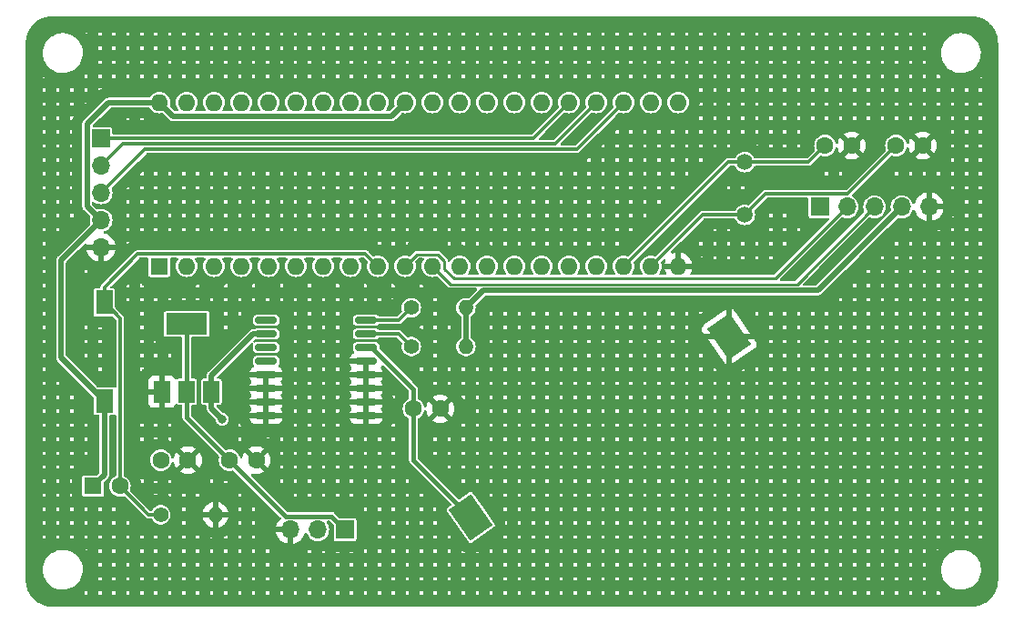
<source format=gbr>
%TF.GenerationSoftware,KiCad,Pcbnew,7.0.0*%
%TF.CreationDate,2023-07-26T19:01:22+08:00*%
%TF.ProjectId,Controller,436f6e74-726f-46c6-9c65-722e6b696361,rev?*%
%TF.SameCoordinates,Original*%
%TF.FileFunction,Copper,L1,Top*%
%TF.FilePolarity,Positive*%
%FSLAX46Y46*%
G04 Gerber Fmt 4.6, Leading zero omitted, Abs format (unit mm)*
G04 Created by KiCad (PCBNEW 7.0.0) date 2023-07-26 19:01:22*
%MOMM*%
%LPD*%
G01*
G04 APERTURE LIST*
G04 Aperture macros list*
%AMRoundRect*
0 Rectangle with rounded corners*
0 $1 Rounding radius*
0 $2 $3 $4 $5 $6 $7 $8 $9 X,Y pos of 4 corners*
0 Add a 4 corners polygon primitive as box body*
4,1,4,$2,$3,$4,$5,$6,$7,$8,$9,$2,$3,0*
0 Add four circle primitives for the rounded corners*
1,1,$1+$1,$2,$3*
1,1,$1+$1,$4,$5*
1,1,$1+$1,$6,$7*
1,1,$1+$1,$8,$9*
0 Add four rect primitives between the rounded corners*
20,1,$1+$1,$2,$3,$4,$5,0*
20,1,$1+$1,$4,$5,$6,$7,0*
20,1,$1+$1,$6,$7,$8,$9,0*
20,1,$1+$1,$8,$9,$2,$3,0*%
%AMRotRect*
0 Rectangle, with rotation*
0 The origin of the aperture is its center*
0 $1 length*
0 $2 width*
0 $3 Rotation angle, in degrees counterclockwise*
0 Add horizontal line*
21,1,$1,$2,0,0,$3*%
G04 Aperture macros list end*
%TA.AperFunction,ComponentPad*%
%ADD10R,1.700000X1.700000*%
%TD*%
%TA.AperFunction,ComponentPad*%
%ADD11O,1.700000X1.700000*%
%TD*%
%TA.AperFunction,ComponentPad*%
%ADD12C,1.400000*%
%TD*%
%TA.AperFunction,ComponentPad*%
%ADD13O,1.400000X1.400000*%
%TD*%
%TA.AperFunction,ComponentPad*%
%ADD14C,1.600000*%
%TD*%
%TA.AperFunction,ComponentPad*%
%ADD15R,1.600000X1.600000*%
%TD*%
%TA.AperFunction,ComponentPad*%
%ADD16C,1.500000*%
%TD*%
%TA.AperFunction,SMDPad,CuDef*%
%ADD17RotRect,2.540000X3.510000X35.000000*%
%TD*%
%TA.AperFunction,SMDPad,CuDef*%
%ADD18R,1.500000X2.000000*%
%TD*%
%TA.AperFunction,SMDPad,CuDef*%
%ADD19R,3.800000X2.000000*%
%TD*%
%TA.AperFunction,SMDPad,CuDef*%
%ADD20RoundRect,0.150000X-0.875000X-0.150000X0.875000X-0.150000X0.875000X0.150000X-0.875000X0.150000X0*%
%TD*%
%TA.AperFunction,ComponentPad*%
%ADD21O,1.600000X1.600000*%
%TD*%
%TA.AperFunction,SMDPad,CuDef*%
%ADD22R,1.600000X2.180000*%
%TD*%
%TA.AperFunction,ViaPad*%
%ADD23C,0.800000*%
%TD*%
%TA.AperFunction,Conductor*%
%ADD24C,0.400000*%
%TD*%
%TA.AperFunction,Conductor*%
%ADD25C,0.500000*%
%TD*%
%TA.AperFunction,Conductor*%
%ADD26C,0.300000*%
%TD*%
%TA.AperFunction,Conductor*%
%ADD27C,0.250000*%
%TD*%
G04 APERTURE END LIST*
D10*
%TO.P,U2,1,STATE*%
%TO.N,unconnected-(U2-STATE-Pad1)*%
X155919999Y-139609999D03*
D11*
%TO.P,U2,2,TXD*%
%TO.N,/BLE_TXD*%
X158459999Y-139609999D03*
%TO.P,U2,3,RXD*%
%TO.N,/BLE_RXD*%
X160999999Y-139609999D03*
%TO.P,U2,4,VCC*%
%TO.N,+5V*%
X163539999Y-139609999D03*
%TO.P,U2,5,GND*%
%TO.N,GND*%
X166079999Y-139609999D03*
%TD*%
D12*
%TO.P,R1,1*%
%TO.N,/I2C_SDA*%
X117920000Y-152610000D03*
D13*
%TO.P,R1,2*%
%TO.N,+5V*%
X122999999Y-152609999D03*
%TD*%
D14*
%TO.P,C6,1*%
%TO.N,Net-(U4-X2)*%
X162990000Y-133910000D03*
%TO.P,C6,2*%
%TO.N,GND*%
X165490000Y-133910000D03*
%TD*%
D15*
%TO.P,C3,1*%
%TO.N,+5V*%
X88304999Y-165607999D03*
D14*
%TO.P,C3,2*%
%TO.N,Net-(U4-~{RESET})*%
X90805000Y-165608000D03*
%TD*%
D16*
%TO.P,Y1,1,1*%
%TO.N,Net-(U4-X2)*%
X148940000Y-140360000D03*
%TO.P,Y1,2,2*%
%TO.N,Net-(U4-X1)*%
X148940000Y-135460000D03*
%TD*%
D10*
%TO.P,J1,1,Pin_1*%
%TO.N,/SR_LCH*%
X89059999Y-133249999D03*
D11*
%TO.P,J1,2,Pin_2*%
%TO.N,/SR_DAT*%
X89059999Y-135789999D03*
%TO.P,J1,3,Pin_3*%
%TO.N,/SR_CLK*%
X89059999Y-138329999D03*
%TO.P,J1,4,Pin_4*%
%TO.N,+5V*%
X89059999Y-140869999D03*
%TO.P,J1,5,Pin_5*%
%TO.N,GND*%
X89059999Y-143409999D03*
%TD*%
D17*
%TO.P,BT1,1,+*%
%TO.N,/VBAT*%
X123434847Y-168530101D03*
%TO.P,BT1,2,-*%
%TO.N,GND*%
X147485151Y-151689897D03*
%TD*%
D14*
%TO.P,C1,1*%
%TO.N,+5V*%
X94635000Y-163195000D03*
%TO.P,C1,2*%
%TO.N,GND*%
X97135000Y-163195000D03*
%TD*%
D18*
%TO.P,U1,1,GND*%
%TO.N,GND*%
X94727999Y-156819999D03*
%TO.P,U1,2,VO*%
%TO.N,/+3.3V*%
X97027999Y-156819999D03*
D19*
X97027999Y-150519999D03*
D18*
%TO.P,U1,3,VI*%
%TO.N,+5V*%
X99327999Y-156819999D03*
%TD*%
D10*
%TO.P,U3,1,VCC*%
%TO.N,/+3.3V*%
X111759999Y-169671999D03*
D11*
%TO.P,U3,2,OUT*%
%TO.N,/PIR*%
X109219999Y-169671999D03*
%TO.P,U3,3,GND*%
%TO.N,GND*%
X106679999Y-169671999D03*
%TD*%
D12*
%TO.P,R3,1*%
%TO.N,Net-(U4-~{RESET})*%
X94615000Y-168275000D03*
D13*
%TO.P,R3,2*%
%TO.N,GND*%
X99694999Y-168274999D03*
%TD*%
D20*
%TO.P,U5,1,32KHZ*%
%TO.N,unconnected-(U5-32KHZ-Pad1)*%
X104410000Y-150165000D03*
%TO.P,U5,2,VCC*%
%TO.N,+5V*%
X104410000Y-151435000D03*
%TO.P,U5,3,~{INT}/SQW*%
%TO.N,unconnected-(U5-~{INT}{slash}SQW-Pad3)*%
X104410000Y-152705000D03*
%TO.P,U5,4,~{RST}*%
%TO.N,unconnected-(U5-~{RST}-Pad4)*%
X104410000Y-153975000D03*
%TO.P,U5,5,GND*%
%TO.N,GND*%
X104410000Y-155245000D03*
%TO.P,U5,6,GND*%
X104410000Y-156515000D03*
%TO.P,U5,7,GND*%
X104410000Y-157785000D03*
%TO.P,U5,8,GND*%
X104410000Y-159055000D03*
%TO.P,U5,9,GND*%
X113710000Y-159055000D03*
%TO.P,U5,10,GND*%
X113710000Y-157785000D03*
%TO.P,U5,11,GND*%
X113710000Y-156515000D03*
%TO.P,U5,12,GND*%
X113710000Y-155245000D03*
%TO.P,U5,13,GND*%
X113710000Y-153975000D03*
%TO.P,U5,14,VBAT*%
%TO.N,/VBAT*%
X113710000Y-152705000D03*
%TO.P,U5,15,SDA*%
%TO.N,/I2C_SDA*%
X113710000Y-151435000D03*
%TO.P,U5,16,SCL*%
%TO.N,/I2C_SCL*%
X113710000Y-150165000D03*
%TD*%
D14*
%TO.P,C4,1*%
%TO.N,Net-(U4-X1)*%
X156390000Y-133910000D03*
%TO.P,C4,2*%
%TO.N,GND*%
X158890000Y-133910000D03*
%TD*%
D12*
%TO.P,R2,1*%
%TO.N,/I2C_SCL*%
X117920000Y-149010000D03*
D13*
%TO.P,R2,2*%
%TO.N,+5V*%
X122999999Y-149009999D03*
%TD*%
D15*
%TO.P,U4,1,P1.0*%
%TO.N,unconnected-(U4-P1.0-Pad1)*%
X94479999Y-145149999D03*
D21*
%TO.P,U4,2,P1.1*%
%TO.N,unconnected-(U4-P1.1-Pad2)*%
X97019999Y-145149999D03*
%TO.P,U4,3,P1.2*%
%TO.N,unconnected-(U4-P1.2-Pad3)*%
X99559999Y-145149999D03*
%TO.P,U4,4,P1.3*%
%TO.N,unconnected-(U4-P1.3-Pad4)*%
X102099999Y-145149999D03*
%TO.P,U4,5,P1.4*%
%TO.N,unconnected-(U4-P1.4-Pad5)*%
X104639999Y-145149999D03*
%TO.P,U4,6,P1.5*%
%TO.N,unconnected-(U4-P1.5-Pad6)*%
X107179999Y-145149999D03*
%TO.P,U4,7,P1.6*%
%TO.N,unconnected-(U4-P1.6-Pad7)*%
X109719999Y-145149999D03*
%TO.P,U4,8,P1.7*%
%TO.N,unconnected-(U4-P1.7-Pad8)*%
X112259999Y-145149999D03*
%TO.P,U4,9,~{RESET}*%
%TO.N,Net-(U4-~{RESET})*%
X114799999Y-145149999D03*
%TO.P,U4,10,P3.0(RXD)*%
%TO.N,/BLE_TXD*%
X117339999Y-145149999D03*
%TO.P,U4,11,P3.1(TXD)*%
%TO.N,/BLE_RXD*%
X119879999Y-145149999D03*
%TO.P,U4,12,P3.2(~{INT0})*%
%TO.N,unconnected-(U4-P3.2(~{INT0})-Pad12)*%
X122419999Y-145149999D03*
%TO.P,U4,13,P3.3(~{INT1})*%
%TO.N,unconnected-(U4-P3.3(~{INT1})-Pad13)*%
X124959999Y-145149999D03*
%TO.P,U4,14,P3.4(T0)*%
%TO.N,unconnected-(U4-P3.4(T0)-Pad14)*%
X127499999Y-145149999D03*
%TO.P,U4,15,P3.5(T1)*%
%TO.N,unconnected-(U4-P3.5(T1)-Pad15)*%
X130039999Y-145149999D03*
%TO.P,U4,16,P3.6(~{WR})*%
%TO.N,unconnected-(U4-P3.6(~{WR})-Pad16)*%
X132579999Y-145149999D03*
%TO.P,U4,17,P3.7(~{RD})*%
%TO.N,unconnected-(U4-P3.7(~{RD})-Pad17)*%
X135119999Y-145149999D03*
%TO.P,U4,18,X1*%
%TO.N,Net-(U4-X1)*%
X137659999Y-145149999D03*
%TO.P,U4,19,X2*%
%TO.N,Net-(U4-X2)*%
X140199999Y-145149999D03*
%TO.P,U4,20,GND*%
%TO.N,GND*%
X142739999Y-145149999D03*
%TO.P,U4,21,P2.0*%
%TO.N,/I2C_SDA*%
X142739999Y-129909999D03*
%TO.P,U4,22,P2.1*%
%TO.N,/I2C_SCL*%
X140199999Y-129909999D03*
%TO.P,U4,23,P2.2*%
%TO.N,/SR_CLK*%
X137659999Y-129909999D03*
%TO.P,U4,24,P2.3*%
%TO.N,/SR_DAT*%
X135119999Y-129909999D03*
%TO.P,U4,25,P2.4*%
%TO.N,/SR_LCH*%
X132579999Y-129909999D03*
%TO.P,U4,26,P2.5*%
%TO.N,/PIR*%
X130039999Y-129909999D03*
%TO.P,U4,27,P2.6*%
%TO.N,unconnected-(U4-P2.6-Pad27)*%
X127499999Y-129909999D03*
%TO.P,U4,28,P2.7*%
%TO.N,unconnected-(U4-P2.7-Pad28)*%
X124959999Y-129909999D03*
%TO.P,U4,29,~{PSEN}*%
%TO.N,unconnected-(U4-~{PSEN}-Pad29)*%
X122419999Y-129909999D03*
%TO.P,U4,30,ALE/~{PROG}*%
%TO.N,unconnected-(U4-ALE{slash}~{PROG}-Pad30)*%
X119879999Y-129909999D03*
%TO.P,U4,31,~{EA}/VPP*%
%TO.N,+5V*%
X117339999Y-129909999D03*
%TO.P,U4,32,P0.7*%
%TO.N,unconnected-(U4-P0.7-Pad32)*%
X114799999Y-129909999D03*
%TO.P,U4,33,P0.6*%
%TO.N,unconnected-(U4-P0.6-Pad33)*%
X112259999Y-129909999D03*
%TO.P,U4,34,P0.5*%
%TO.N,unconnected-(U4-P0.5-Pad34)*%
X109719999Y-129909999D03*
%TO.P,U4,35,P0.4*%
%TO.N,unconnected-(U4-P0.4-Pad35)*%
X107179999Y-129909999D03*
%TO.P,U4,36,P0.3*%
%TO.N,unconnected-(U4-P0.3-Pad36)*%
X104639999Y-129909999D03*
%TO.P,U4,37,P0.2*%
%TO.N,unconnected-(U4-P0.2-Pad37)*%
X102099999Y-129909999D03*
%TO.P,U4,38,P0.1*%
%TO.N,unconnected-(U4-P0.1-Pad38)*%
X99559999Y-129909999D03*
%TO.P,U4,39,P0.0*%
%TO.N,unconnected-(U4-P0.0-Pad39)*%
X97019999Y-129909999D03*
%TO.P,U4,40,VCC*%
%TO.N,+5V*%
X94479999Y-129909999D03*
%TD*%
D14*
%TO.P,C2,1*%
%TO.N,/+3.3V*%
X101005000Y-163195000D03*
%TO.P,C2,2*%
%TO.N,GND*%
X103505000Y-163195000D03*
%TD*%
%TO.P,C5,1*%
%TO.N,/VBAT*%
X118110000Y-158410000D03*
%TO.P,C5,2*%
%TO.N,GND*%
X120610000Y-158410000D03*
%TD*%
D22*
%TO.P,SW1,1,1*%
%TO.N,+5V*%
X89359999Y-157689999D03*
%TO.P,SW1,2,2*%
%TO.N,Net-(U4-~{RESET})*%
X89359999Y-148509999D03*
%TD*%
D23*
%TO.N,+5V*%
X100330000Y-159385000D03*
%TD*%
D24*
%TO.N,/VBAT*%
X118110000Y-156572183D02*
X118110000Y-158410000D01*
X114242817Y-152705000D02*
X118110000Y-156572183D01*
X118110000Y-158410000D02*
X118110000Y-163205254D01*
X118110000Y-163205254D02*
X123434848Y-168530102D01*
D25*
%TO.N,+5V*%
X85344000Y-153674000D02*
X89360000Y-157690000D01*
X94480000Y-129910000D02*
X95730000Y-131160000D01*
X87760000Y-139570000D02*
X87760000Y-131910000D01*
X89760000Y-129910000D02*
X94480000Y-129910000D01*
X89360000Y-157690000D02*
X89360000Y-164553000D01*
X87760000Y-131910000D02*
X89760000Y-129910000D01*
X155750000Y-147400000D02*
X163540000Y-139610000D01*
X123000000Y-149010000D02*
X123000000Y-152610000D01*
X99328000Y-158383000D02*
X100330000Y-159385000D01*
X116090000Y-131160000D02*
X117340000Y-129910000D01*
X85344000Y-144586000D02*
X85344000Y-153674000D01*
X89060000Y-140870000D02*
X87760000Y-139570000D01*
X99328000Y-155320000D02*
X103213000Y-151435000D01*
X124610000Y-147400000D02*
X155750000Y-147400000D01*
X99328000Y-156820000D02*
X99328000Y-158383000D01*
X103213000Y-151435000D02*
X104410000Y-151435000D01*
X89060000Y-140870000D02*
X85344000Y-144586000D01*
X123000000Y-149010000D02*
X124610000Y-147400000D01*
X89360000Y-164553000D02*
X88305000Y-165608000D01*
X99328000Y-156820000D02*
X99328000Y-155320000D01*
X95730000Y-131160000D02*
X116090000Y-131160000D01*
D24*
%TO.N,/+3.3V*%
X97028000Y-150520000D02*
X97028000Y-156820000D01*
X106232000Y-168422000D02*
X110510000Y-168422000D01*
X101005000Y-163195000D02*
X97028000Y-159218000D01*
X97028000Y-159218000D02*
X97028000Y-156820000D01*
X110510000Y-168422000D02*
X111760000Y-169672000D01*
X101005000Y-163195000D02*
X106232000Y-168422000D01*
D26*
%TO.N,Net-(U4-~{RESET})*%
X92480000Y-144000000D02*
X113650000Y-144000000D01*
X89360000Y-147120000D02*
X92480000Y-144000000D01*
X113650000Y-144000000D02*
X114800000Y-145150000D01*
X94615000Y-168275000D02*
X93472000Y-168275000D01*
X90805000Y-149955000D02*
X90805000Y-165608000D01*
X89360000Y-148510000D02*
X89360000Y-147120000D01*
X89360000Y-148510000D02*
X90805000Y-149955000D01*
X93472000Y-168275000D02*
X90805000Y-165608000D01*
%TO.N,Net-(U4-X1)*%
X148940000Y-135460000D02*
X147350000Y-135460000D01*
X147350000Y-135460000D02*
X137660000Y-145150000D01*
X148940000Y-135460000D02*
X154840000Y-135460000D01*
X154840000Y-135460000D02*
X156390000Y-133910000D01*
%TO.N,Net-(U4-X2)*%
X144990000Y-140360000D02*
X148940000Y-140360000D01*
X140200000Y-145150000D02*
X144990000Y-140360000D01*
X148940000Y-140360000D02*
X150890000Y-138410000D01*
X158490000Y-138410000D02*
X162990000Y-133910000D01*
X150890000Y-138410000D02*
X158490000Y-138410000D01*
%TO.N,/SR_LCH*%
X129240000Y-133250000D02*
X132580000Y-129910000D01*
X89060000Y-133250000D02*
X129240000Y-133250000D01*
%TO.N,/SR_DAT*%
X131280000Y-133750000D02*
X135120000Y-129910000D01*
X89060000Y-135790000D02*
X91100000Y-133750000D01*
X91100000Y-133750000D02*
X131280000Y-133750000D01*
%TO.N,/SR_CLK*%
X89060000Y-138330000D02*
X93140000Y-134250000D01*
X93140000Y-134250000D02*
X133320000Y-134250000D01*
X133320000Y-134250000D02*
X137660000Y-129910000D01*
%TO.N,/I2C_SDA*%
X113710000Y-151435000D02*
X116745000Y-151435000D01*
X116745000Y-151435000D02*
X117920000Y-152610000D01*
%TO.N,/I2C_SCL*%
X116765000Y-150165000D02*
X117920000Y-149010000D01*
X113710000Y-150165000D02*
X116765000Y-150165000D01*
D27*
%TO.N,/BLE_TXD*%
X121005000Y-145389000D02*
X121005000Y-144684009D01*
X120345991Y-144025000D02*
X118465000Y-144025000D01*
X151795000Y-146275000D02*
X121891000Y-146275000D01*
X118465000Y-144025000D02*
X117340000Y-145150000D01*
X121005000Y-144684009D02*
X120345991Y-144025000D01*
X121891000Y-146275000D02*
X121005000Y-145389000D01*
X158460000Y-139610000D02*
X151795000Y-146275000D01*
%TO.N,/BLE_RXD*%
X153785000Y-146825000D02*
X121555000Y-146825000D01*
X121555000Y-146825000D02*
X119880000Y-145150000D01*
X161000000Y-139610000D02*
X153785000Y-146825000D01*
%TD*%
%TA.AperFunction,Conductor*%
%TO.N,GND*%
G36*
X154807500Y-138777113D02*
G01*
X154852887Y-138822500D01*
X154869500Y-138884500D01*
X154869500Y-140479748D01*
X154870688Y-140485723D01*
X154870689Y-140485728D01*
X154878750Y-140526252D01*
X154881133Y-140538231D01*
X154887916Y-140548383D01*
X154887917Y-140548384D01*
X154915470Y-140589620D01*
X154925448Y-140604552D01*
X154991769Y-140648867D01*
X155050252Y-140660500D01*
X155056348Y-140660500D01*
X156649810Y-140660500D01*
X156706105Y-140674015D01*
X156750128Y-140711615D01*
X156772283Y-140765102D01*
X156767741Y-140822818D01*
X156737491Y-140872181D01*
X151696493Y-145913181D01*
X151656265Y-145940061D01*
X151608812Y-145949500D01*
X143996220Y-145949500D01*
X143936577Y-145934214D01*
X143891639Y-145892125D01*
X143872485Y-145833610D01*
X143883838Y-145773095D01*
X143963977Y-145601235D01*
X143967669Y-145591092D01*
X144015179Y-145413780D01*
X144015547Y-145402551D01*
X144004605Y-145400000D01*
X141475395Y-145400000D01*
X141464452Y-145402551D01*
X141464820Y-145413780D01*
X141512330Y-145591092D01*
X141516022Y-145601235D01*
X141596162Y-145773095D01*
X141607515Y-145833610D01*
X141588361Y-145892125D01*
X141543423Y-145934214D01*
X141483780Y-145949500D01*
X141100333Y-145949500D01*
X141033993Y-145930262D01*
X140988238Y-145878516D01*
X140977266Y-145810320D01*
X141004480Y-145746835D01*
X141013834Y-145735437D01*
X141035910Y-145708538D01*
X141128814Y-145534727D01*
X141186024Y-145346132D01*
X141205341Y-145150000D01*
X141186024Y-144953868D01*
X141139121Y-144799253D01*
X141137499Y-144733130D01*
X141170100Y-144675580D01*
X141341262Y-144504418D01*
X141401047Y-144471279D01*
X141469311Y-144474856D01*
X141525306Y-144514065D01*
X141552017Y-144576988D01*
X141541324Y-144644504D01*
X141516022Y-144698764D01*
X141512330Y-144708907D01*
X141464820Y-144886219D01*
X141464452Y-144897448D01*
X141475395Y-144900000D01*
X142473674Y-144900000D01*
X142486549Y-144896549D01*
X142490000Y-144883674D01*
X142990000Y-144883674D01*
X142993450Y-144896549D01*
X143006326Y-144900000D01*
X144004605Y-144900000D01*
X144015547Y-144897448D01*
X144015179Y-144886219D01*
X143967669Y-144708907D01*
X143963977Y-144698765D01*
X143872420Y-144502419D01*
X143867032Y-144493087D01*
X143742767Y-144315618D01*
X143735830Y-144307352D01*
X143626978Y-144198500D01*
X144831871Y-144198500D01*
X144870762Y-144281901D01*
X144872941Y-144286854D01*
X144897979Y-144347302D01*
X144899940Y-144352343D01*
X144907333Y-144372655D01*
X144909072Y-144377779D01*
X144928747Y-144440181D01*
X144930261Y-144445375D01*
X144945032Y-144500500D01*
X145000500Y-144500500D01*
X145000500Y-144198500D01*
X145998500Y-144198500D01*
X145998500Y-144500500D01*
X146300500Y-144500500D01*
X146300500Y-144198500D01*
X147298500Y-144198500D01*
X147298500Y-144500500D01*
X147600500Y-144500500D01*
X147600500Y-144198500D01*
X148598500Y-144198500D01*
X148598500Y-144500500D01*
X148900500Y-144500500D01*
X148900500Y-144198500D01*
X149898500Y-144198500D01*
X149898500Y-144500500D01*
X150200500Y-144500500D01*
X150200500Y-144198500D01*
X151198500Y-144198500D01*
X151198500Y-144500500D01*
X151500500Y-144500500D01*
X151500500Y-144198500D01*
X151198500Y-144198500D01*
X150200500Y-144198500D01*
X149898500Y-144198500D01*
X148900500Y-144198500D01*
X148598500Y-144198500D01*
X147600500Y-144198500D01*
X147298500Y-144198500D01*
X146300500Y-144198500D01*
X145998500Y-144198500D01*
X145000500Y-144198500D01*
X144831871Y-144198500D01*
X143626978Y-144198500D01*
X143582647Y-144154169D01*
X143574381Y-144147232D01*
X143396912Y-144022967D01*
X143387580Y-144017579D01*
X143191234Y-143926022D01*
X143181092Y-143922330D01*
X143003780Y-143874820D01*
X142992551Y-143874452D01*
X142990000Y-143885395D01*
X142990000Y-144883674D01*
X142490000Y-144883674D01*
X142490000Y-143885395D01*
X142487448Y-143874452D01*
X142476219Y-143874820D01*
X142298907Y-143922330D01*
X142288764Y-143926022D01*
X142234504Y-143951324D01*
X142166988Y-143962017D01*
X142104064Y-143935306D01*
X142064856Y-143879311D01*
X142061279Y-143811047D01*
X142094418Y-143751262D01*
X142947180Y-142898500D01*
X144698500Y-142898500D01*
X144698500Y-143200500D01*
X145000500Y-143200500D01*
X145000500Y-142898500D01*
X145998500Y-142898500D01*
X145998500Y-143200500D01*
X146300500Y-143200500D01*
X146300500Y-142898500D01*
X147298500Y-142898500D01*
X147298500Y-143200500D01*
X147600500Y-143200500D01*
X147600500Y-142898500D01*
X148598500Y-142898500D01*
X148598500Y-143200500D01*
X148900500Y-143200500D01*
X148900500Y-142898500D01*
X149898500Y-142898500D01*
X149898500Y-143200500D01*
X150200500Y-143200500D01*
X150200500Y-142898500D01*
X151198500Y-142898500D01*
X151198500Y-143200500D01*
X151500500Y-143200500D01*
X151500500Y-142898500D01*
X152498500Y-142898500D01*
X152498500Y-143200500D01*
X152800500Y-143200500D01*
X152800500Y-142898500D01*
X152498500Y-142898500D01*
X151500500Y-142898500D01*
X151198500Y-142898500D01*
X150200500Y-142898500D01*
X149898500Y-142898500D01*
X148900500Y-142898500D01*
X148598500Y-142898500D01*
X147600500Y-142898500D01*
X147298500Y-142898500D01*
X146300500Y-142898500D01*
X145998500Y-142898500D01*
X145000500Y-142898500D01*
X144698500Y-142898500D01*
X142947180Y-142898500D01*
X144137181Y-141708500D01*
X145998500Y-141708500D01*
X145998500Y-141900500D01*
X146300500Y-141900500D01*
X146300500Y-141708500D01*
X147298500Y-141708500D01*
X147298500Y-141900500D01*
X147600500Y-141900500D01*
X150134334Y-141900500D01*
X150200500Y-141900500D01*
X150200500Y-141846199D01*
X150134334Y-141900500D01*
X147600500Y-141900500D01*
X147600500Y-141778910D01*
X147572374Y-141753418D01*
X147567967Y-141749221D01*
X147550779Y-141732033D01*
X147546582Y-141727626D01*
X147529247Y-141708500D01*
X147298500Y-141708500D01*
X146300500Y-141708500D01*
X145998500Y-141708500D01*
X144137181Y-141708500D01*
X144247181Y-141598500D01*
X151198500Y-141598500D01*
X151198500Y-141900500D01*
X151500500Y-141900500D01*
X151500500Y-141598500D01*
X152498500Y-141598500D01*
X152498500Y-141900500D01*
X152800500Y-141900500D01*
X152800500Y-141598500D01*
X153798500Y-141598500D01*
X153798500Y-141900500D01*
X154100500Y-141900500D01*
X154100500Y-141598500D01*
X153798500Y-141598500D01*
X152800500Y-141598500D01*
X152498500Y-141598500D01*
X151500500Y-141598500D01*
X151198500Y-141598500D01*
X144247181Y-141598500D01*
X145098862Y-140746819D01*
X145139091Y-140719939D01*
X145186544Y-140710500D01*
X147975263Y-140710500D01*
X148039012Y-140728142D01*
X148084621Y-140776047D01*
X148145864Y-140890625D01*
X148264643Y-141035357D01*
X148409375Y-141154136D01*
X148574499Y-141242396D01*
X148753669Y-141296747D01*
X148940000Y-141315099D01*
X149126331Y-141296747D01*
X149305501Y-141242396D01*
X149470625Y-141154136D01*
X149615357Y-141035357D01*
X149734136Y-140890625D01*
X149822396Y-140725501D01*
X149876747Y-140546331D01*
X149895099Y-140360000D01*
X149889042Y-140298500D01*
X151198500Y-140298500D01*
X151198500Y-140600500D01*
X151500500Y-140600500D01*
X151500500Y-140298500D01*
X152498500Y-140298500D01*
X152498500Y-140600500D01*
X152800500Y-140600500D01*
X152800500Y-140298500D01*
X153798500Y-140298500D01*
X153798500Y-140600500D01*
X153879556Y-140600500D01*
X153878838Y-140595659D01*
X153878093Y-140589620D01*
X153875710Y-140565429D01*
X153875262Y-140559359D01*
X153871649Y-140485834D01*
X153871500Y-140479748D01*
X153871500Y-140298500D01*
X153798500Y-140298500D01*
X152800500Y-140298500D01*
X152498500Y-140298500D01*
X151500500Y-140298500D01*
X151198500Y-140298500D01*
X149889042Y-140298500D01*
X149876747Y-140173669D01*
X149874978Y-140167838D01*
X149874977Y-140167832D01*
X149839034Y-140049344D01*
X149837410Y-139983219D01*
X149870011Y-139925669D01*
X150998862Y-138796819D01*
X151039091Y-138769939D01*
X151086544Y-138760500D01*
X154745500Y-138760500D01*
X154807500Y-138777113D01*
G37*
%TD.AperFunction*%
%TA.AperFunction,Conductor*%
G36*
X170003735Y-121850726D02*
G01*
X170027834Y-121852183D01*
X170098669Y-121856468D01*
X170099066Y-121856493D01*
X170302818Y-121869847D01*
X170317032Y-121871610D01*
X170448459Y-121895695D01*
X170450007Y-121895991D01*
X170612440Y-121928301D01*
X170625102Y-121931523D01*
X170759678Y-121973459D01*
X170762645Y-121974425D01*
X170912220Y-122025199D01*
X170923244Y-122029538D01*
X171054556Y-122088637D01*
X171058416Y-122090457D01*
X171197458Y-122159025D01*
X171206764Y-122164120D01*
X171331185Y-122239335D01*
X171335926Y-122242350D01*
X171463643Y-122327689D01*
X171471225Y-122333180D01*
X171586211Y-122423265D01*
X171591487Y-122427640D01*
X171706550Y-122528547D01*
X171712472Y-122534094D01*
X171815904Y-122637526D01*
X171821451Y-122643448D01*
X171922358Y-122758511D01*
X171926741Y-122763797D01*
X172016818Y-122878773D01*
X172022309Y-122886355D01*
X172107648Y-123014072D01*
X172110663Y-123018813D01*
X172185878Y-123143234D01*
X172190973Y-123152540D01*
X172259519Y-123291536D01*
X172261383Y-123295489D01*
X172320458Y-123426750D01*
X172324801Y-123437783D01*
X172375573Y-123587353D01*
X172376539Y-123590320D01*
X172418470Y-123724878D01*
X172421702Y-123737578D01*
X172453976Y-123899832D01*
X172454328Y-123901672D01*
X172478386Y-124032954D01*
X172480151Y-124047195D01*
X172493498Y-124250828D01*
X172493538Y-124251450D01*
X172499274Y-124346264D01*
X172499500Y-124353752D01*
X172499500Y-174346248D01*
X172499274Y-174353736D01*
X172493538Y-174448548D01*
X172493498Y-174449170D01*
X172480151Y-174652803D01*
X172478386Y-174667044D01*
X172454328Y-174798326D01*
X172453976Y-174800166D01*
X172421702Y-174962420D01*
X172418470Y-174975120D01*
X172376539Y-175109678D01*
X172375573Y-175112645D01*
X172324801Y-175262215D01*
X172320458Y-175273248D01*
X172261383Y-175404509D01*
X172259519Y-175408462D01*
X172190973Y-175547458D01*
X172185878Y-175556764D01*
X172110663Y-175681185D01*
X172107648Y-175685926D01*
X172022309Y-175813643D01*
X172016818Y-175821225D01*
X171926741Y-175936201D01*
X171922358Y-175941487D01*
X171821451Y-176056550D01*
X171815904Y-176062472D01*
X171712472Y-176165904D01*
X171706550Y-176171451D01*
X171591487Y-176272358D01*
X171586201Y-176276741D01*
X171471225Y-176366818D01*
X171463643Y-176372309D01*
X171335926Y-176457648D01*
X171331185Y-176460663D01*
X171206764Y-176535878D01*
X171197458Y-176540973D01*
X171058462Y-176609519D01*
X171054509Y-176611383D01*
X170923248Y-176670458D01*
X170912215Y-176674801D01*
X170762645Y-176725573D01*
X170759678Y-176726539D01*
X170625120Y-176768470D01*
X170612420Y-176771702D01*
X170450166Y-176803976D01*
X170448326Y-176804328D01*
X170317044Y-176828386D01*
X170302803Y-176830151D01*
X170099170Y-176843498D01*
X170098548Y-176843538D01*
X170003736Y-176849274D01*
X169996248Y-176849500D01*
X84553752Y-176849500D01*
X84546264Y-176849274D01*
X84451450Y-176843538D01*
X84450828Y-176843498D01*
X84247195Y-176830151D01*
X84232954Y-176828386D01*
X84101672Y-176804328D01*
X84099832Y-176803976D01*
X83937578Y-176771702D01*
X83924878Y-176768470D01*
X83790320Y-176726539D01*
X83787353Y-176725573D01*
X83637783Y-176674801D01*
X83626750Y-176670458D01*
X83495489Y-176611383D01*
X83491536Y-176609519D01*
X83352540Y-176540973D01*
X83343234Y-176535878D01*
X83218813Y-176460663D01*
X83214072Y-176457648D01*
X83086355Y-176372309D01*
X83078773Y-176366818D01*
X82963797Y-176276741D01*
X82958511Y-176272358D01*
X82843448Y-176171451D01*
X82837526Y-176165904D01*
X82734094Y-176062472D01*
X82728547Y-176056550D01*
X82627640Y-175941487D01*
X82623257Y-175936201D01*
X82533180Y-175821225D01*
X82527689Y-175813643D01*
X82452088Y-175700500D01*
X87498500Y-175700500D01*
X87800500Y-175700500D01*
X87800500Y-175398500D01*
X88798500Y-175398500D01*
X88798500Y-175700500D01*
X89100500Y-175700500D01*
X89100500Y-175398500D01*
X90098500Y-175398500D01*
X90098500Y-175700500D01*
X90400500Y-175700500D01*
X90400500Y-175398500D01*
X91398500Y-175398500D01*
X91398500Y-175700500D01*
X91700500Y-175700500D01*
X91700500Y-175398500D01*
X92698500Y-175398500D01*
X92698500Y-175700500D01*
X93000500Y-175700500D01*
X93000500Y-175398500D01*
X93998500Y-175398500D01*
X93998500Y-175700500D01*
X94300500Y-175700500D01*
X94300500Y-175398500D01*
X95298500Y-175398500D01*
X95298500Y-175700500D01*
X95600500Y-175700500D01*
X95600500Y-175398500D01*
X96598500Y-175398500D01*
X96598500Y-175700500D01*
X96900500Y-175700500D01*
X96900500Y-175398500D01*
X97898500Y-175398500D01*
X97898500Y-175700500D01*
X98200500Y-175700500D01*
X98200500Y-175398500D01*
X99198500Y-175398500D01*
X99198500Y-175700500D01*
X99500500Y-175700500D01*
X99500500Y-175398500D01*
X100498500Y-175398500D01*
X100498500Y-175700500D01*
X100800500Y-175700500D01*
X100800500Y-175398500D01*
X101798500Y-175398500D01*
X101798500Y-175700500D01*
X102100500Y-175700500D01*
X102100500Y-175398500D01*
X103098500Y-175398500D01*
X103098500Y-175700500D01*
X103400500Y-175700500D01*
X103400500Y-175398500D01*
X104398500Y-175398500D01*
X104398500Y-175700500D01*
X104700500Y-175700500D01*
X104700500Y-175398500D01*
X105698500Y-175398500D01*
X105698500Y-175700500D01*
X106000500Y-175700500D01*
X106000500Y-175398500D01*
X106998500Y-175398500D01*
X106998500Y-175700500D01*
X107300500Y-175700500D01*
X107300500Y-175398500D01*
X108298500Y-175398500D01*
X108298500Y-175700500D01*
X108600500Y-175700500D01*
X108600500Y-175398500D01*
X109598500Y-175398500D01*
X109598500Y-175700500D01*
X109900500Y-175700500D01*
X109900500Y-175398500D01*
X110898500Y-175398500D01*
X110898500Y-175700500D01*
X111200500Y-175700500D01*
X111200500Y-175398500D01*
X112198500Y-175398500D01*
X112198500Y-175700500D01*
X112500500Y-175700500D01*
X112500500Y-175398500D01*
X113498500Y-175398500D01*
X113498500Y-175700500D01*
X113800500Y-175700500D01*
X113800500Y-175398500D01*
X114798500Y-175398500D01*
X114798500Y-175700500D01*
X115100500Y-175700500D01*
X115100500Y-175398500D01*
X116098500Y-175398500D01*
X116098500Y-175700500D01*
X116400500Y-175700500D01*
X116400500Y-175398500D01*
X117398500Y-175398500D01*
X117398500Y-175700500D01*
X117700500Y-175700500D01*
X117700500Y-175398500D01*
X118698500Y-175398500D01*
X118698500Y-175700500D01*
X119000500Y-175700500D01*
X119000500Y-175398500D01*
X119998500Y-175398500D01*
X119998500Y-175700500D01*
X120300500Y-175700500D01*
X120300500Y-175398500D01*
X121298500Y-175398500D01*
X121298500Y-175700500D01*
X121600500Y-175700500D01*
X121600500Y-175398500D01*
X122598500Y-175398500D01*
X122598500Y-175700500D01*
X122900500Y-175700500D01*
X122900500Y-175398500D01*
X123898500Y-175398500D01*
X123898500Y-175700500D01*
X124200500Y-175700500D01*
X124200500Y-175398500D01*
X125198500Y-175398500D01*
X125198500Y-175700500D01*
X125500500Y-175700500D01*
X125500500Y-175398500D01*
X126498500Y-175398500D01*
X126498500Y-175700500D01*
X126800500Y-175700500D01*
X126800500Y-175398500D01*
X127798500Y-175398500D01*
X127798500Y-175700500D01*
X128100500Y-175700500D01*
X128100500Y-175398500D01*
X129098500Y-175398500D01*
X129098500Y-175700500D01*
X129400500Y-175700500D01*
X129400500Y-175398500D01*
X130398500Y-175398500D01*
X130398500Y-175700500D01*
X130700500Y-175700500D01*
X130700500Y-175398500D01*
X131698500Y-175398500D01*
X131698500Y-175700500D01*
X132000500Y-175700500D01*
X132000500Y-175398500D01*
X132998500Y-175398500D01*
X132998500Y-175700500D01*
X133300500Y-175700500D01*
X133300500Y-175398500D01*
X134298500Y-175398500D01*
X134298500Y-175700500D01*
X134600500Y-175700500D01*
X134600500Y-175398500D01*
X135598500Y-175398500D01*
X135598500Y-175700500D01*
X135900500Y-175700500D01*
X135900500Y-175398500D01*
X136898500Y-175398500D01*
X136898500Y-175700500D01*
X137200500Y-175700500D01*
X137200500Y-175398500D01*
X138198500Y-175398500D01*
X138198500Y-175700500D01*
X138500500Y-175700500D01*
X138500500Y-175398500D01*
X139498500Y-175398500D01*
X139498500Y-175700500D01*
X139800500Y-175700500D01*
X139800500Y-175398500D01*
X140798500Y-175398500D01*
X140798500Y-175700500D01*
X141100500Y-175700500D01*
X141100500Y-175398500D01*
X142098500Y-175398500D01*
X142098500Y-175700500D01*
X142400500Y-175700500D01*
X142400500Y-175398500D01*
X143398500Y-175398500D01*
X143398500Y-175700500D01*
X143700500Y-175700500D01*
X143700500Y-175398500D01*
X144698500Y-175398500D01*
X144698500Y-175700500D01*
X145000500Y-175700500D01*
X145000500Y-175398500D01*
X145998500Y-175398500D01*
X145998500Y-175700500D01*
X146300500Y-175700500D01*
X146300500Y-175398500D01*
X147298500Y-175398500D01*
X147298500Y-175700500D01*
X147600500Y-175700500D01*
X147600500Y-175398500D01*
X148598500Y-175398500D01*
X148598500Y-175700500D01*
X148900500Y-175700500D01*
X148900500Y-175398500D01*
X149898500Y-175398500D01*
X149898500Y-175700500D01*
X150200500Y-175700500D01*
X150200500Y-175398500D01*
X151198500Y-175398500D01*
X151198500Y-175700500D01*
X151500500Y-175700500D01*
X151500500Y-175398500D01*
X152498500Y-175398500D01*
X152498500Y-175700500D01*
X152800500Y-175700500D01*
X152800500Y-175398500D01*
X153798500Y-175398500D01*
X153798500Y-175700500D01*
X154100500Y-175700500D01*
X154100500Y-175398500D01*
X155098500Y-175398500D01*
X155098500Y-175700500D01*
X155400500Y-175700500D01*
X155400500Y-175398500D01*
X156398500Y-175398500D01*
X156398500Y-175700500D01*
X156700500Y-175700500D01*
X156700500Y-175398500D01*
X157698500Y-175398500D01*
X157698500Y-175700500D01*
X158000500Y-175700500D01*
X158000500Y-175398500D01*
X158998500Y-175398500D01*
X158998500Y-175700500D01*
X159300500Y-175700500D01*
X159300500Y-175398500D01*
X160298500Y-175398500D01*
X160298500Y-175700500D01*
X160600500Y-175700500D01*
X160600500Y-175398500D01*
X161598500Y-175398500D01*
X161598500Y-175700500D01*
X161900500Y-175700500D01*
X161900500Y-175398500D01*
X162898500Y-175398500D01*
X162898500Y-175700500D01*
X163200500Y-175700500D01*
X163200500Y-175398500D01*
X164198500Y-175398500D01*
X164198500Y-175700500D01*
X164500500Y-175700500D01*
X164500500Y-175398500D01*
X165498500Y-175398500D01*
X165498500Y-175700500D01*
X165800500Y-175700500D01*
X165800500Y-175398500D01*
X166798500Y-175398500D01*
X166798500Y-175700500D01*
X167100500Y-175700500D01*
X167100500Y-175468939D01*
X167058273Y-175431104D01*
X167054954Y-175428020D01*
X167024336Y-175398500D01*
X166798500Y-175398500D01*
X165800500Y-175398500D01*
X165498500Y-175398500D01*
X164500500Y-175398500D01*
X164198500Y-175398500D01*
X163200500Y-175398500D01*
X162898500Y-175398500D01*
X161900500Y-175398500D01*
X161598500Y-175398500D01*
X160600500Y-175398500D01*
X160298500Y-175398500D01*
X159300500Y-175398500D01*
X158998500Y-175398500D01*
X158000500Y-175398500D01*
X157698500Y-175398500D01*
X156700500Y-175398500D01*
X156398500Y-175398500D01*
X155400500Y-175398500D01*
X155098500Y-175398500D01*
X154100500Y-175398500D01*
X153798500Y-175398500D01*
X152800500Y-175398500D01*
X152498500Y-175398500D01*
X151500500Y-175398500D01*
X151198500Y-175398500D01*
X150200500Y-175398500D01*
X149898500Y-175398500D01*
X148900500Y-175398500D01*
X148598500Y-175398500D01*
X147600500Y-175398500D01*
X147298500Y-175398500D01*
X146300500Y-175398500D01*
X145998500Y-175398500D01*
X145000500Y-175398500D01*
X144698500Y-175398500D01*
X143700500Y-175398500D01*
X143398500Y-175398500D01*
X142400500Y-175398500D01*
X142098500Y-175398500D01*
X141100500Y-175398500D01*
X140798500Y-175398500D01*
X139800500Y-175398500D01*
X139498500Y-175398500D01*
X138500500Y-175398500D01*
X138198500Y-175398500D01*
X137200500Y-175398500D01*
X136898500Y-175398500D01*
X135900500Y-175398500D01*
X135598500Y-175398500D01*
X134600500Y-175398500D01*
X134298500Y-175398500D01*
X133300500Y-175398500D01*
X132998500Y-175398500D01*
X132000500Y-175398500D01*
X131698500Y-175398500D01*
X130700500Y-175398500D01*
X130398500Y-175398500D01*
X129400500Y-175398500D01*
X129098500Y-175398500D01*
X128100500Y-175398500D01*
X127798500Y-175398500D01*
X126800500Y-175398500D01*
X126498500Y-175398500D01*
X125500500Y-175398500D01*
X125198500Y-175398500D01*
X124200500Y-175398500D01*
X123898500Y-175398500D01*
X122900500Y-175398500D01*
X122598500Y-175398500D01*
X121600500Y-175398500D01*
X121298500Y-175398500D01*
X120300500Y-175398500D01*
X119998500Y-175398500D01*
X119000500Y-175398500D01*
X118698500Y-175398500D01*
X117700500Y-175398500D01*
X117398500Y-175398500D01*
X116400500Y-175398500D01*
X116098500Y-175398500D01*
X115100500Y-175398500D01*
X114798500Y-175398500D01*
X113800500Y-175398500D01*
X113498500Y-175398500D01*
X112500500Y-175398500D01*
X112198500Y-175398500D01*
X111200500Y-175398500D01*
X110898500Y-175398500D01*
X109900500Y-175398500D01*
X109598500Y-175398500D01*
X108600500Y-175398500D01*
X108298500Y-175398500D01*
X107300500Y-175398500D01*
X106998500Y-175398500D01*
X106000500Y-175398500D01*
X105698500Y-175398500D01*
X104700500Y-175398500D01*
X104398500Y-175398500D01*
X103400500Y-175398500D01*
X103098500Y-175398500D01*
X102100500Y-175398500D01*
X101798500Y-175398500D01*
X100800500Y-175398500D01*
X100498500Y-175398500D01*
X99500500Y-175398500D01*
X99198500Y-175398500D01*
X98200500Y-175398500D01*
X97898500Y-175398500D01*
X96900500Y-175398500D01*
X96598500Y-175398500D01*
X95600500Y-175398500D01*
X95298500Y-175398500D01*
X94300500Y-175398500D01*
X93998500Y-175398500D01*
X93000500Y-175398500D01*
X92698500Y-175398500D01*
X91700500Y-175398500D01*
X91398500Y-175398500D01*
X90400500Y-175398500D01*
X90098500Y-175398500D01*
X89100500Y-175398500D01*
X88798500Y-175398500D01*
X87800500Y-175398500D01*
X87529985Y-175398500D01*
X87498500Y-175431157D01*
X87498500Y-175700500D01*
X82452088Y-175700500D01*
X82442350Y-175685926D01*
X82439335Y-175681185D01*
X82364120Y-175556764D01*
X82359025Y-175547458D01*
X82290457Y-175408416D01*
X82288637Y-175404556D01*
X82229538Y-175273244D01*
X82225197Y-175262215D01*
X82221220Y-175250500D01*
X82174425Y-175112645D01*
X82173459Y-175109678D01*
X82168968Y-175095266D01*
X82131523Y-174975102D01*
X82128301Y-174962440D01*
X82095991Y-174800007D01*
X82095695Y-174798459D01*
X82071610Y-174667032D01*
X82069847Y-174652818D01*
X82056493Y-174449066D01*
X82056460Y-174448535D01*
X82050726Y-174353735D01*
X82050500Y-174346249D01*
X82050500Y-173467765D01*
X83645788Y-173467765D01*
X83646282Y-173472262D01*
X83646283Y-173472267D01*
X83674917Y-173732506D01*
X83674918Y-173732513D01*
X83675414Y-173737018D01*
X83676559Y-173741398D01*
X83676561Y-173741408D01*
X83708830Y-173864838D01*
X83743928Y-173999088D01*
X83745693Y-174003242D01*
X83745696Y-174003250D01*
X83848099Y-174244223D01*
X83849870Y-174248390D01*
X83852226Y-174252251D01*
X83852229Y-174252256D01*
X83988618Y-174475737D01*
X83990982Y-174479610D01*
X84164255Y-174687820D01*
X84167630Y-174690844D01*
X84167631Y-174690845D01*
X84291186Y-174801551D01*
X84365998Y-174868582D01*
X84591910Y-175018044D01*
X84837176Y-175133020D01*
X85096569Y-175211060D01*
X85364561Y-175250500D01*
X85565369Y-175250500D01*
X85567631Y-175250500D01*
X85770156Y-175235677D01*
X86034553Y-175176780D01*
X86287558Y-175080014D01*
X86523777Y-174947441D01*
X86738177Y-174781888D01*
X86926186Y-174586881D01*
X87083799Y-174366579D01*
X87207656Y-174125675D01*
X87216927Y-174098500D01*
X88798500Y-174098500D01*
X88798500Y-174400500D01*
X89100500Y-174400500D01*
X89100500Y-174098500D01*
X90098500Y-174098500D01*
X90098500Y-174400500D01*
X90400500Y-174400500D01*
X90400500Y-174098500D01*
X91398500Y-174098500D01*
X91398500Y-174400500D01*
X91700500Y-174400500D01*
X91700500Y-174098500D01*
X92698500Y-174098500D01*
X92698500Y-174400500D01*
X93000500Y-174400500D01*
X93000500Y-174098500D01*
X93998500Y-174098500D01*
X93998500Y-174400500D01*
X94300500Y-174400500D01*
X94300500Y-174098500D01*
X95298500Y-174098500D01*
X95298500Y-174400500D01*
X95600500Y-174400500D01*
X95600500Y-174098500D01*
X96598500Y-174098500D01*
X96598500Y-174400500D01*
X96900500Y-174400500D01*
X96900500Y-174098500D01*
X97898500Y-174098500D01*
X97898500Y-174400500D01*
X98200500Y-174400500D01*
X98200500Y-174098500D01*
X99198500Y-174098500D01*
X99198500Y-174400500D01*
X99500500Y-174400500D01*
X99500500Y-174098500D01*
X100498500Y-174098500D01*
X100498500Y-174400500D01*
X100800500Y-174400500D01*
X100800500Y-174098500D01*
X101798500Y-174098500D01*
X101798500Y-174400500D01*
X102100500Y-174400500D01*
X102100500Y-174098500D01*
X103098500Y-174098500D01*
X103098500Y-174400500D01*
X103400500Y-174400500D01*
X103400500Y-174098500D01*
X104398500Y-174098500D01*
X104398500Y-174400500D01*
X104700500Y-174400500D01*
X104700500Y-174098500D01*
X105698500Y-174098500D01*
X105698500Y-174400500D01*
X106000500Y-174400500D01*
X106000500Y-174098500D01*
X106998500Y-174098500D01*
X106998500Y-174400500D01*
X107300500Y-174400500D01*
X107300500Y-174098500D01*
X108298500Y-174098500D01*
X108298500Y-174400500D01*
X108600500Y-174400500D01*
X108600500Y-174098500D01*
X109598500Y-174098500D01*
X109598500Y-174400500D01*
X109900500Y-174400500D01*
X109900500Y-174098500D01*
X110898500Y-174098500D01*
X110898500Y-174400500D01*
X111200500Y-174400500D01*
X111200500Y-174098500D01*
X112198500Y-174098500D01*
X112198500Y-174400500D01*
X112500500Y-174400500D01*
X112500500Y-174098500D01*
X113498500Y-174098500D01*
X113498500Y-174400500D01*
X113800500Y-174400500D01*
X113800500Y-174098500D01*
X114798500Y-174098500D01*
X114798500Y-174400500D01*
X115100500Y-174400500D01*
X115100500Y-174098500D01*
X116098500Y-174098500D01*
X116098500Y-174400500D01*
X116400500Y-174400500D01*
X116400500Y-174098500D01*
X117398500Y-174098500D01*
X117398500Y-174400500D01*
X117700500Y-174400500D01*
X117700500Y-174098500D01*
X118698500Y-174098500D01*
X118698500Y-174400500D01*
X119000500Y-174400500D01*
X119000500Y-174098500D01*
X119998500Y-174098500D01*
X119998500Y-174400500D01*
X120300500Y-174400500D01*
X120300500Y-174098500D01*
X121298500Y-174098500D01*
X121298500Y-174400500D01*
X121600500Y-174400500D01*
X121600500Y-174098500D01*
X122598500Y-174098500D01*
X122598500Y-174400500D01*
X122900500Y-174400500D01*
X122900500Y-174098500D01*
X123898500Y-174098500D01*
X123898500Y-174400500D01*
X124200500Y-174400500D01*
X124200500Y-174098500D01*
X125198500Y-174098500D01*
X125198500Y-174400500D01*
X125500500Y-174400500D01*
X125500500Y-174098500D01*
X126498500Y-174098500D01*
X126498500Y-174400500D01*
X126800500Y-174400500D01*
X126800500Y-174098500D01*
X127798500Y-174098500D01*
X127798500Y-174400500D01*
X128100500Y-174400500D01*
X128100500Y-174098500D01*
X129098500Y-174098500D01*
X129098500Y-174400500D01*
X129400500Y-174400500D01*
X129400500Y-174098500D01*
X130398500Y-174098500D01*
X130398500Y-174400500D01*
X130700500Y-174400500D01*
X130700500Y-174098500D01*
X131698500Y-174098500D01*
X131698500Y-174400500D01*
X132000500Y-174400500D01*
X132000500Y-174098500D01*
X132998500Y-174098500D01*
X132998500Y-174400500D01*
X133300500Y-174400500D01*
X133300500Y-174098500D01*
X134298500Y-174098500D01*
X134298500Y-174400500D01*
X134600500Y-174400500D01*
X134600500Y-174098500D01*
X135598500Y-174098500D01*
X135598500Y-174400500D01*
X135900500Y-174400500D01*
X135900500Y-174098500D01*
X136898500Y-174098500D01*
X136898500Y-174400500D01*
X137200500Y-174400500D01*
X137200500Y-174098500D01*
X138198500Y-174098500D01*
X138198500Y-174400500D01*
X138500500Y-174400500D01*
X138500500Y-174098500D01*
X139498500Y-174098500D01*
X139498500Y-174400500D01*
X139800500Y-174400500D01*
X139800500Y-174098500D01*
X140798500Y-174098500D01*
X140798500Y-174400500D01*
X141100500Y-174400500D01*
X141100500Y-174098500D01*
X142098500Y-174098500D01*
X142098500Y-174400500D01*
X142400500Y-174400500D01*
X142400500Y-174098500D01*
X143398500Y-174098500D01*
X143398500Y-174400500D01*
X143700500Y-174400500D01*
X143700500Y-174098500D01*
X144698500Y-174098500D01*
X144698500Y-174400500D01*
X145000500Y-174400500D01*
X145000500Y-174098500D01*
X145998500Y-174098500D01*
X145998500Y-174400500D01*
X146300500Y-174400500D01*
X146300500Y-174098500D01*
X147298500Y-174098500D01*
X147298500Y-174400500D01*
X147600500Y-174400500D01*
X147600500Y-174098500D01*
X148598500Y-174098500D01*
X148598500Y-174400500D01*
X148900500Y-174400500D01*
X148900500Y-174098500D01*
X149898500Y-174098500D01*
X149898500Y-174400500D01*
X150200500Y-174400500D01*
X150200500Y-174098500D01*
X151198500Y-174098500D01*
X151198500Y-174400500D01*
X151500500Y-174400500D01*
X151500500Y-174098500D01*
X152498500Y-174098500D01*
X152498500Y-174400500D01*
X152800500Y-174400500D01*
X152800500Y-174098500D01*
X153798500Y-174098500D01*
X153798500Y-174400500D01*
X154100500Y-174400500D01*
X154100500Y-174098500D01*
X155098500Y-174098500D01*
X155098500Y-174400500D01*
X155400500Y-174400500D01*
X155400500Y-174098500D01*
X156398500Y-174098500D01*
X156398500Y-174400500D01*
X156700500Y-174400500D01*
X156700500Y-174098500D01*
X157698500Y-174098500D01*
X157698500Y-174400500D01*
X158000500Y-174400500D01*
X158000500Y-174098500D01*
X158998500Y-174098500D01*
X158998500Y-174400500D01*
X159300500Y-174400500D01*
X159300500Y-174098500D01*
X160298500Y-174098500D01*
X160298500Y-174400500D01*
X160600500Y-174400500D01*
X160600500Y-174098500D01*
X161598500Y-174098500D01*
X161598500Y-174400500D01*
X161900500Y-174400500D01*
X161900500Y-174098500D01*
X162898500Y-174098500D01*
X162898500Y-174400500D01*
X163200500Y-174400500D01*
X163200500Y-174098500D01*
X164198500Y-174098500D01*
X164198500Y-174400500D01*
X164500500Y-174400500D01*
X164500500Y-174098500D01*
X165498500Y-174098500D01*
X165498500Y-174400500D01*
X165800500Y-174400500D01*
X165800500Y-174098500D01*
X165498500Y-174098500D01*
X164500500Y-174098500D01*
X164198500Y-174098500D01*
X163200500Y-174098500D01*
X162898500Y-174098500D01*
X161900500Y-174098500D01*
X161598500Y-174098500D01*
X160600500Y-174098500D01*
X160298500Y-174098500D01*
X159300500Y-174098500D01*
X158998500Y-174098500D01*
X158000500Y-174098500D01*
X157698500Y-174098500D01*
X156700500Y-174098500D01*
X156398500Y-174098500D01*
X155400500Y-174098500D01*
X155098500Y-174098500D01*
X154100500Y-174098500D01*
X153798500Y-174098500D01*
X152800500Y-174098500D01*
X152498500Y-174098500D01*
X151500500Y-174098500D01*
X151198500Y-174098500D01*
X150200500Y-174098500D01*
X149898500Y-174098500D01*
X148900500Y-174098500D01*
X148598500Y-174098500D01*
X147600500Y-174098500D01*
X147298500Y-174098500D01*
X146300500Y-174098500D01*
X145998500Y-174098500D01*
X145000500Y-174098500D01*
X144698500Y-174098500D01*
X143700500Y-174098500D01*
X143398500Y-174098500D01*
X142400500Y-174098500D01*
X142098500Y-174098500D01*
X141100500Y-174098500D01*
X140798500Y-174098500D01*
X139800500Y-174098500D01*
X139498500Y-174098500D01*
X138500500Y-174098500D01*
X138198500Y-174098500D01*
X137200500Y-174098500D01*
X136898500Y-174098500D01*
X135900500Y-174098500D01*
X135598500Y-174098500D01*
X134600500Y-174098500D01*
X134298500Y-174098500D01*
X133300500Y-174098500D01*
X132998500Y-174098500D01*
X132000500Y-174098500D01*
X131698500Y-174098500D01*
X130700500Y-174098500D01*
X130398500Y-174098500D01*
X129400500Y-174098500D01*
X129098500Y-174098500D01*
X128100500Y-174098500D01*
X127798500Y-174098500D01*
X126800500Y-174098500D01*
X126498500Y-174098500D01*
X125500500Y-174098500D01*
X125198500Y-174098500D01*
X124200500Y-174098500D01*
X123898500Y-174098500D01*
X122900500Y-174098500D01*
X122598500Y-174098500D01*
X121600500Y-174098500D01*
X121298500Y-174098500D01*
X120300500Y-174098500D01*
X119998500Y-174098500D01*
X119000500Y-174098500D01*
X118698500Y-174098500D01*
X117700500Y-174098500D01*
X117398500Y-174098500D01*
X116400500Y-174098500D01*
X116098500Y-174098500D01*
X115100500Y-174098500D01*
X114798500Y-174098500D01*
X113800500Y-174098500D01*
X113498500Y-174098500D01*
X112500500Y-174098500D01*
X112198500Y-174098500D01*
X111200500Y-174098500D01*
X110898500Y-174098500D01*
X109900500Y-174098500D01*
X109598500Y-174098500D01*
X108600500Y-174098500D01*
X108298500Y-174098500D01*
X107300500Y-174098500D01*
X106998500Y-174098500D01*
X106000500Y-174098500D01*
X105698500Y-174098500D01*
X104700500Y-174098500D01*
X104398500Y-174098500D01*
X103400500Y-174098500D01*
X103098500Y-174098500D01*
X102100500Y-174098500D01*
X101798500Y-174098500D01*
X100800500Y-174098500D01*
X100498500Y-174098500D01*
X99500500Y-174098500D01*
X99198500Y-174098500D01*
X98200500Y-174098500D01*
X97898500Y-174098500D01*
X96900500Y-174098500D01*
X96598500Y-174098500D01*
X95600500Y-174098500D01*
X95298500Y-174098500D01*
X94300500Y-174098500D01*
X93998500Y-174098500D01*
X93000500Y-174098500D01*
X92698500Y-174098500D01*
X91700500Y-174098500D01*
X91398500Y-174098500D01*
X90400500Y-174098500D01*
X90098500Y-174098500D01*
X89100500Y-174098500D01*
X88798500Y-174098500D01*
X87216927Y-174098500D01*
X87295118Y-173869305D01*
X87344319Y-173602933D01*
X87349259Y-173467765D01*
X167205788Y-173467765D01*
X167206282Y-173472262D01*
X167206283Y-173472267D01*
X167234917Y-173732506D01*
X167234918Y-173732513D01*
X167235414Y-173737018D01*
X167236559Y-173741398D01*
X167236561Y-173741408D01*
X167268830Y-173864838D01*
X167303928Y-173999088D01*
X167305693Y-174003242D01*
X167305696Y-174003250D01*
X167408099Y-174244223D01*
X167409870Y-174248390D01*
X167412226Y-174252251D01*
X167412229Y-174252256D01*
X167548618Y-174475737D01*
X167550982Y-174479610D01*
X167724255Y-174687820D01*
X167727630Y-174690844D01*
X167727631Y-174690845D01*
X167851186Y-174801551D01*
X167925998Y-174868582D01*
X168151910Y-175018044D01*
X168397176Y-175133020D01*
X168656569Y-175211060D01*
X168924561Y-175250500D01*
X169125369Y-175250500D01*
X169127631Y-175250500D01*
X169330156Y-175235677D01*
X169594553Y-175176780D01*
X169847558Y-175080014D01*
X170083777Y-174947441D01*
X170298177Y-174781888D01*
X170486186Y-174586881D01*
X170643799Y-174366579D01*
X170767656Y-174125675D01*
X170855118Y-173869305D01*
X170904319Y-173602933D01*
X170914212Y-173332235D01*
X170884586Y-173062982D01*
X170816072Y-172800912D01*
X170710130Y-172551610D01*
X170569018Y-172320390D01*
X170395745Y-172112180D01*
X170290759Y-172018112D01*
X170197382Y-171934446D01*
X170197378Y-171934442D01*
X170194002Y-171931418D01*
X169968090Y-171781956D01*
X169963996Y-171780036D01*
X169963991Y-171780034D01*
X169726929Y-171668904D01*
X169726925Y-171668902D01*
X169722824Y-171666980D01*
X169718477Y-171665672D01*
X169718474Y-171665671D01*
X169467772Y-171590246D01*
X169467771Y-171590245D01*
X169463431Y-171588940D01*
X169458957Y-171588281D01*
X169458950Y-171588280D01*
X169199913Y-171550158D01*
X169199907Y-171550157D01*
X169195439Y-171549500D01*
X168992369Y-171549500D01*
X168990120Y-171549664D01*
X168990109Y-171549665D01*
X168794363Y-171563992D01*
X168794359Y-171563992D01*
X168789844Y-171564323D01*
X168785426Y-171565307D01*
X168785420Y-171565308D01*
X168529877Y-171622232D01*
X168529861Y-171622236D01*
X168525447Y-171623220D01*
X168521216Y-171624838D01*
X168521210Y-171624840D01*
X168276673Y-171718367D01*
X168276663Y-171718371D01*
X168272442Y-171719986D01*
X168268494Y-171722201D01*
X168268489Y-171722204D01*
X168040176Y-171850340D01*
X168040171Y-171850343D01*
X168036223Y-171852559D01*
X168032639Y-171855325D01*
X168032635Y-171855329D01*
X167825407Y-172015343D01*
X167825394Y-172015354D01*
X167821823Y-172018112D01*
X167818685Y-172021366D01*
X167818678Y-172021373D01*
X167636958Y-172209857D01*
X167636952Y-172209864D01*
X167633814Y-172213119D01*
X167631189Y-172216787D01*
X167631179Y-172216800D01*
X167478834Y-172429740D01*
X167478830Y-172429745D01*
X167476201Y-172433421D01*
X167474132Y-172437444D01*
X167474129Y-172437450D01*
X167354416Y-172670293D01*
X167354411Y-172670304D01*
X167352344Y-172674325D01*
X167350884Y-172678602D01*
X167350879Y-172678616D01*
X167266348Y-172926395D01*
X167266344Y-172926407D01*
X167264882Y-172930695D01*
X167264057Y-172935159D01*
X167264057Y-172935161D01*
X167216504Y-173192606D01*
X167216502Y-173192619D01*
X167215681Y-173197067D01*
X167215515Y-173201593D01*
X167215515Y-173201599D01*
X167210576Y-173336762D01*
X167205788Y-173467765D01*
X87349259Y-173467765D01*
X87354212Y-173332235D01*
X87324586Y-173062982D01*
X87256072Y-172800912D01*
X87255047Y-172798500D01*
X88798500Y-172798500D01*
X88798500Y-173100500D01*
X89100500Y-173100500D01*
X89100500Y-172798500D01*
X90098500Y-172798500D01*
X90098500Y-173100500D01*
X90400500Y-173100500D01*
X90400500Y-172798500D01*
X91398500Y-172798500D01*
X91398500Y-173100500D01*
X91700500Y-173100500D01*
X91700500Y-172798500D01*
X92698500Y-172798500D01*
X92698500Y-173100500D01*
X93000500Y-173100500D01*
X93000500Y-172798500D01*
X93998500Y-172798500D01*
X93998500Y-173100500D01*
X94300500Y-173100500D01*
X94300500Y-172798500D01*
X95298500Y-172798500D01*
X95298500Y-173100500D01*
X95600500Y-173100500D01*
X95600500Y-172798500D01*
X96598500Y-172798500D01*
X96598500Y-173100500D01*
X96900500Y-173100500D01*
X96900500Y-172798500D01*
X97898500Y-172798500D01*
X97898500Y-173100500D01*
X98200500Y-173100500D01*
X98200500Y-172798500D01*
X99198500Y-172798500D01*
X99198500Y-173100500D01*
X99500500Y-173100500D01*
X99500500Y-172798500D01*
X100498500Y-172798500D01*
X100498500Y-173100500D01*
X100800500Y-173100500D01*
X100800500Y-172798500D01*
X101798500Y-172798500D01*
X101798500Y-173100500D01*
X102100500Y-173100500D01*
X102100500Y-172798500D01*
X103098500Y-172798500D01*
X103098500Y-173100500D01*
X103400500Y-173100500D01*
X103400500Y-172798500D01*
X104398500Y-172798500D01*
X104398500Y-173100500D01*
X104700500Y-173100500D01*
X104700500Y-172798500D01*
X105698500Y-172798500D01*
X105698500Y-173100500D01*
X106000500Y-173100500D01*
X106000500Y-172798500D01*
X106998500Y-172798500D01*
X106998500Y-173100500D01*
X107300500Y-173100500D01*
X107300500Y-172798500D01*
X108298500Y-172798500D01*
X108298500Y-173100500D01*
X108600500Y-173100500D01*
X108600500Y-172798500D01*
X109598500Y-172798500D01*
X109598500Y-173100500D01*
X109900500Y-173100500D01*
X109900500Y-172798500D01*
X110898500Y-172798500D01*
X110898500Y-173100500D01*
X111200500Y-173100500D01*
X111200500Y-172798500D01*
X112198500Y-172798500D01*
X112198500Y-173100500D01*
X112500500Y-173100500D01*
X112500500Y-172798500D01*
X113498500Y-172798500D01*
X113498500Y-173100500D01*
X113800500Y-173100500D01*
X113800500Y-172798500D01*
X114798500Y-172798500D01*
X114798500Y-173100500D01*
X115100500Y-173100500D01*
X115100500Y-172798500D01*
X116098500Y-172798500D01*
X116098500Y-173100500D01*
X116400500Y-173100500D01*
X116400500Y-172798500D01*
X117398500Y-172798500D01*
X117398500Y-173100500D01*
X117700500Y-173100500D01*
X117700500Y-172798500D01*
X118698500Y-172798500D01*
X118698500Y-173100500D01*
X119000500Y-173100500D01*
X119000500Y-172798500D01*
X119998500Y-172798500D01*
X119998500Y-173100500D01*
X120300500Y-173100500D01*
X120300500Y-172798500D01*
X121298500Y-172798500D01*
X121298500Y-173100500D01*
X121600500Y-173100500D01*
X121600500Y-172798500D01*
X122598500Y-172798500D01*
X122598500Y-173100500D01*
X122900500Y-173100500D01*
X122900500Y-172798500D01*
X123898500Y-172798500D01*
X123898500Y-173100500D01*
X124200500Y-173100500D01*
X124200500Y-172798500D01*
X125198500Y-172798500D01*
X125198500Y-173100500D01*
X125500500Y-173100500D01*
X125500500Y-172798500D01*
X126498500Y-172798500D01*
X126498500Y-173100500D01*
X126800500Y-173100500D01*
X126800500Y-172798500D01*
X127798500Y-172798500D01*
X127798500Y-173100500D01*
X128100500Y-173100500D01*
X128100500Y-172798500D01*
X129098500Y-172798500D01*
X129098500Y-173100500D01*
X129400500Y-173100500D01*
X129400500Y-172798500D01*
X130398500Y-172798500D01*
X130398500Y-173100500D01*
X130700500Y-173100500D01*
X130700500Y-172798500D01*
X131698500Y-172798500D01*
X131698500Y-173100500D01*
X132000500Y-173100500D01*
X132000500Y-172798500D01*
X132998500Y-172798500D01*
X132998500Y-173100500D01*
X133300500Y-173100500D01*
X133300500Y-172798500D01*
X134298500Y-172798500D01*
X134298500Y-173100500D01*
X134600500Y-173100500D01*
X134600500Y-172798500D01*
X135598500Y-172798500D01*
X135598500Y-173100500D01*
X135900500Y-173100500D01*
X135900500Y-172798500D01*
X136898500Y-172798500D01*
X136898500Y-173100500D01*
X137200500Y-173100500D01*
X137200500Y-172798500D01*
X138198500Y-172798500D01*
X138198500Y-173100500D01*
X138500500Y-173100500D01*
X138500500Y-172798500D01*
X139498500Y-172798500D01*
X139498500Y-173100500D01*
X139800500Y-173100500D01*
X139800500Y-172798500D01*
X140798500Y-172798500D01*
X140798500Y-173100500D01*
X141100500Y-173100500D01*
X141100500Y-172798500D01*
X142098500Y-172798500D01*
X142098500Y-173100500D01*
X142400500Y-173100500D01*
X142400500Y-172798500D01*
X143398500Y-172798500D01*
X143398500Y-173100500D01*
X143700500Y-173100500D01*
X143700500Y-172798500D01*
X144698500Y-172798500D01*
X144698500Y-173100500D01*
X145000500Y-173100500D01*
X145000500Y-172798500D01*
X145998500Y-172798500D01*
X145998500Y-173100500D01*
X146300500Y-173100500D01*
X146300500Y-172798500D01*
X147298500Y-172798500D01*
X147298500Y-173100500D01*
X147600500Y-173100500D01*
X147600500Y-172798500D01*
X148598500Y-172798500D01*
X148598500Y-173100500D01*
X148900500Y-173100500D01*
X148900500Y-172798500D01*
X149898500Y-172798500D01*
X149898500Y-173100500D01*
X150200500Y-173100500D01*
X150200500Y-172798500D01*
X151198500Y-172798500D01*
X151198500Y-173100500D01*
X151500500Y-173100500D01*
X151500500Y-172798500D01*
X152498500Y-172798500D01*
X152498500Y-173100500D01*
X152800500Y-173100500D01*
X152800500Y-172798500D01*
X153798500Y-172798500D01*
X153798500Y-173100500D01*
X154100500Y-173100500D01*
X154100500Y-172798500D01*
X155098500Y-172798500D01*
X155098500Y-173100500D01*
X155400500Y-173100500D01*
X155400500Y-172798500D01*
X156398500Y-172798500D01*
X156398500Y-173100500D01*
X156700500Y-173100500D01*
X156700500Y-172798500D01*
X157698500Y-172798500D01*
X157698500Y-173100500D01*
X158000500Y-173100500D01*
X158000500Y-172798500D01*
X158998500Y-172798500D01*
X158998500Y-173100500D01*
X159300500Y-173100500D01*
X159300500Y-172798500D01*
X160298500Y-172798500D01*
X160298500Y-173100500D01*
X160600500Y-173100500D01*
X160600500Y-172798500D01*
X161598500Y-172798500D01*
X161598500Y-173100500D01*
X161900500Y-173100500D01*
X161900500Y-172798500D01*
X162898500Y-172798500D01*
X162898500Y-173100500D01*
X163200500Y-173100500D01*
X163200500Y-172798500D01*
X164198500Y-172798500D01*
X164198500Y-173100500D01*
X164500500Y-173100500D01*
X164500500Y-172798500D01*
X165498500Y-172798500D01*
X165498500Y-173100500D01*
X165800500Y-173100500D01*
X165800500Y-172798500D01*
X165498500Y-172798500D01*
X164500500Y-172798500D01*
X164198500Y-172798500D01*
X163200500Y-172798500D01*
X162898500Y-172798500D01*
X161900500Y-172798500D01*
X161598500Y-172798500D01*
X160600500Y-172798500D01*
X160298500Y-172798500D01*
X159300500Y-172798500D01*
X158998500Y-172798500D01*
X158000500Y-172798500D01*
X157698500Y-172798500D01*
X156700500Y-172798500D01*
X156398500Y-172798500D01*
X155400500Y-172798500D01*
X155098500Y-172798500D01*
X154100500Y-172798500D01*
X153798500Y-172798500D01*
X152800500Y-172798500D01*
X152498500Y-172798500D01*
X151500500Y-172798500D01*
X151198500Y-172798500D01*
X150200500Y-172798500D01*
X149898500Y-172798500D01*
X148900500Y-172798500D01*
X148598500Y-172798500D01*
X147600500Y-172798500D01*
X147298500Y-172798500D01*
X146300500Y-172798500D01*
X145998500Y-172798500D01*
X145000500Y-172798500D01*
X144698500Y-172798500D01*
X143700500Y-172798500D01*
X143398500Y-172798500D01*
X142400500Y-172798500D01*
X142098500Y-172798500D01*
X141100500Y-172798500D01*
X140798500Y-172798500D01*
X139800500Y-172798500D01*
X139498500Y-172798500D01*
X138500500Y-172798500D01*
X138198500Y-172798500D01*
X137200500Y-172798500D01*
X136898500Y-172798500D01*
X135900500Y-172798500D01*
X135598500Y-172798500D01*
X134600500Y-172798500D01*
X134298500Y-172798500D01*
X133300500Y-172798500D01*
X132998500Y-172798500D01*
X132000500Y-172798500D01*
X131698500Y-172798500D01*
X130700500Y-172798500D01*
X130398500Y-172798500D01*
X129400500Y-172798500D01*
X129098500Y-172798500D01*
X128100500Y-172798500D01*
X127798500Y-172798500D01*
X126800500Y-172798500D01*
X126498500Y-172798500D01*
X125500500Y-172798500D01*
X125198500Y-172798500D01*
X124200500Y-172798500D01*
X123898500Y-172798500D01*
X122900500Y-172798500D01*
X122598500Y-172798500D01*
X121600500Y-172798500D01*
X121298500Y-172798500D01*
X120300500Y-172798500D01*
X119998500Y-172798500D01*
X119000500Y-172798500D01*
X118698500Y-172798500D01*
X117700500Y-172798500D01*
X117398500Y-172798500D01*
X116400500Y-172798500D01*
X116098500Y-172798500D01*
X115100500Y-172798500D01*
X114798500Y-172798500D01*
X113800500Y-172798500D01*
X113498500Y-172798500D01*
X112500500Y-172798500D01*
X112198500Y-172798500D01*
X111200500Y-172798500D01*
X110898500Y-172798500D01*
X109900500Y-172798500D01*
X109598500Y-172798500D01*
X108600500Y-172798500D01*
X108298500Y-172798500D01*
X107300500Y-172798500D01*
X106998500Y-172798500D01*
X106000500Y-172798500D01*
X105698500Y-172798500D01*
X104700500Y-172798500D01*
X104398500Y-172798500D01*
X103400500Y-172798500D01*
X103098500Y-172798500D01*
X102100500Y-172798500D01*
X101798500Y-172798500D01*
X100800500Y-172798500D01*
X100498500Y-172798500D01*
X99500500Y-172798500D01*
X99198500Y-172798500D01*
X98200500Y-172798500D01*
X97898500Y-172798500D01*
X96900500Y-172798500D01*
X96598500Y-172798500D01*
X95600500Y-172798500D01*
X95298500Y-172798500D01*
X94300500Y-172798500D01*
X93998500Y-172798500D01*
X93000500Y-172798500D01*
X92698500Y-172798500D01*
X91700500Y-172798500D01*
X91398500Y-172798500D01*
X90400500Y-172798500D01*
X90098500Y-172798500D01*
X89100500Y-172798500D01*
X88798500Y-172798500D01*
X87255047Y-172798500D01*
X87150130Y-172551610D01*
X87009018Y-172320390D01*
X86835745Y-172112180D01*
X86730759Y-172018112D01*
X86637382Y-171934446D01*
X86637378Y-171934442D01*
X86634002Y-171931418D01*
X86408090Y-171781956D01*
X86403996Y-171780036D01*
X86403991Y-171780034D01*
X86166929Y-171668904D01*
X86166925Y-171668902D01*
X86162824Y-171666980D01*
X86158477Y-171665672D01*
X86158474Y-171665671D01*
X85907772Y-171590246D01*
X85907771Y-171590245D01*
X85903431Y-171588940D01*
X85898957Y-171588281D01*
X85898950Y-171588280D01*
X85639913Y-171550158D01*
X85639907Y-171550157D01*
X85635439Y-171549500D01*
X85432369Y-171549500D01*
X85430120Y-171549664D01*
X85430109Y-171549665D01*
X85234363Y-171563992D01*
X85234359Y-171563992D01*
X85229844Y-171564323D01*
X85225426Y-171565307D01*
X85225420Y-171565308D01*
X84969877Y-171622232D01*
X84969861Y-171622236D01*
X84965447Y-171623220D01*
X84961216Y-171624838D01*
X84961210Y-171624840D01*
X84716673Y-171718367D01*
X84716663Y-171718371D01*
X84712442Y-171719986D01*
X84708494Y-171722201D01*
X84708489Y-171722204D01*
X84480176Y-171850340D01*
X84480171Y-171850343D01*
X84476223Y-171852559D01*
X84472639Y-171855325D01*
X84472635Y-171855329D01*
X84265407Y-172015343D01*
X84265394Y-172015354D01*
X84261823Y-172018112D01*
X84258685Y-172021366D01*
X84258678Y-172021373D01*
X84076958Y-172209857D01*
X84076952Y-172209864D01*
X84073814Y-172213119D01*
X84071189Y-172216787D01*
X84071179Y-172216800D01*
X83918834Y-172429740D01*
X83918830Y-172429745D01*
X83916201Y-172433421D01*
X83914132Y-172437444D01*
X83914129Y-172437450D01*
X83794416Y-172670293D01*
X83794411Y-172670304D01*
X83792344Y-172674325D01*
X83790884Y-172678602D01*
X83790879Y-172678616D01*
X83706348Y-172926395D01*
X83706344Y-172926407D01*
X83704882Y-172930695D01*
X83704057Y-172935159D01*
X83704057Y-172935161D01*
X83656504Y-173192606D01*
X83656502Y-173192619D01*
X83655681Y-173197067D01*
X83655515Y-173201593D01*
X83655515Y-173201599D01*
X83650576Y-173336762D01*
X83645788Y-173467765D01*
X82050500Y-173467765D01*
X82050500Y-171498500D01*
X87623420Y-171498500D01*
X87776128Y-171681998D01*
X87778961Y-171685531D01*
X87800500Y-171713425D01*
X87800500Y-171498500D01*
X88798500Y-171498500D01*
X88798500Y-171800500D01*
X89100500Y-171800500D01*
X89100500Y-171498500D01*
X90098500Y-171498500D01*
X90098500Y-171800500D01*
X90400500Y-171800500D01*
X90400500Y-171498500D01*
X91398500Y-171498500D01*
X91398500Y-171800500D01*
X91700500Y-171800500D01*
X91700500Y-171498500D01*
X92698500Y-171498500D01*
X92698500Y-171800500D01*
X93000500Y-171800500D01*
X93000500Y-171498500D01*
X93998500Y-171498500D01*
X93998500Y-171800500D01*
X94300500Y-171800500D01*
X94300500Y-171498500D01*
X95298500Y-171498500D01*
X95298500Y-171800500D01*
X95600500Y-171800500D01*
X95600500Y-171498500D01*
X96598500Y-171498500D01*
X96598500Y-171800500D01*
X96900500Y-171800500D01*
X96900500Y-171498500D01*
X97898500Y-171498500D01*
X97898500Y-171800500D01*
X98200500Y-171800500D01*
X98200500Y-171498500D01*
X99198500Y-171498500D01*
X99198500Y-171800500D01*
X99500500Y-171800500D01*
X99500500Y-171498500D01*
X100498500Y-171498500D01*
X100498500Y-171800500D01*
X100800500Y-171800500D01*
X100800500Y-171498500D01*
X101798500Y-171498500D01*
X101798500Y-171800500D01*
X102100500Y-171800500D01*
X102100500Y-171498500D01*
X103098500Y-171498500D01*
X103098500Y-171800500D01*
X103400500Y-171800500D01*
X103400500Y-171498500D01*
X104398500Y-171498500D01*
X104398500Y-171800500D01*
X104700500Y-171800500D01*
X104700500Y-171502219D01*
X108298500Y-171502219D01*
X108298500Y-171800500D01*
X108600500Y-171800500D01*
X109598500Y-171800500D01*
X109900500Y-171800500D01*
X109900500Y-171720500D01*
X110898500Y-171720500D01*
X110898500Y-171800500D01*
X111200500Y-171800500D01*
X111200500Y-171720500D01*
X112198500Y-171720500D01*
X112198500Y-171800500D01*
X112500500Y-171800500D01*
X112500500Y-171720500D01*
X112198500Y-171720500D01*
X111200500Y-171720500D01*
X110898500Y-171720500D01*
X109900500Y-171720500D01*
X109900500Y-171606250D01*
X109715635Y-171662328D01*
X109709770Y-171663951D01*
X109638369Y-171681836D01*
X109632429Y-171683170D01*
X109608588Y-171687912D01*
X109602590Y-171688952D01*
X109598500Y-171689559D01*
X109598500Y-171800500D01*
X108600500Y-171800500D01*
X108600500Y-171624754D01*
X108526345Y-171602260D01*
X108520566Y-171600351D01*
X108451260Y-171575553D01*
X108445580Y-171573362D01*
X108423121Y-171564059D01*
X108417558Y-171561593D01*
X108351025Y-171530125D01*
X108345588Y-171527388D01*
X108298500Y-171502219D01*
X104700500Y-171502219D01*
X104700500Y-171498500D01*
X113498500Y-171498500D01*
X113498500Y-171800500D01*
X113800500Y-171800500D01*
X113800500Y-171498500D01*
X114798500Y-171498500D01*
X114798500Y-171800500D01*
X115100500Y-171800500D01*
X115100500Y-171498500D01*
X116098500Y-171498500D01*
X116098500Y-171800500D01*
X116400500Y-171800500D01*
X116400500Y-171498500D01*
X117398500Y-171498500D01*
X117398500Y-171800500D01*
X117700500Y-171800500D01*
X117700500Y-171498500D01*
X118698500Y-171498500D01*
X118698500Y-171800500D01*
X119000500Y-171800500D01*
X119000500Y-171498500D01*
X119998500Y-171498500D01*
X119998500Y-171800500D01*
X120300500Y-171800500D01*
X120300500Y-171498500D01*
X121298500Y-171498500D01*
X121298500Y-171800500D01*
X121600500Y-171800500D01*
X121600500Y-171586921D01*
X122598500Y-171586921D01*
X122598500Y-171800500D01*
X122900500Y-171800500D01*
X123898500Y-171800500D01*
X124200500Y-171800500D01*
X124200500Y-171599544D01*
X124072405Y-171689237D01*
X124067337Y-171692604D01*
X124005052Y-171731809D01*
X123999823Y-171734924D01*
X123978640Y-171746848D01*
X123973262Y-171749703D01*
X123907421Y-171782619D01*
X123901913Y-171785206D01*
X123898500Y-171786708D01*
X123898500Y-171800500D01*
X122900500Y-171800500D01*
X122900500Y-171784635D01*
X122787354Y-171727296D01*
X122776784Y-171721270D01*
X122735977Y-171695274D01*
X122726046Y-171688239D01*
X122610371Y-171597458D01*
X122601177Y-171589484D01*
X122598500Y-171586921D01*
X121600500Y-171586921D01*
X121600500Y-171498500D01*
X125198500Y-171498500D01*
X125198500Y-171800500D01*
X125500500Y-171800500D01*
X125500500Y-171498500D01*
X126498500Y-171498500D01*
X126498500Y-171800500D01*
X126800500Y-171800500D01*
X126800500Y-171498500D01*
X127798500Y-171498500D01*
X127798500Y-171800500D01*
X128100500Y-171800500D01*
X128100500Y-171498500D01*
X129098500Y-171498500D01*
X129098500Y-171800500D01*
X129400500Y-171800500D01*
X129400500Y-171498500D01*
X130398500Y-171498500D01*
X130398500Y-171800500D01*
X130700500Y-171800500D01*
X130700500Y-171498500D01*
X131698500Y-171498500D01*
X131698500Y-171800500D01*
X132000500Y-171800500D01*
X132000500Y-171498500D01*
X132998500Y-171498500D01*
X132998500Y-171800500D01*
X133300500Y-171800500D01*
X133300500Y-171498500D01*
X134298500Y-171498500D01*
X134298500Y-171800500D01*
X134600500Y-171800500D01*
X134600500Y-171498500D01*
X135598500Y-171498500D01*
X135598500Y-171800500D01*
X135900500Y-171800500D01*
X135900500Y-171498500D01*
X136898500Y-171498500D01*
X136898500Y-171800500D01*
X137200500Y-171800500D01*
X137200500Y-171498500D01*
X138198500Y-171498500D01*
X138198500Y-171800500D01*
X138500500Y-171800500D01*
X138500500Y-171498500D01*
X139498500Y-171498500D01*
X139498500Y-171800500D01*
X139800500Y-171800500D01*
X139800500Y-171498500D01*
X140798500Y-171498500D01*
X140798500Y-171800500D01*
X141100500Y-171800500D01*
X141100500Y-171498500D01*
X142098500Y-171498500D01*
X142098500Y-171800500D01*
X142400500Y-171800500D01*
X142400500Y-171498500D01*
X143398500Y-171498500D01*
X143398500Y-171800500D01*
X143700500Y-171800500D01*
X143700500Y-171498500D01*
X144698500Y-171498500D01*
X144698500Y-171800500D01*
X145000500Y-171800500D01*
X145000500Y-171498500D01*
X145998500Y-171498500D01*
X145998500Y-171800500D01*
X146300500Y-171800500D01*
X146300500Y-171498500D01*
X147298500Y-171498500D01*
X147298500Y-171800500D01*
X147600500Y-171800500D01*
X147600500Y-171498500D01*
X148598500Y-171498500D01*
X148598500Y-171800500D01*
X148900500Y-171800500D01*
X148900500Y-171498500D01*
X149898500Y-171498500D01*
X149898500Y-171800500D01*
X150200500Y-171800500D01*
X150200500Y-171498500D01*
X151198500Y-171498500D01*
X151198500Y-171800500D01*
X151500500Y-171800500D01*
X151500500Y-171498500D01*
X152498500Y-171498500D01*
X152498500Y-171800500D01*
X152800500Y-171800500D01*
X152800500Y-171498500D01*
X153798500Y-171498500D01*
X153798500Y-171800500D01*
X154100500Y-171800500D01*
X154100500Y-171498500D01*
X155098500Y-171498500D01*
X155098500Y-171800500D01*
X155400500Y-171800500D01*
X155400500Y-171498500D01*
X156398500Y-171498500D01*
X156398500Y-171800500D01*
X156700500Y-171800500D01*
X156700500Y-171498500D01*
X157698500Y-171498500D01*
X157698500Y-171800500D01*
X158000500Y-171800500D01*
X158000500Y-171498500D01*
X158998500Y-171498500D01*
X158998500Y-171800500D01*
X159300500Y-171800500D01*
X159300500Y-171498500D01*
X160298500Y-171498500D01*
X160298500Y-171800500D01*
X160600500Y-171800500D01*
X160600500Y-171498500D01*
X161598500Y-171498500D01*
X161598500Y-171800500D01*
X161900500Y-171800500D01*
X161900500Y-171498500D01*
X162898500Y-171498500D01*
X162898500Y-171800500D01*
X163200500Y-171800500D01*
X163200500Y-171498500D01*
X164198500Y-171498500D01*
X164198500Y-171800500D01*
X164500500Y-171800500D01*
X164500500Y-171498500D01*
X165498500Y-171498500D01*
X165498500Y-171800500D01*
X165800500Y-171800500D01*
X165800500Y-171498500D01*
X166798500Y-171498500D01*
X166798500Y-171665480D01*
X166822151Y-171632422D01*
X166824856Y-171628784D01*
X166858352Y-171585408D01*
X166861185Y-171581875D01*
X166872765Y-171567961D01*
X166875722Y-171564536D01*
X166912263Y-171523753D01*
X166915348Y-171520435D01*
X166936496Y-171498500D01*
X166798500Y-171498500D01*
X165800500Y-171498500D01*
X165498500Y-171498500D01*
X164500500Y-171498500D01*
X164198500Y-171498500D01*
X163200500Y-171498500D01*
X162898500Y-171498500D01*
X161900500Y-171498500D01*
X161598500Y-171498500D01*
X160600500Y-171498500D01*
X160298500Y-171498500D01*
X159300500Y-171498500D01*
X158998500Y-171498500D01*
X158000500Y-171498500D01*
X157698500Y-171498500D01*
X156700500Y-171498500D01*
X156398500Y-171498500D01*
X155400500Y-171498500D01*
X155098500Y-171498500D01*
X154100500Y-171498500D01*
X153798500Y-171498500D01*
X152800500Y-171498500D01*
X152498500Y-171498500D01*
X151500500Y-171498500D01*
X151198500Y-171498500D01*
X150200500Y-171498500D01*
X149898500Y-171498500D01*
X148900500Y-171498500D01*
X148598500Y-171498500D01*
X147600500Y-171498500D01*
X147298500Y-171498500D01*
X146300500Y-171498500D01*
X145998500Y-171498500D01*
X145000500Y-171498500D01*
X144698500Y-171498500D01*
X143700500Y-171498500D01*
X143398500Y-171498500D01*
X142400500Y-171498500D01*
X142098500Y-171498500D01*
X141100500Y-171498500D01*
X140798500Y-171498500D01*
X139800500Y-171498500D01*
X139498500Y-171498500D01*
X138500500Y-171498500D01*
X138198500Y-171498500D01*
X137200500Y-171498500D01*
X136898500Y-171498500D01*
X135900500Y-171498500D01*
X135598500Y-171498500D01*
X134600500Y-171498500D01*
X134298500Y-171498500D01*
X133300500Y-171498500D01*
X132998500Y-171498500D01*
X132000500Y-171498500D01*
X131698500Y-171498500D01*
X130700500Y-171498500D01*
X130398500Y-171498500D01*
X129400500Y-171498500D01*
X129098500Y-171498500D01*
X128100500Y-171498500D01*
X127798500Y-171498500D01*
X126800500Y-171498500D01*
X126498500Y-171498500D01*
X125500500Y-171498500D01*
X125198500Y-171498500D01*
X121600500Y-171498500D01*
X121298500Y-171498500D01*
X120300500Y-171498500D01*
X119998500Y-171498500D01*
X119000500Y-171498500D01*
X118698500Y-171498500D01*
X117700500Y-171498500D01*
X117398500Y-171498500D01*
X116400500Y-171498500D01*
X116098500Y-171498500D01*
X115100500Y-171498500D01*
X114798500Y-171498500D01*
X113800500Y-171498500D01*
X113498500Y-171498500D01*
X104700500Y-171498500D01*
X104398500Y-171498500D01*
X103400500Y-171498500D01*
X103098500Y-171498500D01*
X102100500Y-171498500D01*
X101798500Y-171498500D01*
X100800500Y-171498500D01*
X100498500Y-171498500D01*
X99500500Y-171498500D01*
X99198500Y-171498500D01*
X98200500Y-171498500D01*
X97898500Y-171498500D01*
X96900500Y-171498500D01*
X96598500Y-171498500D01*
X95600500Y-171498500D01*
X95298500Y-171498500D01*
X94300500Y-171498500D01*
X93998500Y-171498500D01*
X93000500Y-171498500D01*
X92698500Y-171498500D01*
X91700500Y-171498500D01*
X91398500Y-171498500D01*
X90400500Y-171498500D01*
X90098500Y-171498500D01*
X89100500Y-171498500D01*
X88798500Y-171498500D01*
X87800500Y-171498500D01*
X87623420Y-171498500D01*
X82050500Y-171498500D01*
X82050500Y-170198500D01*
X83598500Y-170198500D01*
X83598500Y-170500500D01*
X83900500Y-170500500D01*
X83900500Y-170198500D01*
X84898500Y-170198500D01*
X84898500Y-170500500D01*
X85200500Y-170500500D01*
X85200500Y-170198500D01*
X86198500Y-170198500D01*
X86198500Y-170500500D01*
X86500500Y-170500500D01*
X86500500Y-170198500D01*
X87498500Y-170198500D01*
X87498500Y-170500500D01*
X87800500Y-170500500D01*
X87800500Y-170198500D01*
X88798500Y-170198500D01*
X88798500Y-170500500D01*
X89100500Y-170500500D01*
X89100500Y-170198500D01*
X90098500Y-170198500D01*
X90098500Y-170500500D01*
X90400500Y-170500500D01*
X90400500Y-170198500D01*
X91398500Y-170198500D01*
X91398500Y-170500500D01*
X91700500Y-170500500D01*
X91700500Y-170198500D01*
X92698500Y-170198500D01*
X92698500Y-170500500D01*
X93000500Y-170500500D01*
X93000500Y-170198500D01*
X93998500Y-170198500D01*
X93998500Y-170500500D01*
X94300500Y-170500500D01*
X94300500Y-170198500D01*
X95298500Y-170198500D01*
X95298500Y-170500500D01*
X95600500Y-170500500D01*
X95600500Y-170198500D01*
X96598500Y-170198500D01*
X96598500Y-170500500D01*
X96900500Y-170500500D01*
X96900500Y-170198500D01*
X97898500Y-170198500D01*
X97898500Y-170500500D01*
X98200500Y-170500500D01*
X98200500Y-170418262D01*
X99198500Y-170418262D01*
X99198500Y-170500500D01*
X99500500Y-170500500D01*
X100498500Y-170500500D01*
X100800500Y-170500500D01*
X100800500Y-170198500D01*
X101798500Y-170198500D01*
X101798500Y-170500500D01*
X102100500Y-170500500D01*
X102100500Y-170198500D01*
X103098500Y-170198500D01*
X103098500Y-170500500D01*
X103400500Y-170500500D01*
X103400500Y-170229305D01*
X104398500Y-170229305D01*
X104398500Y-170500500D01*
X104478433Y-170500500D01*
X104474861Y-170491876D01*
X104472901Y-170486836D01*
X104465508Y-170466525D01*
X104463768Y-170461401D01*
X104444089Y-170398989D01*
X104442575Y-170393794D01*
X104398500Y-170229305D01*
X103400500Y-170229305D01*
X103400500Y-170198500D01*
X103098500Y-170198500D01*
X102100500Y-170198500D01*
X101798500Y-170198500D01*
X100800500Y-170198500D01*
X100763719Y-170198500D01*
X100757559Y-170202314D01*
X100752620Y-170205216D01*
X100692103Y-170238924D01*
X100687036Y-170241595D01*
X100666552Y-170251795D01*
X100661367Y-170254229D01*
X100597991Y-170282213D01*
X100592698Y-170284406D01*
X100498500Y-170320898D01*
X100498500Y-170500500D01*
X99500500Y-170500500D01*
X99500500Y-170442753D01*
X99452505Y-170444417D01*
X99438909Y-170444142D01*
X99275110Y-170431824D01*
X99261625Y-170430062D01*
X99198500Y-170418262D01*
X98200500Y-170418262D01*
X98200500Y-170198500D01*
X97898500Y-170198500D01*
X96900500Y-170198500D01*
X96598500Y-170198500D01*
X95600500Y-170198500D01*
X95298500Y-170198500D01*
X94300500Y-170198500D01*
X93998500Y-170198500D01*
X93000500Y-170198500D01*
X92698500Y-170198500D01*
X91700500Y-170198500D01*
X91398500Y-170198500D01*
X90400500Y-170198500D01*
X90098500Y-170198500D01*
X89100500Y-170198500D01*
X88798500Y-170198500D01*
X87800500Y-170198500D01*
X87498500Y-170198500D01*
X86500500Y-170198500D01*
X86198500Y-170198500D01*
X85200500Y-170198500D01*
X84898500Y-170198500D01*
X83900500Y-170198500D01*
X83598500Y-170198500D01*
X82050500Y-170198500D01*
X82050500Y-169924551D01*
X105352688Y-169924551D01*
X105353056Y-169935780D01*
X105405168Y-170130263D01*
X105408856Y-170140397D01*
X105504113Y-170344676D01*
X105509501Y-170354008D01*
X105638784Y-170538643D01*
X105645721Y-170546909D01*
X105805090Y-170706278D01*
X105813356Y-170713215D01*
X105997991Y-170842498D01*
X106007323Y-170847886D01*
X106211602Y-170943143D01*
X106221736Y-170946831D01*
X106416219Y-170998943D01*
X106427448Y-170999311D01*
X106430000Y-170988369D01*
X106430000Y-169938326D01*
X106426549Y-169925450D01*
X106413674Y-169922000D01*
X105363631Y-169922000D01*
X105352688Y-169924551D01*
X82050500Y-169924551D01*
X82050500Y-168898500D01*
X83598500Y-168898500D01*
X83598500Y-169200500D01*
X83900500Y-169200500D01*
X83900500Y-168898500D01*
X84898500Y-168898500D01*
X84898500Y-169200500D01*
X85200500Y-169200500D01*
X85200500Y-168898500D01*
X86198500Y-168898500D01*
X86198500Y-169200500D01*
X86500500Y-169200500D01*
X86500500Y-168898500D01*
X87498500Y-168898500D01*
X87498500Y-169200500D01*
X87800500Y-169200500D01*
X87800500Y-168898500D01*
X88798500Y-168898500D01*
X88798500Y-169200500D01*
X89100500Y-169200500D01*
X89100500Y-168898500D01*
X90098500Y-168898500D01*
X90098500Y-169200500D01*
X90400500Y-169200500D01*
X90400500Y-168898500D01*
X91398500Y-168898500D01*
X91398500Y-169200500D01*
X91700500Y-169200500D01*
X91700500Y-168898500D01*
X91398500Y-168898500D01*
X90400500Y-168898500D01*
X90098500Y-168898500D01*
X89100500Y-168898500D01*
X88798500Y-168898500D01*
X87800500Y-168898500D01*
X87498500Y-168898500D01*
X86500500Y-168898500D01*
X86198500Y-168898500D01*
X85200500Y-168898500D01*
X84898500Y-168898500D01*
X83900500Y-168898500D01*
X83598500Y-168898500D01*
X82050500Y-168898500D01*
X82050500Y-167598500D01*
X83598500Y-167598500D01*
X83598500Y-167900500D01*
X83900500Y-167900500D01*
X83900500Y-167598500D01*
X84898500Y-167598500D01*
X84898500Y-167900500D01*
X85200500Y-167900500D01*
X85200500Y-167598500D01*
X86198500Y-167598500D01*
X86198500Y-167900500D01*
X86500500Y-167900500D01*
X86500500Y-167606500D01*
X87498500Y-167606500D01*
X87498500Y-167900500D01*
X87800500Y-167900500D01*
X87800500Y-167606500D01*
X88798500Y-167606500D01*
X88798500Y-167900500D01*
X89100500Y-167900500D01*
X89100500Y-167606500D01*
X88798500Y-167606500D01*
X87800500Y-167606500D01*
X87498500Y-167606500D01*
X86500500Y-167606500D01*
X86500500Y-167598500D01*
X90098500Y-167598500D01*
X90098500Y-167900500D01*
X90400500Y-167900500D01*
X90400500Y-167598500D01*
X90098500Y-167598500D01*
X86500500Y-167598500D01*
X86198500Y-167598500D01*
X85200500Y-167598500D01*
X84898500Y-167598500D01*
X83900500Y-167598500D01*
X83598500Y-167598500D01*
X82050500Y-167598500D01*
X82050500Y-166298500D01*
X83598500Y-166298500D01*
X83598500Y-166600500D01*
X83900500Y-166600500D01*
X83900500Y-166298500D01*
X84898500Y-166298500D01*
X84898500Y-166600500D01*
X85200500Y-166600500D01*
X85200500Y-166298500D01*
X86198500Y-166298500D01*
X86198500Y-166600500D01*
X86322270Y-166600500D01*
X86313838Y-166543659D01*
X86313093Y-166537620D01*
X86310710Y-166513429D01*
X86310262Y-166507359D01*
X86306649Y-166433834D01*
X86306500Y-166427748D01*
X86306500Y-166298500D01*
X86198500Y-166298500D01*
X85200500Y-166298500D01*
X84898500Y-166298500D01*
X83900500Y-166298500D01*
X83598500Y-166298500D01*
X82050500Y-166298500D01*
X82050500Y-164998500D01*
X83598500Y-164998500D01*
X83598500Y-165300500D01*
X83900500Y-165300500D01*
X83900500Y-164998500D01*
X84898500Y-164998500D01*
X84898500Y-165300500D01*
X85200500Y-165300500D01*
X85200500Y-164998500D01*
X86198500Y-164998500D01*
X86198500Y-165300500D01*
X86306500Y-165300500D01*
X86306500Y-164998500D01*
X86198500Y-164998500D01*
X85200500Y-164998500D01*
X84898500Y-164998500D01*
X83900500Y-164998500D01*
X83598500Y-164998500D01*
X82050500Y-164998500D01*
X82050500Y-163698500D01*
X83598500Y-163698500D01*
X83598500Y-164000500D01*
X83900500Y-164000500D01*
X83900500Y-163698500D01*
X84898500Y-163698500D01*
X84898500Y-164000500D01*
X85200500Y-164000500D01*
X85200500Y-163698500D01*
X86198500Y-163698500D01*
X86198500Y-164000500D01*
X86500500Y-164000500D01*
X86500500Y-163698500D01*
X86198500Y-163698500D01*
X85200500Y-163698500D01*
X84898500Y-163698500D01*
X83900500Y-163698500D01*
X83598500Y-163698500D01*
X82050500Y-163698500D01*
X82050500Y-162398500D01*
X83598500Y-162398500D01*
X83598500Y-162700500D01*
X83900500Y-162700500D01*
X83900500Y-162398500D01*
X84898500Y-162398500D01*
X84898500Y-162700500D01*
X85200500Y-162700500D01*
X85200500Y-162398500D01*
X86198500Y-162398500D01*
X86198500Y-162700500D01*
X86500500Y-162700500D01*
X86500500Y-162398500D01*
X87498500Y-162398500D01*
X87498500Y-162700500D01*
X87800500Y-162700500D01*
X87800500Y-162398500D01*
X87498500Y-162398500D01*
X86500500Y-162398500D01*
X86198500Y-162398500D01*
X85200500Y-162398500D01*
X84898500Y-162398500D01*
X83900500Y-162398500D01*
X83598500Y-162398500D01*
X82050500Y-162398500D01*
X82050500Y-161098500D01*
X83598500Y-161098500D01*
X83598500Y-161400500D01*
X83900500Y-161400500D01*
X83900500Y-161098500D01*
X84898500Y-161098500D01*
X84898500Y-161400500D01*
X85200500Y-161400500D01*
X85200500Y-161098500D01*
X86198500Y-161098500D01*
X86198500Y-161400500D01*
X86500500Y-161400500D01*
X86500500Y-161098500D01*
X87498500Y-161098500D01*
X87498500Y-161400500D01*
X87800500Y-161400500D01*
X87800500Y-161098500D01*
X87498500Y-161098500D01*
X86500500Y-161098500D01*
X86198500Y-161098500D01*
X85200500Y-161098500D01*
X84898500Y-161098500D01*
X83900500Y-161098500D01*
X83598500Y-161098500D01*
X82050500Y-161098500D01*
X82050500Y-159798500D01*
X83598500Y-159798500D01*
X83598500Y-160100500D01*
X83900500Y-160100500D01*
X83900500Y-159798500D01*
X84898500Y-159798500D01*
X84898500Y-160100500D01*
X85200500Y-160100500D01*
X85200500Y-159798500D01*
X86198500Y-159798500D01*
X86198500Y-160100500D01*
X86500500Y-160100500D01*
X86500500Y-159798500D01*
X87498500Y-159798500D01*
X87498500Y-160100500D01*
X87800500Y-160100500D01*
X87800500Y-159798500D01*
X87498500Y-159798500D01*
X86500500Y-159798500D01*
X86198500Y-159798500D01*
X85200500Y-159798500D01*
X84898500Y-159798500D01*
X83900500Y-159798500D01*
X83598500Y-159798500D01*
X82050500Y-159798500D01*
X82050500Y-158498500D01*
X83598500Y-158498500D01*
X83598500Y-158800500D01*
X83900500Y-158800500D01*
X83900500Y-158498500D01*
X84898500Y-158498500D01*
X84898500Y-158800500D01*
X85200500Y-158800500D01*
X85200500Y-158498500D01*
X86198500Y-158498500D01*
X86198500Y-158800500D01*
X86500500Y-158800500D01*
X86500500Y-158498500D01*
X86198500Y-158498500D01*
X85200500Y-158498500D01*
X84898500Y-158498500D01*
X83900500Y-158498500D01*
X83598500Y-158498500D01*
X82050500Y-158498500D01*
X82050500Y-157198500D01*
X83598500Y-157198500D01*
X83598500Y-157500500D01*
X83900500Y-157500500D01*
X83900500Y-157198500D01*
X84898500Y-157198500D01*
X84898500Y-157500500D01*
X85200500Y-157500500D01*
X85200500Y-157198500D01*
X86198500Y-157198500D01*
X86198500Y-157500500D01*
X86500500Y-157500500D01*
X86500500Y-157198500D01*
X86198500Y-157198500D01*
X85200500Y-157198500D01*
X84898500Y-157198500D01*
X83900500Y-157198500D01*
X83598500Y-157198500D01*
X82050500Y-157198500D01*
X82050500Y-155898500D01*
X83598500Y-155898500D01*
X83598500Y-156200500D01*
X83900500Y-156200500D01*
X83900500Y-155898500D01*
X84898500Y-155898500D01*
X84898500Y-156200500D01*
X85200500Y-156200500D01*
X85200500Y-155898500D01*
X84898500Y-155898500D01*
X83900500Y-155898500D01*
X83598500Y-155898500D01*
X82050500Y-155898500D01*
X82050500Y-154598500D01*
X83598500Y-154598500D01*
X83598500Y-154900500D01*
X83900500Y-154900500D01*
X83900500Y-154598500D01*
X83598500Y-154598500D01*
X82050500Y-154598500D01*
X82050500Y-153691035D01*
X84888730Y-153691035D01*
X84890457Y-153700162D01*
X84899356Y-153747197D01*
X84900132Y-153751765D01*
X84906833Y-153796222D01*
X84908652Y-153808287D01*
X84912379Y-153816026D01*
X84913977Y-153824472D01*
X84918321Y-153832691D01*
X84940687Y-153875010D01*
X84942777Y-153879149D01*
X84963544Y-153922273D01*
X84963546Y-153922276D01*
X84967575Y-153930642D01*
X84973417Y-153936939D01*
X84977434Y-153944538D01*
X84984004Y-153951108D01*
X85017847Y-153984951D01*
X85021065Y-153988291D01*
X85059945Y-154030194D01*
X85065950Y-154033661D01*
X85071653Y-154038757D01*
X86708374Y-155675478D01*
X88323181Y-157290284D01*
X88350061Y-157330512D01*
X88359500Y-157377965D01*
X88359500Y-158799748D01*
X88371133Y-158858231D01*
X88415448Y-158924552D01*
X88481769Y-158968867D01*
X88540252Y-158980500D01*
X88785500Y-158980500D01*
X88847500Y-158997113D01*
X88892887Y-159042500D01*
X88909500Y-159104500D01*
X88909500Y-164315035D01*
X88900061Y-164362488D01*
X88873181Y-164402716D01*
X88704716Y-164571181D01*
X88664488Y-164598061D01*
X88617035Y-164607500D01*
X87485252Y-164607500D01*
X87479277Y-164608688D01*
X87479271Y-164608689D01*
X87438747Y-164616750D01*
X87438745Y-164616750D01*
X87426769Y-164619133D01*
X87416618Y-164625915D01*
X87416615Y-164625917D01*
X87370601Y-164656663D01*
X87370598Y-164656665D01*
X87360448Y-164663448D01*
X87353665Y-164673598D01*
X87353663Y-164673601D01*
X87322917Y-164719615D01*
X87322915Y-164719618D01*
X87316133Y-164729769D01*
X87313750Y-164741745D01*
X87313750Y-164741747D01*
X87305689Y-164782271D01*
X87305688Y-164782277D01*
X87304500Y-164788252D01*
X87304500Y-166427748D01*
X87305688Y-166433723D01*
X87305689Y-166433728D01*
X87312776Y-166469355D01*
X87316133Y-166486231D01*
X87322916Y-166496383D01*
X87322917Y-166496384D01*
X87350470Y-166537620D01*
X87360448Y-166552552D01*
X87426769Y-166596867D01*
X87485252Y-166608500D01*
X89118652Y-166608500D01*
X89124748Y-166608500D01*
X89183231Y-166596867D01*
X89249552Y-166552552D01*
X89293867Y-166486231D01*
X89305500Y-166427748D01*
X89305500Y-165295965D01*
X89314939Y-165248512D01*
X89341816Y-165208286D01*
X89655752Y-164894349D01*
X89666093Y-164885109D01*
X89693970Y-164862879D01*
X89726191Y-164815618D01*
X89728830Y-164811898D01*
X89762793Y-164765882D01*
X89765629Y-164757775D01*
X89770472Y-164750673D01*
X89787339Y-164695986D01*
X89788761Y-164691669D01*
X89807646Y-164637700D01*
X89807967Y-164629112D01*
X89810500Y-164620902D01*
X89810500Y-164563739D01*
X89810587Y-164559102D01*
X89812376Y-164511280D01*
X89812724Y-164501990D01*
X89810928Y-164495287D01*
X89810500Y-164487658D01*
X89810500Y-159104500D01*
X89827113Y-159042500D01*
X89872500Y-158997113D01*
X89934500Y-158980500D01*
X90173652Y-158980500D01*
X90179748Y-158980500D01*
X90238231Y-158968867D01*
X90261610Y-158953245D01*
X90324415Y-158932497D01*
X90388953Y-158946989D01*
X90436858Y-158992599D01*
X90454500Y-159056348D01*
X90454500Y-164586569D01*
X90436858Y-164650318D01*
X90388953Y-164695927D01*
X90251838Y-164769215D01*
X90251827Y-164769222D01*
X90246462Y-164772090D01*
X90241754Y-164775953D01*
X90241749Y-164775957D01*
X90098823Y-164893254D01*
X90098818Y-164893258D01*
X90094117Y-164897117D01*
X90090258Y-164901818D01*
X90090254Y-164901823D01*
X89972957Y-165044749D01*
X89972953Y-165044754D01*
X89969090Y-165049462D01*
X89966222Y-165054827D01*
X89966215Y-165054838D01*
X89879057Y-165217900D01*
X89879053Y-165217907D01*
X89876186Y-165223273D01*
X89874419Y-165229096D01*
X89874418Y-165229100D01*
X89820744Y-165406037D01*
X89820742Y-165406044D01*
X89818976Y-165411868D01*
X89818379Y-165417924D01*
X89818378Y-165417932D01*
X89800256Y-165601938D01*
X89799659Y-165608000D01*
X89800256Y-165614062D01*
X89818378Y-165798067D01*
X89818379Y-165798073D01*
X89818976Y-165804132D01*
X89820743Y-165809957D01*
X89820744Y-165809962D01*
X89820746Y-165809968D01*
X89876186Y-165992727D01*
X89879055Y-165998095D01*
X89879057Y-165998099D01*
X89966215Y-166161161D01*
X89966219Y-166161167D01*
X89969090Y-166166538D01*
X90094117Y-166318883D01*
X90246462Y-166443910D01*
X90251834Y-166446781D01*
X90251838Y-166446784D01*
X90376523Y-166513429D01*
X90420273Y-166536814D01*
X90608868Y-166594024D01*
X90805000Y-166613341D01*
X91001132Y-166594024D01*
X91006964Y-166592254D01*
X91006968Y-166592254D01*
X91155743Y-166547123D01*
X91221868Y-166545499D01*
X91279420Y-166578102D01*
X93189362Y-168488044D01*
X93203823Y-168505851D01*
X93204944Y-168507069D01*
X93210563Y-168515669D01*
X93234143Y-168534022D01*
X93238110Y-168537244D01*
X93241064Y-168539746D01*
X93244694Y-168543376D01*
X93260374Y-168554571D01*
X93264465Y-168557623D01*
X93294762Y-168581204D01*
X93294765Y-168581205D01*
X93302874Y-168587517D01*
X93309892Y-168589926D01*
X93315934Y-168594240D01*
X93355451Y-168606004D01*
X93362577Y-168608126D01*
X93367455Y-168609688D01*
X93413512Y-168625500D01*
X93420936Y-168625500D01*
X93428047Y-168627617D01*
X93476678Y-168625606D01*
X93481802Y-168625500D01*
X93705962Y-168625500D01*
X93767962Y-168642113D01*
X93813349Y-168687500D01*
X93839973Y-168733615D01*
X93882467Y-168807216D01*
X93886811Y-168812041D01*
X93886813Y-168812043D01*
X93978386Y-168913745D01*
X94009129Y-168947888D01*
X94162270Y-169059151D01*
X94335197Y-169136144D01*
X94520354Y-169175500D01*
X94703143Y-169175500D01*
X94709646Y-169175500D01*
X94894803Y-169136144D01*
X95067730Y-169059151D01*
X95220871Y-168947888D01*
X95265340Y-168898500D01*
X96598500Y-168898500D01*
X96598500Y-169200500D01*
X96900500Y-169200500D01*
X96900500Y-168898500D01*
X96598500Y-168898500D01*
X95265340Y-168898500D01*
X95347533Y-168807216D01*
X95442179Y-168643284D01*
X95479774Y-168527580D01*
X98521920Y-168527580D01*
X98522440Y-168538835D01*
X98569672Y-168704840D01*
X98573792Y-168715474D01*
X98667813Y-168904295D01*
X98673820Y-168913997D01*
X98800932Y-169082320D01*
X98808630Y-169090764D01*
X98964505Y-169232862D01*
X98973609Y-169239738D01*
X99152950Y-169350781D01*
X99163163Y-169355867D01*
X99359855Y-169432066D01*
X99370831Y-169435188D01*
X99431570Y-169446542D01*
X99442598Y-169446160D01*
X99445000Y-169435393D01*
X99945000Y-169435393D01*
X99947401Y-169446160D01*
X99958429Y-169446542D01*
X100019168Y-169435188D01*
X100030144Y-169432066D01*
X100226836Y-169355867D01*
X100237049Y-169350781D01*
X100416390Y-169239738D01*
X100425494Y-169232862D01*
X100460994Y-169200500D01*
X101798500Y-169200500D01*
X102100500Y-169200500D01*
X102100500Y-168898500D01*
X103098500Y-168898500D01*
X103098500Y-169200500D01*
X103400500Y-169200500D01*
X103400500Y-168898500D01*
X104398500Y-168898500D01*
X104398500Y-169114695D01*
X104442575Y-168950206D01*
X104444089Y-168945011D01*
X104458754Y-168898500D01*
X104398500Y-168898500D01*
X103400500Y-168898500D01*
X103098500Y-168898500D01*
X102100500Y-168898500D01*
X101802837Y-168898500D01*
X101798500Y-168913745D01*
X101798500Y-169200500D01*
X100460994Y-169200500D01*
X100581369Y-169090764D01*
X100589067Y-169082320D01*
X100716179Y-168913997D01*
X100722186Y-168904295D01*
X100816207Y-168715474D01*
X100820327Y-168704840D01*
X100867559Y-168538835D01*
X100868079Y-168527580D01*
X100857110Y-168525000D01*
X99961326Y-168525000D01*
X99948450Y-168528450D01*
X99945000Y-168541326D01*
X99945000Y-169435393D01*
X99445000Y-169435393D01*
X99445000Y-168541326D01*
X99441549Y-168528450D01*
X99428674Y-168525000D01*
X98532890Y-168525000D01*
X98521920Y-168527580D01*
X95479774Y-168527580D01*
X95500674Y-168463256D01*
X95520460Y-168275000D01*
X95500674Y-168086744D01*
X95479773Y-168022419D01*
X98521920Y-168022419D01*
X98532890Y-168025000D01*
X99428674Y-168025000D01*
X99441549Y-168021549D01*
X99445000Y-168008674D01*
X99945000Y-168008674D01*
X99948450Y-168021549D01*
X99961326Y-168025000D01*
X100857110Y-168025000D01*
X100868079Y-168022419D01*
X100867559Y-168011164D01*
X100820327Y-167845159D01*
X100816207Y-167834525D01*
X100722186Y-167645704D01*
X100716179Y-167636002D01*
X100687859Y-167598500D01*
X101798500Y-167598500D01*
X101798500Y-167636259D01*
X101831399Y-167751888D01*
X101834515Y-167765859D01*
X101856478Y-167900500D01*
X102100500Y-167900500D01*
X102100500Y-167598500D01*
X103098500Y-167598500D01*
X103098500Y-167900500D01*
X103400500Y-167900500D01*
X103400500Y-167598500D01*
X103098500Y-167598500D01*
X102100500Y-167598500D01*
X101798500Y-167598500D01*
X100687859Y-167598500D01*
X100589067Y-167467679D01*
X100581369Y-167459235D01*
X100425494Y-167317137D01*
X100416390Y-167310261D01*
X100237049Y-167199218D01*
X100226836Y-167194132D01*
X100030144Y-167117933D01*
X100019168Y-167114811D01*
X99958429Y-167103457D01*
X99947401Y-167103839D01*
X99945000Y-167114607D01*
X99945000Y-168008674D01*
X99445000Y-168008674D01*
X99445000Y-167114607D01*
X99442598Y-167103839D01*
X99431570Y-167103457D01*
X99370831Y-167114811D01*
X99359855Y-167117933D01*
X99163163Y-167194132D01*
X99152950Y-167199218D01*
X98973609Y-167310261D01*
X98964505Y-167317137D01*
X98808630Y-167459235D01*
X98800932Y-167467679D01*
X98673820Y-167636002D01*
X98667813Y-167645704D01*
X98573792Y-167834525D01*
X98569672Y-167845159D01*
X98522440Y-168011164D01*
X98521920Y-168022419D01*
X95479773Y-168022419D01*
X95442179Y-167906716D01*
X95347533Y-167742784D01*
X95329248Y-167722477D01*
X95225220Y-167606942D01*
X95225219Y-167606941D01*
X95220871Y-167602112D01*
X95215899Y-167598500D01*
X96598500Y-167598500D01*
X96598500Y-167900500D01*
X96900500Y-167900500D01*
X96900500Y-167598500D01*
X96598500Y-167598500D01*
X95215899Y-167598500D01*
X95215613Y-167598292D01*
X95215611Y-167598290D01*
X95072988Y-167494669D01*
X95072987Y-167494668D01*
X95067730Y-167490849D01*
X95061792Y-167488205D01*
X94900745Y-167416501D01*
X94900740Y-167416499D01*
X94894803Y-167413856D01*
X94888444Y-167412504D01*
X94888440Y-167412503D01*
X94716008Y-167375852D01*
X94716005Y-167375851D01*
X94709646Y-167374500D01*
X94520354Y-167374500D01*
X94513995Y-167375851D01*
X94513991Y-167375852D01*
X94341559Y-167412503D01*
X94341552Y-167412505D01*
X94335197Y-167413856D01*
X94329262Y-167416498D01*
X94329254Y-167416501D01*
X94168207Y-167488205D01*
X94168202Y-167488207D01*
X94162270Y-167490849D01*
X94157016Y-167494665D01*
X94157011Y-167494669D01*
X94014388Y-167598290D01*
X94014381Y-167598295D01*
X94009129Y-167602112D01*
X94004784Y-167606937D01*
X94004779Y-167606942D01*
X93886813Y-167737956D01*
X93886808Y-167737962D01*
X93882467Y-167742784D01*
X93879222Y-167748404D01*
X93879218Y-167748410D01*
X93813349Y-167862500D01*
X93767962Y-167907887D01*
X93705962Y-167924500D01*
X93668543Y-167924500D01*
X93621090Y-167915061D01*
X93580862Y-167888181D01*
X91991182Y-166298500D01*
X93998500Y-166298500D01*
X93998500Y-166475383D01*
X94008559Y-166471522D01*
X94014677Y-166469355D01*
X94039332Y-166461344D01*
X94045557Y-166459500D01*
X94121390Y-166439180D01*
X94127703Y-166437665D01*
X94300500Y-166400936D01*
X94300500Y-166298500D01*
X95298500Y-166298500D01*
X95298500Y-166501216D01*
X95300731Y-166502140D01*
X95473658Y-166579133D01*
X95479518Y-166581928D01*
X95515966Y-166600500D01*
X95600500Y-166600500D01*
X95600500Y-166298500D01*
X96598500Y-166298500D01*
X96598500Y-166600500D01*
X96900500Y-166600500D01*
X96900500Y-166298500D01*
X97898500Y-166298500D01*
X97898500Y-166600500D01*
X98200500Y-166600500D01*
X98200500Y-166298500D01*
X100667144Y-166298500D01*
X100687036Y-166308405D01*
X100692103Y-166311076D01*
X100752620Y-166344784D01*
X100757559Y-166347686D01*
X100800500Y-166374274D01*
X100800500Y-166298500D01*
X101798500Y-166298500D01*
X101798500Y-166600500D01*
X102100500Y-166600500D01*
X102100500Y-166298500D01*
X101798500Y-166298500D01*
X100800500Y-166298500D01*
X100667144Y-166298500D01*
X98200500Y-166298500D01*
X97898500Y-166298500D01*
X96900500Y-166298500D01*
X96598500Y-166298500D01*
X95600500Y-166298500D01*
X95298500Y-166298500D01*
X94300500Y-166298500D01*
X93998500Y-166298500D01*
X91991182Y-166298500D01*
X91775102Y-166082420D01*
X91742499Y-166024868D01*
X91744123Y-165958743D01*
X91789254Y-165809968D01*
X91789255Y-165809962D01*
X91791024Y-165804132D01*
X91810341Y-165608000D01*
X91791024Y-165411868D01*
X91733814Y-165223273D01*
X91697621Y-165155560D01*
X91643784Y-165054838D01*
X91643781Y-165054834D01*
X91640910Y-165049462D01*
X91599086Y-164998500D01*
X92708538Y-164998500D01*
X92746051Y-165122163D01*
X92747674Y-165128028D01*
X92765560Y-165199433D01*
X92766894Y-165205373D01*
X92771636Y-165229214D01*
X92772676Y-165235210D01*
X92782360Y-165300500D01*
X93000500Y-165300500D01*
X93000500Y-165090348D01*
X93998500Y-165090348D01*
X93998500Y-165300500D01*
X94300500Y-165300500D01*
X95298500Y-165300500D01*
X95600500Y-165300500D01*
X98057274Y-165300500D01*
X98200500Y-165300500D01*
X98200500Y-165233712D01*
X98057274Y-165300500D01*
X95600500Y-165300500D01*
X95600500Y-164998500D01*
X99198500Y-164998500D01*
X99198500Y-165300500D01*
X99500500Y-165300500D01*
X99500500Y-165129783D01*
X100498500Y-165129783D01*
X100498500Y-165300500D01*
X100800500Y-165300500D01*
X100800500Y-165183029D01*
X100711048Y-165174219D01*
X100705008Y-165173474D01*
X100632210Y-165162676D01*
X100626214Y-165161636D01*
X100602373Y-165156894D01*
X100596433Y-165155560D01*
X100525028Y-165137674D01*
X100519163Y-165136051D01*
X100498500Y-165129783D01*
X99500500Y-165129783D01*
X99500500Y-164998500D01*
X99198500Y-164998500D01*
X95600500Y-164998500D01*
X95500417Y-164998500D01*
X95490181Y-165003971D01*
X95484745Y-165006707D01*
X95418225Y-165038169D01*
X95412663Y-165040635D01*
X95390205Y-165049938D01*
X95384526Y-165052129D01*
X95315213Y-165076931D01*
X95309432Y-165078841D01*
X95298500Y-165082157D01*
X95298500Y-165300500D01*
X94300500Y-165300500D01*
X94300500Y-165168355D01*
X94262210Y-165162676D01*
X94256214Y-165161636D01*
X94232373Y-165156894D01*
X94226433Y-165155560D01*
X94155028Y-165137674D01*
X94149163Y-165136051D01*
X93998500Y-165090348D01*
X93000500Y-165090348D01*
X93000500Y-164998500D01*
X92708538Y-164998500D01*
X91599086Y-164998500D01*
X91515883Y-164897117D01*
X91474164Y-164862879D01*
X91368250Y-164775957D01*
X91368249Y-164775956D01*
X91363538Y-164772090D01*
X91358167Y-164769219D01*
X91358161Y-164769215D01*
X91221047Y-164695927D01*
X91173142Y-164650318D01*
X91155500Y-164586569D01*
X91155500Y-164273703D01*
X96413217Y-164273703D01*
X96420650Y-164281814D01*
X96478077Y-164322025D01*
X96487427Y-164327423D01*
X96683768Y-164418979D01*
X96693902Y-164422667D01*
X96903162Y-164478739D01*
X96913793Y-164480613D01*
X97129605Y-164499494D01*
X97140395Y-164499494D01*
X97356206Y-164480613D01*
X97366837Y-164478739D01*
X97576097Y-164422667D01*
X97586231Y-164418979D01*
X97782575Y-164327422D01*
X97791920Y-164322026D01*
X97849348Y-164281814D01*
X97856780Y-164273703D01*
X97850867Y-164264421D01*
X97146542Y-163560095D01*
X97135000Y-163553431D01*
X97123457Y-163560095D01*
X96419128Y-164264424D01*
X96413217Y-164273703D01*
X91155500Y-164273703D01*
X91155500Y-163698500D01*
X92698500Y-163698500D01*
X92698500Y-164000500D01*
X92802366Y-164000500D01*
X92791831Y-163978225D01*
X92789365Y-163972663D01*
X92780062Y-163950205D01*
X92777871Y-163944526D01*
X92753069Y-163875213D01*
X92751159Y-163869432D01*
X92699307Y-163698500D01*
X92698500Y-163698500D01*
X91155500Y-163698500D01*
X91155500Y-163195000D01*
X93629659Y-163195000D01*
X93630256Y-163201062D01*
X93648378Y-163385067D01*
X93648379Y-163385073D01*
X93648976Y-163391132D01*
X93650743Y-163396957D01*
X93650744Y-163396962D01*
X93679419Y-163491489D01*
X93706186Y-163579727D01*
X93709055Y-163585095D01*
X93709057Y-163585099D01*
X93796215Y-163748161D01*
X93796219Y-163748167D01*
X93799090Y-163753538D01*
X93924117Y-163905883D01*
X94076462Y-164030910D01*
X94081834Y-164033781D01*
X94081838Y-164033784D01*
X94223839Y-164109684D01*
X94250273Y-164123814D01*
X94438868Y-164181024D01*
X94635000Y-164200341D01*
X94831132Y-164181024D01*
X95019727Y-164123814D01*
X95193538Y-164030910D01*
X95345883Y-163905883D01*
X95470910Y-163753538D01*
X95563814Y-163579727D01*
X95612147Y-163420397D01*
X95645450Y-163366449D01*
X95701070Y-163336013D01*
X95764464Y-163337050D01*
X95819059Y-163369289D01*
X95850581Y-163424301D01*
X95907332Y-163636097D01*
X95911020Y-163646231D01*
X96002576Y-163842572D01*
X96007974Y-163851922D01*
X96048184Y-163909348D01*
X96056295Y-163916781D01*
X96065574Y-163910870D01*
X96769903Y-163206542D01*
X96776567Y-163195000D01*
X97493431Y-163195000D01*
X97500095Y-163206542D01*
X98204421Y-163910867D01*
X98213703Y-163916780D01*
X98221814Y-163909348D01*
X98262026Y-163851920D01*
X98267422Y-163842575D01*
X98358979Y-163646231D01*
X98362667Y-163636097D01*
X98418739Y-163426837D01*
X98420613Y-163416206D01*
X98439494Y-163200395D01*
X98439494Y-163189605D01*
X98420613Y-162973793D01*
X98418739Y-162963162D01*
X98362667Y-162753902D01*
X98358979Y-162743768D01*
X98267423Y-162547427D01*
X98262025Y-162538077D01*
X98221814Y-162480650D01*
X98213703Y-162473217D01*
X98204424Y-162479128D01*
X97500095Y-163183457D01*
X97493431Y-163195000D01*
X96776567Y-163195000D01*
X96769903Y-163183457D01*
X96065574Y-162479128D01*
X96056296Y-162473217D01*
X96048183Y-162480651D01*
X96007971Y-162538081D01*
X96002577Y-162547425D01*
X95911020Y-162743768D01*
X95907332Y-162753902D01*
X95850581Y-162965698D01*
X95819059Y-163020710D01*
X95764464Y-163052949D01*
X95701070Y-163053986D01*
X95645450Y-163023550D01*
X95612145Y-162969599D01*
X95610962Y-162965698D01*
X95563814Y-162810273D01*
X95505139Y-162700500D01*
X95473784Y-162641838D01*
X95473781Y-162641834D01*
X95470910Y-162636462D01*
X95345883Y-162484117D01*
X95193538Y-162359090D01*
X95188167Y-162356219D01*
X95188161Y-162356215D01*
X95025099Y-162269057D01*
X95025095Y-162269055D01*
X95019727Y-162266186D01*
X95013899Y-162264418D01*
X94836962Y-162210744D01*
X94836957Y-162210743D01*
X94831132Y-162208976D01*
X94825073Y-162208379D01*
X94825067Y-162208378D01*
X94641062Y-162190256D01*
X94635000Y-162189659D01*
X94628938Y-162190256D01*
X94444932Y-162208378D01*
X94444924Y-162208379D01*
X94438868Y-162208976D01*
X94433044Y-162210742D01*
X94433037Y-162210744D01*
X94256100Y-162264418D01*
X94256096Y-162264419D01*
X94250273Y-162266186D01*
X94244907Y-162269053D01*
X94244900Y-162269057D01*
X94081838Y-162356215D01*
X94081827Y-162356222D01*
X94076462Y-162359090D01*
X94071754Y-162362953D01*
X94071749Y-162362957D01*
X93928823Y-162480254D01*
X93928818Y-162480258D01*
X93924117Y-162484117D01*
X93920258Y-162488818D01*
X93920254Y-162488823D01*
X93802957Y-162631749D01*
X93802953Y-162631754D01*
X93799090Y-162636462D01*
X93796222Y-162641827D01*
X93796215Y-162641838D01*
X93709057Y-162804900D01*
X93709053Y-162804907D01*
X93706186Y-162810273D01*
X93704419Y-162816096D01*
X93704418Y-162816100D01*
X93650744Y-162993037D01*
X93650742Y-162993044D01*
X93648976Y-162998868D01*
X93648379Y-163004924D01*
X93648378Y-163004932D01*
X93630796Y-163183457D01*
X93629659Y-163195000D01*
X91155500Y-163195000D01*
X91155500Y-162398500D01*
X92698500Y-162398500D01*
X92698500Y-162694160D01*
X92751159Y-162520568D01*
X92753069Y-162514787D01*
X92777871Y-162445474D01*
X92780062Y-162439795D01*
X92789365Y-162417337D01*
X92791831Y-162411775D01*
X92798110Y-162398500D01*
X92698500Y-162398500D01*
X91155500Y-162398500D01*
X91155500Y-162116296D01*
X96413217Y-162116296D01*
X96419128Y-162125574D01*
X97123457Y-162829903D01*
X97135000Y-162836567D01*
X97146542Y-162829903D01*
X97850870Y-162125574D01*
X97856781Y-162116295D01*
X97849348Y-162108184D01*
X97791922Y-162067974D01*
X97782572Y-162062576D01*
X97586231Y-161971020D01*
X97576097Y-161967332D01*
X97366837Y-161911260D01*
X97356206Y-161909386D01*
X97140395Y-161890506D01*
X97129605Y-161890506D01*
X96913793Y-161909386D01*
X96903162Y-161911260D01*
X96693902Y-161967332D01*
X96683768Y-161971020D01*
X96487425Y-162062577D01*
X96478081Y-162067971D01*
X96420651Y-162108183D01*
X96413217Y-162116296D01*
X91155500Y-162116296D01*
X91155500Y-161098500D01*
X92698500Y-161098500D01*
X92698500Y-161400500D01*
X93000500Y-161400500D01*
X93000500Y-161098500D01*
X93998500Y-161098500D01*
X93998500Y-161299652D01*
X94149163Y-161253949D01*
X94155028Y-161252326D01*
X94226433Y-161234440D01*
X94232373Y-161233106D01*
X94256214Y-161228364D01*
X94262210Y-161227324D01*
X94300500Y-161221645D01*
X94300500Y-161098500D01*
X95298500Y-161098500D01*
X95298500Y-161307843D01*
X95309432Y-161311159D01*
X95315213Y-161313069D01*
X95384526Y-161337871D01*
X95390205Y-161340062D01*
X95412663Y-161349365D01*
X95418225Y-161351831D01*
X95484745Y-161383293D01*
X95490181Y-161386029D01*
X95517255Y-161400500D01*
X95600500Y-161400500D01*
X95600500Y-161098500D01*
X95298500Y-161098500D01*
X94300500Y-161098500D01*
X93998500Y-161098500D01*
X93000500Y-161098500D01*
X92698500Y-161098500D01*
X91155500Y-161098500D01*
X91155500Y-159798500D01*
X92698500Y-159798500D01*
X92698500Y-160100500D01*
X93000500Y-160100500D01*
X93000500Y-159798500D01*
X93998500Y-159798500D01*
X93998500Y-160100500D01*
X94300500Y-160100500D01*
X94300500Y-159798500D01*
X95298500Y-159798500D01*
X95298500Y-160100500D01*
X95600500Y-160100500D01*
X95600500Y-159798500D01*
X95298500Y-159798500D01*
X94300500Y-159798500D01*
X93998500Y-159798500D01*
X93000500Y-159798500D01*
X92698500Y-159798500D01*
X91155500Y-159798500D01*
X91155500Y-158602857D01*
X92698500Y-158602857D01*
X92698500Y-158800500D01*
X92843315Y-158800500D01*
X92827428Y-158782165D01*
X92821874Y-158775273D01*
X92735710Y-158660173D01*
X92730662Y-158652902D01*
X92698500Y-158602857D01*
X91155500Y-158602857D01*
X91155500Y-157864518D01*
X93478000Y-157864518D01*
X93478353Y-157871114D01*
X93483573Y-157919667D01*
X93487111Y-157934641D01*
X93531547Y-158053777D01*
X93539962Y-158069189D01*
X93615498Y-158170092D01*
X93627907Y-158182501D01*
X93728810Y-158258037D01*
X93744222Y-158266452D01*
X93863358Y-158310888D01*
X93878332Y-158314426D01*
X93926885Y-158319646D01*
X93933482Y-158320000D01*
X94461674Y-158320000D01*
X94474549Y-158316549D01*
X94478000Y-158303674D01*
X94478000Y-157086326D01*
X94474549Y-157073450D01*
X94461674Y-157070000D01*
X93494326Y-157070000D01*
X93481450Y-157073450D01*
X93478000Y-157086326D01*
X93478000Y-157864518D01*
X91155500Y-157864518D01*
X91155500Y-156553674D01*
X93478000Y-156553674D01*
X93481450Y-156566549D01*
X93494326Y-156570000D01*
X94461674Y-156570000D01*
X94474549Y-156566549D01*
X94478000Y-156553674D01*
X94478000Y-155336326D01*
X94474549Y-155323450D01*
X94461674Y-155320000D01*
X93933482Y-155320000D01*
X93926885Y-155320353D01*
X93878332Y-155325573D01*
X93863358Y-155329111D01*
X93744222Y-155373547D01*
X93728810Y-155381962D01*
X93627907Y-155457498D01*
X93615498Y-155469907D01*
X93539962Y-155570810D01*
X93531547Y-155586222D01*
X93487111Y-155705358D01*
X93483574Y-155720330D01*
X93478353Y-155768885D01*
X93478000Y-155775482D01*
X93478000Y-156553674D01*
X91155500Y-156553674D01*
X91155500Y-154598500D01*
X92698500Y-154598500D01*
X92698500Y-154900500D01*
X92795094Y-154900500D01*
X92821874Y-154864727D01*
X92827428Y-154857835D01*
X92897501Y-154776967D01*
X92903533Y-154770489D01*
X92928489Y-154745533D01*
X92934967Y-154739501D01*
X93000500Y-154682716D01*
X93000500Y-154598500D01*
X92698500Y-154598500D01*
X91155500Y-154598500D01*
X91155500Y-153298500D01*
X92698500Y-153298500D01*
X92698500Y-153600500D01*
X93000500Y-153600500D01*
X93000500Y-153298500D01*
X93998500Y-153298500D01*
X93998500Y-153600500D01*
X94300500Y-153600500D01*
X94300500Y-153298500D01*
X95298500Y-153298500D01*
X95298500Y-153600500D01*
X95600500Y-153600500D01*
X95600500Y-153298500D01*
X95298500Y-153298500D01*
X94300500Y-153298500D01*
X93998500Y-153298500D01*
X93000500Y-153298500D01*
X92698500Y-153298500D01*
X91155500Y-153298500D01*
X91155500Y-151998500D01*
X92698500Y-151998500D01*
X92698500Y-152300500D01*
X93000500Y-152300500D01*
X93000500Y-151998500D01*
X93998500Y-151998500D01*
X93998500Y-152300500D01*
X94219745Y-152300500D01*
X94160894Y-152228790D01*
X94153645Y-152219016D01*
X94109330Y-152152695D01*
X94103074Y-152142258D01*
X94033761Y-152012584D01*
X94028558Y-152001582D01*
X94027281Y-151998500D01*
X93998500Y-151998500D01*
X93000500Y-151998500D01*
X92698500Y-151998500D01*
X91155500Y-151998500D01*
X91155500Y-151539748D01*
X94927500Y-151539748D01*
X94939133Y-151598231D01*
X94983448Y-151664552D01*
X95049769Y-151708867D01*
X95108252Y-151720500D01*
X96503500Y-151720500D01*
X96565500Y-151737113D01*
X96610887Y-151782500D01*
X96627500Y-151844500D01*
X96627500Y-155495500D01*
X96610887Y-155557500D01*
X96565500Y-155602887D01*
X96503500Y-155619500D01*
X96258252Y-155619500D01*
X96252277Y-155620688D01*
X96252271Y-155620689D01*
X96211747Y-155628750D01*
X96211745Y-155628750D01*
X96199769Y-155631133D01*
X96189618Y-155637915D01*
X96189615Y-155637917D01*
X96143601Y-155668663D01*
X96143598Y-155668665D01*
X96139316Y-155671526D01*
X96139316Y-155671527D01*
X96133448Y-155675448D01*
X96133237Y-155675133D01*
X96090065Y-155700746D01*
X96028773Y-155702932D01*
X95973930Y-155675478D01*
X95938953Y-155625099D01*
X95924453Y-155586223D01*
X95916037Y-155570810D01*
X95840501Y-155469907D01*
X95828092Y-155457498D01*
X95727189Y-155381962D01*
X95711777Y-155373547D01*
X95592641Y-155329111D01*
X95577667Y-155325573D01*
X95529114Y-155320353D01*
X95522518Y-155320000D01*
X94994326Y-155320000D01*
X94981450Y-155323450D01*
X94978000Y-155336326D01*
X94978000Y-158303674D01*
X94981450Y-158316549D01*
X94994326Y-158320000D01*
X95522518Y-158320000D01*
X95529114Y-158319646D01*
X95577667Y-158314426D01*
X95592641Y-158310888D01*
X95711777Y-158266452D01*
X95727189Y-158258037D01*
X95828092Y-158182501D01*
X95840501Y-158170092D01*
X95916037Y-158069189D01*
X95924451Y-158053780D01*
X95938952Y-158014901D01*
X95973931Y-157964520D01*
X96028776Y-157937066D01*
X96090069Y-157939255D01*
X96133237Y-157964867D01*
X96133448Y-157964552D01*
X96199769Y-158008867D01*
X96258252Y-158020500D01*
X96503500Y-158020500D01*
X96565500Y-158037113D01*
X96610887Y-158082500D01*
X96627500Y-158144500D01*
X96627500Y-159154567D01*
X96627500Y-159281433D01*
X96630515Y-159290714D01*
X96630516Y-159290717D01*
X96634346Y-159302506D01*
X96638887Y-159321418D01*
X96642354Y-159343304D01*
X96646783Y-159351996D01*
X96646784Y-159351999D01*
X96652412Y-159363044D01*
X96659857Y-159381019D01*
X96666704Y-159402090D01*
X96672436Y-159409980D01*
X96672440Y-159409987D01*
X96679726Y-159420015D01*
X96689889Y-159436598D01*
X96699950Y-159456342D01*
X96706850Y-159463242D01*
X96722513Y-159478905D01*
X96722516Y-159478909D01*
X100018439Y-162774831D01*
X100051042Y-162832382D01*
X100049419Y-162898506D01*
X100020745Y-162993033D01*
X100020743Y-162993042D01*
X100018976Y-162998868D01*
X100018379Y-163004924D01*
X100018378Y-163004932D01*
X100000796Y-163183457D01*
X99999659Y-163195000D01*
X100000256Y-163201062D01*
X100018378Y-163385067D01*
X100018379Y-163385073D01*
X100018976Y-163391132D01*
X100020743Y-163396957D01*
X100020744Y-163396962D01*
X100049419Y-163491489D01*
X100076186Y-163579727D01*
X100079055Y-163585095D01*
X100079057Y-163585099D01*
X100166215Y-163748161D01*
X100166219Y-163748167D01*
X100169090Y-163753538D01*
X100294117Y-163905883D01*
X100446462Y-164030910D01*
X100451834Y-164033781D01*
X100451838Y-164033784D01*
X100593839Y-164109684D01*
X100620273Y-164123814D01*
X100808868Y-164181024D01*
X101005000Y-164200341D01*
X101201132Y-164181024D01*
X101301490Y-164150579D01*
X101367614Y-164148956D01*
X101425166Y-164181559D01*
X105755528Y-168511921D01*
X105787622Y-168567508D01*
X105787622Y-168631695D01*
X105755529Y-168687283D01*
X105645714Y-168797098D01*
X105638784Y-168805357D01*
X105509508Y-168989982D01*
X105504110Y-168999332D01*
X105408856Y-169203602D01*
X105405168Y-169213736D01*
X105353056Y-169408219D01*
X105352688Y-169419448D01*
X105363631Y-169422000D01*
X106806000Y-169422000D01*
X106868000Y-169438613D01*
X106913387Y-169484000D01*
X106930000Y-169546000D01*
X106930000Y-170988369D01*
X106932551Y-170999311D01*
X106943780Y-170998943D01*
X107138263Y-170946831D01*
X107148397Y-170943143D01*
X107352676Y-170847886D01*
X107362008Y-170842498D01*
X107546643Y-170713215D01*
X107554909Y-170706278D01*
X107714278Y-170546909D01*
X107721215Y-170538643D01*
X107850498Y-170354008D01*
X107855886Y-170344676D01*
X107951143Y-170140397D01*
X107954832Y-170130261D01*
X107986158Y-170013351D01*
X108017679Y-169958339D01*
X108072274Y-169926100D01*
X108135669Y-169925062D01*
X108191289Y-169955498D01*
X108224594Y-170009449D01*
X108244768Y-170075954D01*
X108247638Y-170081323D01*
X108247640Y-170081328D01*
X108331878Y-170238924D01*
X108342315Y-170258450D01*
X108473590Y-170418410D01*
X108633550Y-170549685D01*
X108816046Y-170647232D01*
X109014066Y-170707300D01*
X109220000Y-170727583D01*
X109425934Y-170707300D01*
X109623954Y-170647232D01*
X109806450Y-170549685D01*
X109966410Y-170418410D01*
X110097685Y-170258450D01*
X110195232Y-170075954D01*
X110255300Y-169877934D01*
X110275583Y-169672000D01*
X110255300Y-169466066D01*
X110195232Y-169268046D01*
X110097685Y-169085550D01*
X110048128Y-169025164D01*
X110020914Y-168961678D01*
X110031887Y-168893483D01*
X110077642Y-168841738D01*
X110143982Y-168822500D01*
X110292745Y-168822500D01*
X110340198Y-168831939D01*
X110380426Y-168858819D01*
X110673181Y-169151574D01*
X110700061Y-169191802D01*
X110709500Y-169239255D01*
X110709500Y-170541748D01*
X110710688Y-170547723D01*
X110710689Y-170547728D01*
X110718750Y-170588252D01*
X110721133Y-170600231D01*
X110727916Y-170610383D01*
X110727917Y-170610384D01*
X110752538Y-170647232D01*
X110765448Y-170666552D01*
X110831769Y-170710867D01*
X110890252Y-170722500D01*
X112623652Y-170722500D01*
X112629748Y-170722500D01*
X112688231Y-170710867D01*
X112754552Y-170666552D01*
X112798867Y-170600231D01*
X112810500Y-170541748D01*
X112810500Y-170198500D01*
X114798500Y-170198500D01*
X114798500Y-170500500D01*
X115100500Y-170500500D01*
X115100500Y-170198500D01*
X116098500Y-170198500D01*
X116098500Y-170500500D01*
X116400500Y-170500500D01*
X116400500Y-170198500D01*
X117398500Y-170198500D01*
X117398500Y-170500500D01*
X117700500Y-170500500D01*
X117700500Y-170198500D01*
X118698500Y-170198500D01*
X118698500Y-170500500D01*
X119000500Y-170500500D01*
X119000500Y-170198500D01*
X119998500Y-170198500D01*
X119998500Y-170500500D01*
X120300500Y-170500500D01*
X120300500Y-170198500D01*
X121298500Y-170198500D01*
X121298500Y-170500500D01*
X121600500Y-170500500D01*
X121600500Y-170214079D01*
X121589592Y-170198500D01*
X121298500Y-170198500D01*
X120300500Y-170198500D01*
X119998500Y-170198500D01*
X119000500Y-170198500D01*
X118698500Y-170198500D01*
X117700500Y-170198500D01*
X117398500Y-170198500D01*
X116400500Y-170198500D01*
X116098500Y-170198500D01*
X115100500Y-170198500D01*
X114798500Y-170198500D01*
X112810500Y-170198500D01*
X112810500Y-168898500D01*
X114798500Y-168898500D01*
X114798500Y-169200500D01*
X115100500Y-169200500D01*
X115100500Y-168898500D01*
X116098500Y-168898500D01*
X116098500Y-169200500D01*
X116400500Y-169200500D01*
X116400500Y-168898500D01*
X117398500Y-168898500D01*
X117398500Y-169200500D01*
X117700500Y-169200500D01*
X117700500Y-168898500D01*
X118698500Y-168898500D01*
X118698500Y-169200500D01*
X119000500Y-169200500D01*
X119000500Y-168898500D01*
X119998500Y-168898500D01*
X119998500Y-169200500D01*
X120300500Y-169200500D01*
X120300500Y-168898500D01*
X119998500Y-168898500D01*
X119000500Y-168898500D01*
X118698500Y-168898500D01*
X117700500Y-168898500D01*
X117398500Y-168898500D01*
X116400500Y-168898500D01*
X116098500Y-168898500D01*
X115100500Y-168898500D01*
X114798500Y-168898500D01*
X112810500Y-168898500D01*
X112810500Y-168802252D01*
X112798867Y-168743769D01*
X112754552Y-168677448D01*
X112728951Y-168660342D01*
X112698384Y-168639917D01*
X112698383Y-168639916D01*
X112688231Y-168633133D01*
X112676253Y-168630750D01*
X112676252Y-168630750D01*
X112635728Y-168622689D01*
X112635723Y-168622688D01*
X112629748Y-168621500D01*
X112623652Y-168621500D01*
X111327255Y-168621500D01*
X111279802Y-168612061D01*
X111239574Y-168585181D01*
X110770916Y-168116523D01*
X110770909Y-168116516D01*
X110770905Y-168116513D01*
X110748342Y-168093950D01*
X110739649Y-168089520D01*
X110739647Y-168089519D01*
X110728598Y-168083889D01*
X110712015Y-168073726D01*
X110701987Y-168066440D01*
X110701980Y-168066436D01*
X110694090Y-168060704D01*
X110673019Y-168053857D01*
X110655044Y-168046412D01*
X110643999Y-168040784D01*
X110643996Y-168040783D01*
X110635304Y-168036354D01*
X110625667Y-168034827D01*
X110625666Y-168034827D01*
X110613418Y-168032887D01*
X110594506Y-168028346D01*
X110582717Y-168024516D01*
X110582714Y-168024515D01*
X110573433Y-168021500D01*
X110563673Y-168021500D01*
X106449254Y-168021500D01*
X106401801Y-168012061D01*
X106361573Y-167985181D01*
X105974892Y-167598500D01*
X112198500Y-167598500D01*
X112198500Y-167623500D01*
X112500500Y-167623500D01*
X112500500Y-167598500D01*
X113498500Y-167598500D01*
X113498500Y-167900500D01*
X113800500Y-167900500D01*
X113800500Y-167598500D01*
X114798500Y-167598500D01*
X114798500Y-167900500D01*
X115100500Y-167900500D01*
X115100500Y-167598500D01*
X116098500Y-167598500D01*
X116098500Y-167900500D01*
X116400500Y-167900500D01*
X116400500Y-167598500D01*
X117398500Y-167598500D01*
X117398500Y-167900500D01*
X117700500Y-167900500D01*
X117700500Y-167598500D01*
X118698500Y-167598500D01*
X118698500Y-167900500D01*
X119000500Y-167900500D01*
X119000500Y-167598500D01*
X119998500Y-167598500D01*
X119998500Y-167900500D01*
X120191586Y-167900500D01*
X120191414Y-167899075D01*
X120190552Y-167886936D01*
X120188813Y-167807191D01*
X120189146Y-167795026D01*
X120200365Y-167648423D01*
X120201887Y-167636350D01*
X120208562Y-167598500D01*
X119998500Y-167598500D01*
X119000500Y-167598500D01*
X118698500Y-167598500D01*
X117700500Y-167598500D01*
X117398500Y-167598500D01*
X116400500Y-167598500D01*
X116098500Y-167598500D01*
X115100500Y-167598500D01*
X114798500Y-167598500D01*
X113800500Y-167598500D01*
X113498500Y-167598500D01*
X112500500Y-167598500D01*
X112198500Y-167598500D01*
X105974892Y-167598500D01*
X104674893Y-166298500D01*
X106998500Y-166298500D01*
X106998500Y-166600500D01*
X107300500Y-166600500D01*
X107300500Y-166298500D01*
X108298500Y-166298500D01*
X108298500Y-166600500D01*
X108600500Y-166600500D01*
X108600500Y-166298500D01*
X109598500Y-166298500D01*
X109598500Y-166600500D01*
X109900500Y-166600500D01*
X109900500Y-166298500D01*
X110898500Y-166298500D01*
X110898500Y-166600500D01*
X111200500Y-166600500D01*
X111200500Y-166298500D01*
X112198500Y-166298500D01*
X112198500Y-166600500D01*
X112500500Y-166600500D01*
X112500500Y-166298500D01*
X113498500Y-166298500D01*
X113498500Y-166600500D01*
X113800500Y-166600500D01*
X113800500Y-166298500D01*
X114798500Y-166298500D01*
X114798500Y-166600500D01*
X115100500Y-166600500D01*
X115100500Y-166298500D01*
X116098500Y-166298500D01*
X116098500Y-166600500D01*
X116400500Y-166600500D01*
X116400500Y-166298500D01*
X117398500Y-166298500D01*
X117398500Y-166600500D01*
X117700500Y-166600500D01*
X117700500Y-166298500D01*
X118698500Y-166298500D01*
X118698500Y-166600500D01*
X119000500Y-166600500D01*
X119000500Y-166298500D01*
X118698500Y-166298500D01*
X117700500Y-166298500D01*
X117398500Y-166298500D01*
X116400500Y-166298500D01*
X116098500Y-166298500D01*
X115100500Y-166298500D01*
X114798500Y-166298500D01*
X113800500Y-166298500D01*
X113498500Y-166298500D01*
X112500500Y-166298500D01*
X112198500Y-166298500D01*
X111200500Y-166298500D01*
X110898500Y-166298500D01*
X109900500Y-166298500D01*
X109598500Y-166298500D01*
X108600500Y-166298500D01*
X108298500Y-166298500D01*
X107300500Y-166298500D01*
X106998500Y-166298500D01*
X104674893Y-166298500D01*
X103374893Y-164998500D01*
X105698500Y-164998500D01*
X105698500Y-165300500D01*
X106000500Y-165300500D01*
X106000500Y-164998500D01*
X106998500Y-164998500D01*
X106998500Y-165300500D01*
X107300500Y-165300500D01*
X107300500Y-164998500D01*
X108298500Y-164998500D01*
X108298500Y-165300500D01*
X108600500Y-165300500D01*
X108600500Y-164998500D01*
X109598500Y-164998500D01*
X109598500Y-165300500D01*
X109900500Y-165300500D01*
X109900500Y-164998500D01*
X110898500Y-164998500D01*
X110898500Y-165300500D01*
X111200500Y-165300500D01*
X111200500Y-164998500D01*
X112198500Y-164998500D01*
X112198500Y-165300500D01*
X112500500Y-165300500D01*
X112500500Y-164998500D01*
X113498500Y-164998500D01*
X113498500Y-165300500D01*
X113800500Y-165300500D01*
X113800500Y-164998500D01*
X114798500Y-164998500D01*
X114798500Y-165300500D01*
X115100500Y-165300500D01*
X115100500Y-164998500D01*
X116098500Y-164998500D01*
X116098500Y-165300500D01*
X116400500Y-165300500D01*
X116400500Y-164998500D01*
X117398500Y-164998500D01*
X117398500Y-165300500D01*
X117700500Y-165300500D01*
X117700500Y-164998500D01*
X117398500Y-164998500D01*
X116400500Y-164998500D01*
X116098500Y-164998500D01*
X115100500Y-164998500D01*
X114798500Y-164998500D01*
X113800500Y-164998500D01*
X113498500Y-164998500D01*
X112500500Y-164998500D01*
X112198500Y-164998500D01*
X111200500Y-164998500D01*
X110898500Y-164998500D01*
X109900500Y-164998500D01*
X109598500Y-164998500D01*
X108600500Y-164998500D01*
X108298500Y-164998500D01*
X107300500Y-164998500D01*
X106998500Y-164998500D01*
X106000500Y-164998500D01*
X105698500Y-164998500D01*
X103374893Y-164998500D01*
X103029352Y-164652959D01*
X102997258Y-164597371D01*
X102997258Y-164533184D01*
X103029352Y-164477596D01*
X103084940Y-164445503D01*
X103149127Y-164445503D01*
X103273162Y-164478739D01*
X103283793Y-164480613D01*
X103499605Y-164499494D01*
X103510395Y-164499494D01*
X103726206Y-164480613D01*
X103736837Y-164478739D01*
X103946097Y-164422667D01*
X103956231Y-164418979D01*
X104152575Y-164327422D01*
X104161920Y-164322026D01*
X104219348Y-164281814D01*
X104226780Y-164273703D01*
X104220867Y-164264421D01*
X103956946Y-164000500D01*
X105698500Y-164000500D01*
X106000500Y-164000500D01*
X106000500Y-163698500D01*
X106998500Y-163698500D01*
X106998500Y-164000500D01*
X107300500Y-164000500D01*
X107300500Y-163698500D01*
X108298500Y-163698500D01*
X108298500Y-164000500D01*
X108600500Y-164000500D01*
X108600500Y-163698500D01*
X109598500Y-163698500D01*
X109598500Y-164000500D01*
X109900500Y-164000500D01*
X109900500Y-163698500D01*
X110898500Y-163698500D01*
X110898500Y-164000500D01*
X111200500Y-164000500D01*
X111200500Y-163698500D01*
X112198500Y-163698500D01*
X112198500Y-164000500D01*
X112500500Y-164000500D01*
X112500500Y-163698500D01*
X113498500Y-163698500D01*
X113498500Y-164000500D01*
X113800500Y-164000500D01*
X113800500Y-163698500D01*
X114798500Y-163698500D01*
X114798500Y-164000500D01*
X115100500Y-164000500D01*
X115100500Y-163698500D01*
X116098500Y-163698500D01*
X116098500Y-164000500D01*
X116400500Y-164000500D01*
X116400500Y-163698500D01*
X116098500Y-163698500D01*
X115100500Y-163698500D01*
X114798500Y-163698500D01*
X113800500Y-163698500D01*
X113498500Y-163698500D01*
X112500500Y-163698500D01*
X112198500Y-163698500D01*
X111200500Y-163698500D01*
X110898500Y-163698500D01*
X109900500Y-163698500D01*
X109598500Y-163698500D01*
X108600500Y-163698500D01*
X108298500Y-163698500D01*
X107300500Y-163698500D01*
X106998500Y-163698500D01*
X106000500Y-163698500D01*
X105749153Y-163698500D01*
X105698500Y-163887540D01*
X105698500Y-164000500D01*
X103956946Y-164000500D01*
X103505000Y-163548553D01*
X103151447Y-163195000D01*
X103863431Y-163195000D01*
X103870095Y-163206542D01*
X104574421Y-163910867D01*
X104583703Y-163916780D01*
X104591814Y-163909348D01*
X104632026Y-163851920D01*
X104637422Y-163842575D01*
X104728979Y-163646231D01*
X104732667Y-163636097D01*
X104788739Y-163426837D01*
X104790613Y-163416206D01*
X104809494Y-163200395D01*
X104809494Y-163189605D01*
X104790613Y-162973793D01*
X104788739Y-162963162D01*
X104732667Y-162753902D01*
X104728979Y-162743768D01*
X104637423Y-162547427D01*
X104632025Y-162538077D01*
X104591814Y-162480650D01*
X104583703Y-162473217D01*
X104574424Y-162479128D01*
X103870095Y-163183457D01*
X103863431Y-163195000D01*
X103151447Y-163195000D01*
X102435574Y-162479128D01*
X102426296Y-162473217D01*
X102418183Y-162480651D01*
X102377971Y-162538081D01*
X102372577Y-162547425D01*
X102281020Y-162743768D01*
X102277332Y-162753902D01*
X102220581Y-162965698D01*
X102189059Y-163020710D01*
X102134464Y-163052949D01*
X102071070Y-163053986D01*
X102015450Y-163023550D01*
X101982145Y-162969599D01*
X101980962Y-162965698D01*
X101933814Y-162810273D01*
X101875139Y-162700500D01*
X101843784Y-162641838D01*
X101843781Y-162641834D01*
X101840910Y-162636462D01*
X101715883Y-162484117D01*
X101563538Y-162359090D01*
X101558167Y-162356219D01*
X101558161Y-162356215D01*
X101395099Y-162269057D01*
X101395095Y-162269055D01*
X101389727Y-162266186D01*
X101383899Y-162264418D01*
X101206962Y-162210744D01*
X101206957Y-162210743D01*
X101201132Y-162208976D01*
X101195073Y-162208379D01*
X101195067Y-162208378D01*
X101011062Y-162190256D01*
X101005000Y-162189659D01*
X100998938Y-162190256D01*
X100814932Y-162208378D01*
X100814924Y-162208379D01*
X100808868Y-162208976D01*
X100803042Y-162210743D01*
X100803033Y-162210745D01*
X100708506Y-162239419D01*
X100642382Y-162241042D01*
X100584831Y-162208439D01*
X100492688Y-162116296D01*
X102783217Y-162116296D01*
X102789128Y-162125574D01*
X103493457Y-162829903D01*
X103505000Y-162836567D01*
X103516542Y-162829903D01*
X103947944Y-162398500D01*
X105698500Y-162398500D01*
X105698500Y-162502460D01*
X105751565Y-162700500D01*
X106000500Y-162700500D01*
X106000500Y-162398500D01*
X106998500Y-162398500D01*
X106998500Y-162700500D01*
X107300500Y-162700500D01*
X107300500Y-162398500D01*
X108298500Y-162398500D01*
X108298500Y-162700500D01*
X108600500Y-162700500D01*
X108600500Y-162398500D01*
X109598500Y-162398500D01*
X109598500Y-162700500D01*
X109900500Y-162700500D01*
X109900500Y-162398500D01*
X110898500Y-162398500D01*
X110898500Y-162700500D01*
X111200500Y-162700500D01*
X111200500Y-162398500D01*
X112198500Y-162398500D01*
X112198500Y-162700500D01*
X112500500Y-162700500D01*
X112500500Y-162398500D01*
X113498500Y-162398500D01*
X113498500Y-162700500D01*
X113800500Y-162700500D01*
X113800500Y-162398500D01*
X114798500Y-162398500D01*
X114798500Y-162700500D01*
X115100500Y-162700500D01*
X115100500Y-162398500D01*
X116098500Y-162398500D01*
X116098500Y-162700500D01*
X116400500Y-162700500D01*
X116400500Y-162398500D01*
X116098500Y-162398500D01*
X115100500Y-162398500D01*
X114798500Y-162398500D01*
X113800500Y-162398500D01*
X113498500Y-162398500D01*
X112500500Y-162398500D01*
X112198500Y-162398500D01*
X111200500Y-162398500D01*
X110898500Y-162398500D01*
X109900500Y-162398500D01*
X109598500Y-162398500D01*
X108600500Y-162398500D01*
X108298500Y-162398500D01*
X107300500Y-162398500D01*
X106998500Y-162398500D01*
X106000500Y-162398500D01*
X105698500Y-162398500D01*
X103947944Y-162398500D01*
X104220870Y-162125574D01*
X104226781Y-162116295D01*
X104219348Y-162108184D01*
X104161922Y-162067974D01*
X104152572Y-162062576D01*
X103956231Y-161971020D01*
X103946097Y-161967332D01*
X103736837Y-161911260D01*
X103726206Y-161909386D01*
X103510395Y-161890506D01*
X103499605Y-161890506D01*
X103283793Y-161909386D01*
X103273162Y-161911260D01*
X103063902Y-161967332D01*
X103053768Y-161971020D01*
X102857425Y-162062577D01*
X102848081Y-162067971D01*
X102790651Y-162108183D01*
X102783217Y-162116296D01*
X100492688Y-162116296D01*
X99474893Y-161098500D01*
X101798500Y-161098500D01*
X101798500Y-161356691D01*
X101854745Y-161383293D01*
X101860181Y-161386029D01*
X101887255Y-161400500D01*
X102089624Y-161400500D01*
X102100500Y-161390962D01*
X102100500Y-161098500D01*
X104446574Y-161098500D01*
X104579257Y-161160371D01*
X104584109Y-161162764D01*
X104642149Y-161192978D01*
X104646893Y-161195580D01*
X104665611Y-161206387D01*
X104670235Y-161209193D01*
X104700500Y-161228474D01*
X104700500Y-161098500D01*
X105698500Y-161098500D01*
X105698500Y-161400500D01*
X106000500Y-161400500D01*
X106000500Y-161098500D01*
X106998500Y-161098500D01*
X106998500Y-161400500D01*
X107300500Y-161400500D01*
X107300500Y-161098500D01*
X108298500Y-161098500D01*
X108298500Y-161400500D01*
X108600500Y-161400500D01*
X108600500Y-161098500D01*
X109598500Y-161098500D01*
X109598500Y-161400500D01*
X109900500Y-161400500D01*
X109900500Y-161098500D01*
X110898500Y-161098500D01*
X110898500Y-161400500D01*
X111200500Y-161400500D01*
X111200500Y-161098500D01*
X112198500Y-161098500D01*
X112198500Y-161400500D01*
X112500500Y-161400500D01*
X112500500Y-161098500D01*
X113498500Y-161098500D01*
X113498500Y-161400500D01*
X113800500Y-161400500D01*
X113800500Y-161098500D01*
X114798500Y-161098500D01*
X114798500Y-161400500D01*
X115100500Y-161400500D01*
X115100500Y-161098500D01*
X116098500Y-161098500D01*
X116098500Y-161400500D01*
X116400500Y-161400500D01*
X116400500Y-161098500D01*
X116098500Y-161098500D01*
X115100500Y-161098500D01*
X114798500Y-161098500D01*
X113800500Y-161098500D01*
X113498500Y-161098500D01*
X112500500Y-161098500D01*
X112198500Y-161098500D01*
X111200500Y-161098500D01*
X110898500Y-161098500D01*
X109900500Y-161098500D01*
X109598500Y-161098500D01*
X108600500Y-161098500D01*
X108298500Y-161098500D01*
X107300500Y-161098500D01*
X106998500Y-161098500D01*
X106000500Y-161098500D01*
X105698500Y-161098500D01*
X104700500Y-161098500D01*
X104446574Y-161098500D01*
X102100500Y-161098500D01*
X101798500Y-161098500D01*
X99474893Y-161098500D01*
X98476893Y-160100500D01*
X101798500Y-160100500D01*
X102100500Y-160100500D01*
X102100500Y-160016850D01*
X102074698Y-159973221D01*
X102070945Y-159966395D01*
X102028182Y-159882469D01*
X102024865Y-159875419D01*
X102012521Y-159846893D01*
X102009653Y-159839650D01*
X101994839Y-159798500D01*
X101878359Y-159798500D01*
X101873826Y-159815417D01*
X101871470Y-159823183D01*
X101839933Y-159916087D01*
X101837075Y-159923681D01*
X101798500Y-160016809D01*
X101798500Y-160100500D01*
X98476893Y-160100500D01*
X97464819Y-159088426D01*
X97437939Y-159048198D01*
X97428500Y-159000745D01*
X97428500Y-158144500D01*
X97445113Y-158082500D01*
X97490500Y-158037113D01*
X97552500Y-158020500D01*
X97791652Y-158020500D01*
X97797748Y-158020500D01*
X97856231Y-158008867D01*
X97922552Y-157964552D01*
X97966867Y-157898231D01*
X97978500Y-157839748D01*
X98377500Y-157839748D01*
X98378688Y-157845723D01*
X98378689Y-157845728D01*
X98379830Y-157851462D01*
X98389133Y-157898231D01*
X98433448Y-157964552D01*
X98499769Y-158008867D01*
X98558252Y-158020500D01*
X98753500Y-158020500D01*
X98815500Y-158037113D01*
X98860887Y-158082500D01*
X98877500Y-158144500D01*
X98877500Y-158350739D01*
X98876720Y-158364622D01*
X98873770Y-158390800D01*
X98873770Y-158390803D01*
X98872730Y-158400035D01*
X98875636Y-158415395D01*
X98883356Y-158456197D01*
X98884132Y-158460765D01*
X98889820Y-158498500D01*
X98892652Y-158517287D01*
X98896379Y-158525026D01*
X98897977Y-158533472D01*
X98902321Y-158541691D01*
X98924687Y-158584010D01*
X98926777Y-158588149D01*
X98947544Y-158631273D01*
X98947546Y-158631276D01*
X98951575Y-158639642D01*
X98957417Y-158645939D01*
X98961434Y-158653538D01*
X98968004Y-158660108D01*
X99001846Y-158693950D01*
X99005064Y-158697290D01*
X99043945Y-158739194D01*
X99049950Y-158742661D01*
X99055653Y-158747757D01*
X99699317Y-159391421D01*
X99722848Y-159424258D01*
X99734575Y-159462916D01*
X99743894Y-159533701D01*
X99743895Y-159533706D01*
X99744956Y-159541762D01*
X99805464Y-159687841D01*
X99901718Y-159813282D01*
X100027159Y-159909536D01*
X100173238Y-159970044D01*
X100330000Y-159990682D01*
X100486762Y-159970044D01*
X100632841Y-159909536D01*
X100758282Y-159813282D01*
X100854536Y-159687841D01*
X100915044Y-159541762D01*
X100935682Y-159385000D01*
X100926569Y-159315776D01*
X102890307Y-159315776D01*
X102931541Y-159457705D01*
X102937689Y-159471912D01*
X103013344Y-159599838D01*
X103022835Y-159612074D01*
X103127925Y-159717164D01*
X103140161Y-159726655D01*
X103268087Y-159802310D01*
X103282294Y-159808458D01*
X103426420Y-159850331D01*
X103438826Y-159852597D01*
X103466923Y-159854808D01*
X103471803Y-159855000D01*
X104143674Y-159855000D01*
X104156549Y-159851549D01*
X104160000Y-159838674D01*
X104660000Y-159838674D01*
X104663450Y-159851549D01*
X104676326Y-159855000D01*
X105348197Y-159855000D01*
X105353076Y-159854808D01*
X105381173Y-159852597D01*
X105393579Y-159850331D01*
X105537705Y-159808458D01*
X105551912Y-159802310D01*
X105558354Y-159798500D01*
X106998500Y-159798500D01*
X106998500Y-160100500D01*
X107300500Y-160100500D01*
X107300500Y-159798500D01*
X108298500Y-159798500D01*
X108298500Y-160100500D01*
X108600500Y-160100500D01*
X108600500Y-159798500D01*
X109598500Y-159798500D01*
X109598500Y-160100500D01*
X109900500Y-160100500D01*
X109900500Y-159798500D01*
X110898500Y-159798500D01*
X110898500Y-160100500D01*
X111200500Y-160100500D01*
X116098500Y-160100500D01*
X116400500Y-160100500D01*
X116400500Y-159798500D01*
X116125161Y-159798500D01*
X116110347Y-159839650D01*
X116107479Y-159846893D01*
X116098500Y-159867643D01*
X116098500Y-160100500D01*
X111200500Y-160100500D01*
X111200500Y-159798500D01*
X110898500Y-159798500D01*
X109900500Y-159798500D01*
X109598500Y-159798500D01*
X108600500Y-159798500D01*
X108298500Y-159798500D01*
X107300500Y-159798500D01*
X106998500Y-159798500D01*
X105558354Y-159798500D01*
X105679838Y-159726655D01*
X105692074Y-159717164D01*
X105797164Y-159612074D01*
X105806655Y-159599838D01*
X105882310Y-159471912D01*
X105888458Y-159457705D01*
X105929692Y-159315776D01*
X112190307Y-159315776D01*
X112231541Y-159457705D01*
X112237689Y-159471912D01*
X112313344Y-159599838D01*
X112322835Y-159612074D01*
X112427925Y-159717164D01*
X112440161Y-159726655D01*
X112568087Y-159802310D01*
X112582294Y-159808458D01*
X112726420Y-159850331D01*
X112738826Y-159852597D01*
X112766923Y-159854808D01*
X112771803Y-159855000D01*
X113443674Y-159855000D01*
X113456549Y-159851549D01*
X113460000Y-159838674D01*
X113960000Y-159838674D01*
X113963450Y-159851549D01*
X113976326Y-159855000D01*
X114648197Y-159855000D01*
X114653076Y-159854808D01*
X114681173Y-159852597D01*
X114693579Y-159850331D01*
X114837705Y-159808458D01*
X114851912Y-159802310D01*
X114979838Y-159726655D01*
X114992074Y-159717164D01*
X115097164Y-159612074D01*
X115106655Y-159599838D01*
X115182310Y-159471912D01*
X115188458Y-159457705D01*
X115229692Y-159315776D01*
X115228286Y-159308706D01*
X115215144Y-159305000D01*
X113976326Y-159305000D01*
X113963450Y-159308450D01*
X113960000Y-159321326D01*
X113960000Y-159838674D01*
X113460000Y-159838674D01*
X113460000Y-159321326D01*
X113456549Y-159308450D01*
X113443674Y-159305000D01*
X112204856Y-159305000D01*
X112191713Y-159308706D01*
X112190307Y-159315776D01*
X105929692Y-159315776D01*
X105928286Y-159308706D01*
X105915144Y-159305000D01*
X104676326Y-159305000D01*
X104663450Y-159308450D01*
X104660000Y-159321326D01*
X104660000Y-159838674D01*
X104160000Y-159838674D01*
X104160000Y-159321326D01*
X104156549Y-159308450D01*
X104143674Y-159305000D01*
X102904856Y-159305000D01*
X102891713Y-159308706D01*
X102890307Y-159315776D01*
X100926569Y-159315776D01*
X100915044Y-159228238D01*
X100854536Y-159082159D01*
X100758282Y-158956718D01*
X100726716Y-158932497D01*
X100639288Y-158865411D01*
X100632841Y-158860464D01*
X100486762Y-158799956D01*
X100478706Y-158798895D01*
X100478701Y-158798894D01*
X100407916Y-158789575D01*
X100369258Y-158777848D01*
X100336421Y-158754317D01*
X100080604Y-158498500D01*
X101798500Y-158498500D01*
X101798500Y-158753191D01*
X101818096Y-158800500D01*
X101895960Y-158800500D01*
X101895590Y-158794223D01*
X102890307Y-158794223D01*
X102891713Y-158801293D01*
X102904856Y-158805000D01*
X104143674Y-158805000D01*
X104156549Y-158801549D01*
X104160000Y-158788674D01*
X104660000Y-158788674D01*
X104663450Y-158801549D01*
X104676326Y-158805000D01*
X105915144Y-158805000D01*
X105928286Y-158801293D01*
X105929692Y-158794223D01*
X105888458Y-158652294D01*
X105882310Y-158638087D01*
X105806654Y-158510159D01*
X105797610Y-158498500D01*
X106998500Y-158498500D01*
X106998500Y-158800500D01*
X107300500Y-158800500D01*
X107300500Y-158498500D01*
X108298500Y-158498500D01*
X108298500Y-158800500D01*
X108600500Y-158800500D01*
X108600500Y-158498500D01*
X109598500Y-158498500D01*
X109598500Y-158800500D01*
X109900500Y-158800500D01*
X109900500Y-158498500D01*
X110898500Y-158498500D01*
X110898500Y-158800500D01*
X111195960Y-158800500D01*
X111195590Y-158794223D01*
X112190307Y-158794223D01*
X112191713Y-158801293D01*
X112204856Y-158805000D01*
X113443674Y-158805000D01*
X113456549Y-158801549D01*
X113460000Y-158788674D01*
X113960000Y-158788674D01*
X113963450Y-158801549D01*
X113976326Y-158805000D01*
X115215144Y-158805000D01*
X115228286Y-158801293D01*
X115229692Y-158794223D01*
X115188458Y-158652294D01*
X115182310Y-158638087D01*
X115106654Y-158510159D01*
X115095673Y-158496003D01*
X115072637Y-158447051D01*
X115072637Y-158392949D01*
X115095673Y-158343997D01*
X115106654Y-158329840D01*
X115182310Y-158201912D01*
X115188458Y-158187705D01*
X115229692Y-158045776D01*
X115228286Y-158038706D01*
X115215144Y-158035000D01*
X113976326Y-158035000D01*
X113963450Y-158038450D01*
X113960000Y-158051326D01*
X113960000Y-158788674D01*
X113460000Y-158788674D01*
X113460000Y-158051326D01*
X113456549Y-158038450D01*
X113443674Y-158035000D01*
X112204856Y-158035000D01*
X112191713Y-158038706D01*
X112190307Y-158045776D01*
X112231541Y-158187705D01*
X112237689Y-158201912D01*
X112313344Y-158329838D01*
X112324329Y-158344000D01*
X112347363Y-158392950D01*
X112347363Y-158447050D01*
X112324329Y-158496000D01*
X112313344Y-158510161D01*
X112237689Y-158638087D01*
X112231541Y-158652294D01*
X112190307Y-158794223D01*
X111195590Y-158794223D01*
X111192612Y-158743744D01*
X111192779Y-158726715D01*
X111192975Y-158724224D01*
X111193633Y-158717927D01*
X111200500Y-158665233D01*
X111200500Y-158498500D01*
X110898500Y-158498500D01*
X109900500Y-158498500D01*
X109598500Y-158498500D01*
X108600500Y-158498500D01*
X108298500Y-158498500D01*
X107300500Y-158498500D01*
X106998500Y-158498500D01*
X105797610Y-158498500D01*
X105795673Y-158496003D01*
X105772637Y-158447051D01*
X105772637Y-158392949D01*
X105795673Y-158343997D01*
X105806654Y-158329840D01*
X105882310Y-158201912D01*
X105888458Y-158187705D01*
X105929692Y-158045776D01*
X105928286Y-158038706D01*
X105915144Y-158035000D01*
X104676326Y-158035000D01*
X104663450Y-158038450D01*
X104660000Y-158051326D01*
X104660000Y-158788674D01*
X104160000Y-158788674D01*
X104160000Y-158051326D01*
X104156549Y-158038450D01*
X104143674Y-158035000D01*
X102904856Y-158035000D01*
X102891713Y-158038706D01*
X102890307Y-158045776D01*
X102931541Y-158187705D01*
X102937689Y-158201912D01*
X103013344Y-158329838D01*
X103024329Y-158344000D01*
X103047363Y-158392950D01*
X103047363Y-158447050D01*
X103024329Y-158496000D01*
X103013344Y-158510161D01*
X102937689Y-158638087D01*
X102931541Y-158652294D01*
X102890307Y-158794223D01*
X101895590Y-158794223D01*
X101892612Y-158743744D01*
X101892779Y-158726715D01*
X101892975Y-158724224D01*
X101893633Y-158717927D01*
X101903527Y-158642004D01*
X101904505Y-158635749D01*
X101909047Y-158610881D01*
X101910343Y-158604685D01*
X101927918Y-158530196D01*
X101929527Y-158524077D01*
X101936958Y-158498500D01*
X101798500Y-158498500D01*
X100080604Y-158498500D01*
X99814819Y-158232716D01*
X99787939Y-158192488D01*
X99778500Y-158145035D01*
X99778500Y-158144500D01*
X99795113Y-158082500D01*
X99840500Y-158037113D01*
X99902500Y-158020500D01*
X100091652Y-158020500D01*
X100097748Y-158020500D01*
X100156231Y-158008867D01*
X100222552Y-157964552D01*
X100266867Y-157898231D01*
X100278500Y-157839748D01*
X100278500Y-157524223D01*
X102890307Y-157524223D01*
X102891713Y-157531293D01*
X102904856Y-157535000D01*
X104143674Y-157535000D01*
X104156549Y-157531549D01*
X104160000Y-157518674D01*
X104660000Y-157518674D01*
X104663450Y-157531549D01*
X104676326Y-157535000D01*
X105915144Y-157535000D01*
X105928286Y-157531293D01*
X105929692Y-157524223D01*
X112190307Y-157524223D01*
X112191713Y-157531293D01*
X112204856Y-157535000D01*
X113443674Y-157535000D01*
X113456549Y-157531549D01*
X113460000Y-157518674D01*
X113960000Y-157518674D01*
X113963450Y-157531549D01*
X113976326Y-157535000D01*
X115215144Y-157535000D01*
X115228286Y-157531293D01*
X115229692Y-157524223D01*
X115188458Y-157382294D01*
X115182310Y-157368087D01*
X115106655Y-157240160D01*
X115095671Y-157226000D01*
X115082731Y-157198500D01*
X116174326Y-157198500D01*
X116190472Y-157254076D01*
X116192082Y-157260196D01*
X116209657Y-157334685D01*
X116210953Y-157340881D01*
X116215495Y-157365749D01*
X116216473Y-157372004D01*
X116226367Y-157447927D01*
X116227025Y-157454224D01*
X116227221Y-157456715D01*
X116227388Y-157473744D01*
X116225810Y-157500500D01*
X116330063Y-157500500D01*
X116393933Y-157381008D01*
X116396933Y-157375712D01*
X116400500Y-157369761D01*
X116400500Y-157198500D01*
X116174326Y-157198500D01*
X115082731Y-157198500D01*
X115072636Y-157177047D01*
X115072637Y-157122945D01*
X115095675Y-157073994D01*
X115106653Y-157059841D01*
X115182310Y-156931912D01*
X115188458Y-156917705D01*
X115229692Y-156775776D01*
X115228286Y-156768706D01*
X115215144Y-156765000D01*
X113976326Y-156765000D01*
X113963450Y-156768450D01*
X113960000Y-156781326D01*
X113960000Y-157518674D01*
X113460000Y-157518674D01*
X113460000Y-156781326D01*
X113456549Y-156768450D01*
X113443674Y-156765000D01*
X112204856Y-156765000D01*
X112191713Y-156768706D01*
X112190307Y-156775776D01*
X112231541Y-156917705D01*
X112237689Y-156931912D01*
X112313344Y-157059838D01*
X112324329Y-157074000D01*
X112347363Y-157122950D01*
X112347363Y-157177050D01*
X112324329Y-157226000D01*
X112313344Y-157240161D01*
X112237689Y-157368087D01*
X112231541Y-157382294D01*
X112190307Y-157524223D01*
X105929692Y-157524223D01*
X105888458Y-157382294D01*
X105882310Y-157368087D01*
X105806655Y-157240160D01*
X105795671Y-157226000D01*
X105782731Y-157198500D01*
X106998500Y-157198500D01*
X106998500Y-157500500D01*
X107300500Y-157500500D01*
X107300500Y-157198500D01*
X108298500Y-157198500D01*
X108298500Y-157500500D01*
X108600500Y-157500500D01*
X108600500Y-157198500D01*
X109598500Y-157198500D01*
X109598500Y-157500500D01*
X109900500Y-157500500D01*
X109900500Y-157198500D01*
X110898500Y-157198500D01*
X110898500Y-157500500D01*
X111194190Y-157500500D01*
X111192612Y-157473744D01*
X111192779Y-157456715D01*
X111192975Y-157454224D01*
X111193633Y-157447927D01*
X111200500Y-157395233D01*
X111200500Y-157198500D01*
X110898500Y-157198500D01*
X109900500Y-157198500D01*
X109598500Y-157198500D01*
X108600500Y-157198500D01*
X108298500Y-157198500D01*
X107300500Y-157198500D01*
X106998500Y-157198500D01*
X105782731Y-157198500D01*
X105772636Y-157177047D01*
X105772637Y-157122945D01*
X105795675Y-157073994D01*
X105806653Y-157059841D01*
X105882310Y-156931912D01*
X105888458Y-156917705D01*
X105929692Y-156775776D01*
X105928286Y-156768706D01*
X105915144Y-156765000D01*
X104676326Y-156765000D01*
X104663450Y-156768450D01*
X104660000Y-156781326D01*
X104660000Y-157518674D01*
X104160000Y-157518674D01*
X104160000Y-156781326D01*
X104156549Y-156768450D01*
X104143674Y-156765000D01*
X102904856Y-156765000D01*
X102891713Y-156768706D01*
X102890307Y-156775776D01*
X102931541Y-156917705D01*
X102937689Y-156931912D01*
X103013344Y-157059838D01*
X103024329Y-157074000D01*
X103047363Y-157122950D01*
X103047363Y-157177050D01*
X103024329Y-157226000D01*
X103013344Y-157240161D01*
X102937689Y-157368087D01*
X102931541Y-157382294D01*
X102890307Y-157524223D01*
X100278500Y-157524223D01*
X100278500Y-157198500D01*
X101798500Y-157198500D01*
X101798500Y-157500500D01*
X101894190Y-157500500D01*
X101892612Y-157473744D01*
X101892779Y-157456715D01*
X101892975Y-157454224D01*
X101893633Y-157447927D01*
X101903527Y-157372004D01*
X101904505Y-157365749D01*
X101909047Y-157340881D01*
X101910343Y-157334685D01*
X101927918Y-157260196D01*
X101929527Y-157254077D01*
X101945673Y-157198500D01*
X101798500Y-157198500D01*
X100278500Y-157198500D01*
X100278500Y-156254223D01*
X102890307Y-156254223D01*
X102891713Y-156261293D01*
X102904856Y-156265000D01*
X104143674Y-156265000D01*
X104156549Y-156261549D01*
X104160000Y-156248674D01*
X104660000Y-156248674D01*
X104663450Y-156261549D01*
X104676326Y-156265000D01*
X105915144Y-156265000D01*
X105928286Y-156261293D01*
X105929692Y-156254223D01*
X112190307Y-156254223D01*
X112191713Y-156261293D01*
X112204856Y-156265000D01*
X113443674Y-156265000D01*
X113456549Y-156261549D01*
X113460000Y-156248674D01*
X113960000Y-156248674D01*
X113963450Y-156261549D01*
X113976326Y-156265000D01*
X115215144Y-156265000D01*
X115228286Y-156261293D01*
X115229692Y-156254223D01*
X115188458Y-156112294D01*
X115182310Y-156098087D01*
X115106654Y-155970159D01*
X115095673Y-155956003D01*
X115072637Y-155907051D01*
X115072637Y-155852949D01*
X115095673Y-155803997D01*
X115106654Y-155789840D01*
X115182310Y-155661912D01*
X115188458Y-155647705D01*
X115229692Y-155505776D01*
X115228286Y-155498706D01*
X115215144Y-155495000D01*
X113976326Y-155495000D01*
X113963450Y-155498450D01*
X113960000Y-155511326D01*
X113960000Y-156248674D01*
X113460000Y-156248674D01*
X113460000Y-155511326D01*
X113456549Y-155498450D01*
X113443674Y-155495000D01*
X112204856Y-155495000D01*
X112191713Y-155498706D01*
X112190307Y-155505776D01*
X112231541Y-155647705D01*
X112237689Y-155661912D01*
X112313344Y-155789838D01*
X112324329Y-155804000D01*
X112347363Y-155852950D01*
X112347363Y-155907050D01*
X112324329Y-155956000D01*
X112313344Y-155970161D01*
X112237689Y-156098087D01*
X112231541Y-156112294D01*
X112190307Y-156254223D01*
X105929692Y-156254223D01*
X105888458Y-156112294D01*
X105882310Y-156098087D01*
X105806654Y-155970159D01*
X105795673Y-155956003D01*
X105772637Y-155907051D01*
X105772637Y-155898500D01*
X106998500Y-155898500D01*
X106998500Y-156200500D01*
X107300500Y-156200500D01*
X107300500Y-155898500D01*
X108298500Y-155898500D01*
X108298500Y-156200500D01*
X108600500Y-156200500D01*
X108600500Y-155898500D01*
X109598500Y-155898500D01*
X109598500Y-156200500D01*
X109900500Y-156200500D01*
X109900500Y-155898500D01*
X110898500Y-155898500D01*
X110898500Y-156200500D01*
X111192644Y-156200500D01*
X111192779Y-156186715D01*
X111192975Y-156184224D01*
X111193633Y-156177927D01*
X111200500Y-156125233D01*
X111200500Y-155898500D01*
X110898500Y-155898500D01*
X109900500Y-155898500D01*
X109598500Y-155898500D01*
X108600500Y-155898500D01*
X108298500Y-155898500D01*
X107300500Y-155898500D01*
X106998500Y-155898500D01*
X105772637Y-155898500D01*
X105772637Y-155852949D01*
X105795673Y-155803997D01*
X105806654Y-155789840D01*
X105882310Y-155661912D01*
X105888458Y-155647705D01*
X105929692Y-155505776D01*
X105928286Y-155498706D01*
X105915144Y-155495000D01*
X104676326Y-155495000D01*
X104663450Y-155498450D01*
X104660000Y-155511326D01*
X104660000Y-156248674D01*
X104160000Y-156248674D01*
X104160000Y-155511326D01*
X104156549Y-155498450D01*
X104143674Y-155495000D01*
X102904856Y-155495000D01*
X102891713Y-155498706D01*
X102890307Y-155505776D01*
X102931541Y-155647705D01*
X102937689Y-155661912D01*
X103013344Y-155789838D01*
X103024329Y-155804000D01*
X103047363Y-155852950D01*
X103047363Y-155907050D01*
X103024329Y-155956000D01*
X103013344Y-155970161D01*
X102937689Y-156098087D01*
X102931541Y-156112294D01*
X102890307Y-156254223D01*
X100278500Y-156254223D01*
X100278500Y-155898500D01*
X101798500Y-155898500D01*
X101798500Y-156200500D01*
X101892644Y-156200500D01*
X101892779Y-156186715D01*
X101892975Y-156184224D01*
X101893633Y-156177927D01*
X101903527Y-156102004D01*
X101904505Y-156095749D01*
X101909047Y-156070881D01*
X101910343Y-156064685D01*
X101927918Y-155990196D01*
X101929527Y-155984077D01*
X101954389Y-155898500D01*
X101798500Y-155898500D01*
X100278500Y-155898500D01*
X100278500Y-155800252D01*
X100266867Y-155741769D01*
X100222552Y-155675448D01*
X100202294Y-155661912D01*
X100166384Y-155637917D01*
X100166383Y-155637916D01*
X100156231Y-155631133D01*
X100144253Y-155628750D01*
X100144252Y-155628750D01*
X100103728Y-155620689D01*
X100103723Y-155620688D01*
X100097748Y-155619500D01*
X100091652Y-155619500D01*
X99964966Y-155619500D01*
X99908671Y-155605985D01*
X99864648Y-155568385D01*
X99842493Y-155514898D01*
X99847035Y-155457182D01*
X99877285Y-155407819D01*
X100300881Y-154984223D01*
X102890307Y-154984223D01*
X102891713Y-154991293D01*
X102904856Y-154995000D01*
X105915144Y-154995000D01*
X105928286Y-154991293D01*
X105929692Y-154984223D01*
X112190307Y-154984223D01*
X112191713Y-154991293D01*
X112204856Y-154995000D01*
X113443674Y-154995000D01*
X113456549Y-154991549D01*
X113460000Y-154978674D01*
X113460000Y-154241326D01*
X113456549Y-154228450D01*
X113443674Y-154225000D01*
X112204856Y-154225000D01*
X112191713Y-154228706D01*
X112190307Y-154235776D01*
X112231541Y-154377705D01*
X112237689Y-154391912D01*
X112313344Y-154519838D01*
X112324329Y-154534000D01*
X112347363Y-154582950D01*
X112347363Y-154637050D01*
X112324329Y-154686000D01*
X112313344Y-154700161D01*
X112237689Y-154828087D01*
X112231541Y-154842294D01*
X112190307Y-154984223D01*
X105929692Y-154984223D01*
X105888458Y-154842294D01*
X105882310Y-154828087D01*
X105806655Y-154700161D01*
X105797164Y-154687925D01*
X105707739Y-154598500D01*
X106998500Y-154598500D01*
X106998500Y-154900500D01*
X107300500Y-154900500D01*
X107300500Y-154598500D01*
X108298500Y-154598500D01*
X108298500Y-154900500D01*
X108600500Y-154900500D01*
X108600500Y-154598500D01*
X109598500Y-154598500D01*
X109598500Y-154900500D01*
X109900500Y-154900500D01*
X109900500Y-154598500D01*
X110898500Y-154598500D01*
X110898500Y-154900500D01*
X111194601Y-154900500D01*
X111200500Y-154855233D01*
X111200500Y-154598500D01*
X110898500Y-154598500D01*
X109900500Y-154598500D01*
X109598500Y-154598500D01*
X108600500Y-154598500D01*
X108298500Y-154598500D01*
X107300500Y-154598500D01*
X106998500Y-154598500D01*
X105707739Y-154598500D01*
X105692074Y-154582835D01*
X105679841Y-154573346D01*
X105599009Y-154525542D01*
X105552400Y-154476560D01*
X105538416Y-154410408D01*
X105561216Y-154346754D01*
X105566929Y-154338751D01*
X105574198Y-154331483D01*
X105625573Y-154226393D01*
X105635500Y-154158260D01*
X105635500Y-153791740D01*
X105625573Y-153723607D01*
X105621343Y-153714954D01*
X105620986Y-153714223D01*
X112190307Y-153714223D01*
X112191713Y-153721293D01*
X112204856Y-153725000D01*
X113836000Y-153725000D01*
X113898000Y-153741613D01*
X113943387Y-153787000D01*
X113960000Y-153849000D01*
X113960000Y-154978674D01*
X113963450Y-154991549D01*
X113976326Y-154995000D01*
X115215144Y-154995000D01*
X115228286Y-154991293D01*
X115229692Y-154984223D01*
X115188458Y-154842294D01*
X115182310Y-154828087D01*
X115106654Y-154700159D01*
X115095673Y-154686003D01*
X115072637Y-154637051D01*
X115072637Y-154582949D01*
X115095673Y-154533997D01*
X115106652Y-154519843D01*
X115168207Y-154415758D01*
X115206860Y-154375238D01*
X115259398Y-154355856D01*
X115315105Y-154361563D01*
X115362621Y-154391197D01*
X117673181Y-156701757D01*
X117700061Y-156741985D01*
X117709500Y-156789438D01*
X117709500Y-157415295D01*
X117691858Y-157479044D01*
X117643954Y-157524652D01*
X117602458Y-157546831D01*
X117556838Y-157571216D01*
X117556834Y-157571218D01*
X117551462Y-157574090D01*
X117546754Y-157577953D01*
X117546749Y-157577957D01*
X117403823Y-157695254D01*
X117403818Y-157695258D01*
X117399117Y-157699117D01*
X117395258Y-157703818D01*
X117395254Y-157703823D01*
X117277957Y-157846749D01*
X117277953Y-157846754D01*
X117274090Y-157851462D01*
X117271222Y-157856827D01*
X117271215Y-157856838D01*
X117184057Y-158019900D01*
X117184053Y-158019907D01*
X117181186Y-158025273D01*
X117179419Y-158031096D01*
X117179418Y-158031100D01*
X117125744Y-158208037D01*
X117125742Y-158208044D01*
X117123976Y-158213868D01*
X117123379Y-158219924D01*
X117123378Y-158219932D01*
X117109810Y-158357699D01*
X117104659Y-158410000D01*
X117105256Y-158416062D01*
X117123378Y-158600067D01*
X117123379Y-158600073D01*
X117123976Y-158606132D01*
X117125743Y-158611957D01*
X117125744Y-158611962D01*
X117179350Y-158788674D01*
X117181186Y-158794727D01*
X117184055Y-158800095D01*
X117184057Y-158800099D01*
X117271215Y-158963161D01*
X117271219Y-158963167D01*
X117274090Y-158968538D01*
X117399117Y-159120883D01*
X117551462Y-159245910D01*
X117643954Y-159295347D01*
X117691858Y-159340956D01*
X117709500Y-159404705D01*
X117709500Y-163141821D01*
X117709500Y-163268687D01*
X117712515Y-163277968D01*
X117712516Y-163277971D01*
X117716346Y-163289760D01*
X117720887Y-163308672D01*
X117724354Y-163330558D01*
X117728783Y-163339250D01*
X117728784Y-163339253D01*
X117734412Y-163350298D01*
X117741857Y-163368273D01*
X117748704Y-163389344D01*
X117754436Y-163397234D01*
X117754440Y-163397241D01*
X117761726Y-163407269D01*
X117771889Y-163423852D01*
X117772117Y-163424300D01*
X117781950Y-163443596D01*
X117804513Y-163466159D01*
X117804516Y-163466163D01*
X119750221Y-165411868D01*
X121593143Y-167254789D01*
X121621984Y-167300059D01*
X121628990Y-167353277D01*
X121612849Y-167404470D01*
X121576586Y-167444045D01*
X121261703Y-167664529D01*
X121261697Y-167664533D01*
X121256720Y-167668019D01*
X121252516Y-167672410D01*
X121252512Y-167672414D01*
X121223931Y-167702270D01*
X121223928Y-167702273D01*
X121215486Y-167711093D01*
X121211060Y-167722472D01*
X121211058Y-167722477D01*
X121191003Y-167774049D01*
X121191001Y-167774055D01*
X121186577Y-167785434D01*
X121186843Y-167797641D01*
X121186843Y-167797643D01*
X121188049Y-167852969D01*
X121188049Y-167852972D01*
X121188316Y-167865179D01*
X121193233Y-167876355D01*
X121193234Y-167876357D01*
X121209875Y-167914178D01*
X121209878Y-167914184D01*
X121212331Y-167919758D01*
X123248239Y-170827335D01*
X123252642Y-170831550D01*
X123269706Y-170847886D01*
X123291312Y-170868569D01*
X123365653Y-170897478D01*
X123445398Y-170895738D01*
X123499977Y-170871723D01*
X124461439Y-170198500D01*
X126498500Y-170198500D01*
X126498500Y-170500500D01*
X126800500Y-170500500D01*
X126800500Y-170198500D01*
X127798500Y-170198500D01*
X127798500Y-170500500D01*
X128100500Y-170500500D01*
X128100500Y-170198500D01*
X129098500Y-170198500D01*
X129098500Y-170500500D01*
X129400500Y-170500500D01*
X129400500Y-170198500D01*
X130398500Y-170198500D01*
X130398500Y-170500500D01*
X130700500Y-170500500D01*
X130700500Y-170198500D01*
X131698500Y-170198500D01*
X131698500Y-170500500D01*
X132000500Y-170500500D01*
X132000500Y-170198500D01*
X132998500Y-170198500D01*
X132998500Y-170500500D01*
X133300500Y-170500500D01*
X133300500Y-170198500D01*
X134298500Y-170198500D01*
X134298500Y-170500500D01*
X134600500Y-170500500D01*
X134600500Y-170198500D01*
X135598500Y-170198500D01*
X135598500Y-170500500D01*
X135900500Y-170500500D01*
X135900500Y-170198500D01*
X136898500Y-170198500D01*
X136898500Y-170500500D01*
X137200500Y-170500500D01*
X137200500Y-170198500D01*
X138198500Y-170198500D01*
X138198500Y-170500500D01*
X138500500Y-170500500D01*
X138500500Y-170198500D01*
X139498500Y-170198500D01*
X139498500Y-170500500D01*
X139800500Y-170500500D01*
X139800500Y-170198500D01*
X140798500Y-170198500D01*
X140798500Y-170500500D01*
X141100500Y-170500500D01*
X141100500Y-170198500D01*
X142098500Y-170198500D01*
X142098500Y-170500500D01*
X142400500Y-170500500D01*
X142400500Y-170198500D01*
X143398500Y-170198500D01*
X143398500Y-170500500D01*
X143700500Y-170500500D01*
X143700500Y-170198500D01*
X144698500Y-170198500D01*
X144698500Y-170500500D01*
X145000500Y-170500500D01*
X145000500Y-170198500D01*
X145998500Y-170198500D01*
X145998500Y-170500500D01*
X146300500Y-170500500D01*
X146300500Y-170198500D01*
X147298500Y-170198500D01*
X147298500Y-170500500D01*
X147600500Y-170500500D01*
X147600500Y-170198500D01*
X148598500Y-170198500D01*
X148598500Y-170500500D01*
X148900500Y-170500500D01*
X148900500Y-170198500D01*
X149898500Y-170198500D01*
X149898500Y-170500500D01*
X150200500Y-170500500D01*
X150200500Y-170198500D01*
X151198500Y-170198500D01*
X151198500Y-170500500D01*
X151500500Y-170500500D01*
X151500500Y-170198500D01*
X152498500Y-170198500D01*
X152498500Y-170500500D01*
X152800500Y-170500500D01*
X152800500Y-170198500D01*
X153798500Y-170198500D01*
X153798500Y-170500500D01*
X154100500Y-170500500D01*
X154100500Y-170198500D01*
X155098500Y-170198500D01*
X155098500Y-170500500D01*
X155400500Y-170500500D01*
X155400500Y-170198500D01*
X156398500Y-170198500D01*
X156398500Y-170500500D01*
X156700500Y-170500500D01*
X156700500Y-170198500D01*
X157698500Y-170198500D01*
X157698500Y-170500500D01*
X158000500Y-170500500D01*
X158000500Y-170198500D01*
X158998500Y-170198500D01*
X158998500Y-170500500D01*
X159300500Y-170500500D01*
X159300500Y-170198500D01*
X160298500Y-170198500D01*
X160298500Y-170500500D01*
X160600500Y-170500500D01*
X160600500Y-170198500D01*
X161598500Y-170198500D01*
X161598500Y-170500500D01*
X161900500Y-170500500D01*
X161900500Y-170198500D01*
X162898500Y-170198500D01*
X162898500Y-170500500D01*
X163200500Y-170500500D01*
X163200500Y-170198500D01*
X164198500Y-170198500D01*
X164198500Y-170500500D01*
X164500500Y-170500500D01*
X164500500Y-170198500D01*
X165498500Y-170198500D01*
X165498500Y-170500500D01*
X165800500Y-170500500D01*
X165800500Y-170198500D01*
X166798500Y-170198500D01*
X166798500Y-170500500D01*
X167100500Y-170500500D01*
X167100500Y-170198500D01*
X168098500Y-170198500D01*
X168098500Y-170500500D01*
X168400500Y-170500500D01*
X168400500Y-170198500D01*
X169398500Y-170198500D01*
X169398500Y-170500500D01*
X169700500Y-170500500D01*
X169700500Y-170198500D01*
X170698500Y-170198500D01*
X170698500Y-170500500D01*
X171000500Y-170500500D01*
X171000500Y-170198500D01*
X170698500Y-170198500D01*
X169700500Y-170198500D01*
X169398500Y-170198500D01*
X168400500Y-170198500D01*
X168098500Y-170198500D01*
X167100500Y-170198500D01*
X166798500Y-170198500D01*
X165800500Y-170198500D01*
X165498500Y-170198500D01*
X164500500Y-170198500D01*
X164198500Y-170198500D01*
X163200500Y-170198500D01*
X162898500Y-170198500D01*
X161900500Y-170198500D01*
X161598500Y-170198500D01*
X160600500Y-170198500D01*
X160298500Y-170198500D01*
X159300500Y-170198500D01*
X158998500Y-170198500D01*
X158000500Y-170198500D01*
X157698500Y-170198500D01*
X156700500Y-170198500D01*
X156398500Y-170198500D01*
X155400500Y-170198500D01*
X155098500Y-170198500D01*
X154100500Y-170198500D01*
X153798500Y-170198500D01*
X152800500Y-170198500D01*
X152498500Y-170198500D01*
X151500500Y-170198500D01*
X151198500Y-170198500D01*
X150200500Y-170198500D01*
X149898500Y-170198500D01*
X148900500Y-170198500D01*
X148598500Y-170198500D01*
X147600500Y-170198500D01*
X147298500Y-170198500D01*
X146300500Y-170198500D01*
X145998500Y-170198500D01*
X145000500Y-170198500D01*
X144698500Y-170198500D01*
X143700500Y-170198500D01*
X143398500Y-170198500D01*
X142400500Y-170198500D01*
X142098500Y-170198500D01*
X141100500Y-170198500D01*
X140798500Y-170198500D01*
X139800500Y-170198500D01*
X139498500Y-170198500D01*
X138500500Y-170198500D01*
X138198500Y-170198500D01*
X137200500Y-170198500D01*
X136898500Y-170198500D01*
X135900500Y-170198500D01*
X135598500Y-170198500D01*
X134600500Y-170198500D01*
X134298500Y-170198500D01*
X133300500Y-170198500D01*
X132998500Y-170198500D01*
X132000500Y-170198500D01*
X131698500Y-170198500D01*
X130700500Y-170198500D01*
X130398500Y-170198500D01*
X129400500Y-170198500D01*
X129098500Y-170198500D01*
X128100500Y-170198500D01*
X127798500Y-170198500D01*
X126800500Y-170198500D01*
X126498500Y-170198500D01*
X124461439Y-170198500D01*
X125612976Y-169392185D01*
X125654210Y-169349111D01*
X125683119Y-169274770D01*
X125681380Y-169195025D01*
X125666466Y-169161129D01*
X125659820Y-169146025D01*
X125659819Y-169146023D01*
X125657365Y-169140446D01*
X125487952Y-168898500D01*
X126629995Y-168898500D01*
X126644949Y-168944183D01*
X126648163Y-168955920D01*
X126658635Y-169003157D01*
X126660683Y-169015153D01*
X126678282Y-169161129D01*
X126679144Y-169173268D01*
X126679738Y-169200500D01*
X126800500Y-169200500D01*
X126800500Y-168898500D01*
X127798500Y-168898500D01*
X127798500Y-169200500D01*
X128100500Y-169200500D01*
X128100500Y-168898500D01*
X129098500Y-168898500D01*
X129098500Y-169200500D01*
X129400500Y-169200500D01*
X129400500Y-168898500D01*
X130398500Y-168898500D01*
X130398500Y-169200500D01*
X130700500Y-169200500D01*
X130700500Y-168898500D01*
X131698500Y-168898500D01*
X131698500Y-169200500D01*
X132000500Y-169200500D01*
X132000500Y-168898500D01*
X132998500Y-168898500D01*
X132998500Y-169200500D01*
X133300500Y-169200500D01*
X133300500Y-168898500D01*
X134298500Y-168898500D01*
X134298500Y-169200500D01*
X134600500Y-169200500D01*
X134600500Y-168898500D01*
X135598500Y-168898500D01*
X135598500Y-169200500D01*
X135900500Y-169200500D01*
X135900500Y-168898500D01*
X136898500Y-168898500D01*
X136898500Y-169200500D01*
X137200500Y-169200500D01*
X137200500Y-168898500D01*
X138198500Y-168898500D01*
X138198500Y-169200500D01*
X138500500Y-169200500D01*
X138500500Y-168898500D01*
X139498500Y-168898500D01*
X139498500Y-169200500D01*
X139800500Y-169200500D01*
X139800500Y-168898500D01*
X140798500Y-168898500D01*
X140798500Y-169200500D01*
X141100500Y-169200500D01*
X141100500Y-168898500D01*
X142098500Y-168898500D01*
X142098500Y-169200500D01*
X142400500Y-169200500D01*
X142400500Y-168898500D01*
X143398500Y-168898500D01*
X143398500Y-169200500D01*
X143700500Y-169200500D01*
X143700500Y-168898500D01*
X144698500Y-168898500D01*
X144698500Y-169200500D01*
X145000500Y-169200500D01*
X145000500Y-168898500D01*
X145998500Y-168898500D01*
X145998500Y-169200500D01*
X146300500Y-169200500D01*
X146300500Y-168898500D01*
X147298500Y-168898500D01*
X147298500Y-169200500D01*
X147600500Y-169200500D01*
X147600500Y-168898500D01*
X148598500Y-168898500D01*
X148598500Y-169200500D01*
X148900500Y-169200500D01*
X148900500Y-168898500D01*
X149898500Y-168898500D01*
X149898500Y-169200500D01*
X150200500Y-169200500D01*
X150200500Y-168898500D01*
X151198500Y-168898500D01*
X151198500Y-169200500D01*
X151500500Y-169200500D01*
X151500500Y-168898500D01*
X152498500Y-168898500D01*
X152498500Y-169200500D01*
X152800500Y-169200500D01*
X152800500Y-168898500D01*
X153798500Y-168898500D01*
X153798500Y-169200500D01*
X154100500Y-169200500D01*
X154100500Y-168898500D01*
X155098500Y-168898500D01*
X155098500Y-169200500D01*
X155400500Y-169200500D01*
X155400500Y-168898500D01*
X156398500Y-168898500D01*
X156398500Y-169200500D01*
X156700500Y-169200500D01*
X156700500Y-168898500D01*
X157698500Y-168898500D01*
X157698500Y-169200500D01*
X158000500Y-169200500D01*
X158000500Y-168898500D01*
X158998500Y-168898500D01*
X158998500Y-169200500D01*
X159300500Y-169200500D01*
X159300500Y-168898500D01*
X160298500Y-168898500D01*
X160298500Y-169200500D01*
X160600500Y-169200500D01*
X160600500Y-168898500D01*
X161598500Y-168898500D01*
X161598500Y-169200500D01*
X161900500Y-169200500D01*
X161900500Y-168898500D01*
X162898500Y-168898500D01*
X162898500Y-169200500D01*
X163200500Y-169200500D01*
X163200500Y-168898500D01*
X164198500Y-168898500D01*
X164198500Y-169200500D01*
X164500500Y-169200500D01*
X164500500Y-168898500D01*
X165498500Y-168898500D01*
X165498500Y-169200500D01*
X165800500Y-169200500D01*
X165800500Y-168898500D01*
X166798500Y-168898500D01*
X166798500Y-169200500D01*
X167100500Y-169200500D01*
X167100500Y-168898500D01*
X168098500Y-168898500D01*
X168098500Y-169200500D01*
X168400500Y-169200500D01*
X168400500Y-168898500D01*
X169398500Y-168898500D01*
X169398500Y-169200500D01*
X169700500Y-169200500D01*
X169700500Y-168898500D01*
X170698500Y-168898500D01*
X170698500Y-169200500D01*
X171000500Y-169200500D01*
X171000500Y-168898500D01*
X170698500Y-168898500D01*
X169700500Y-168898500D01*
X169398500Y-168898500D01*
X168400500Y-168898500D01*
X168098500Y-168898500D01*
X167100500Y-168898500D01*
X166798500Y-168898500D01*
X165800500Y-168898500D01*
X165498500Y-168898500D01*
X164500500Y-168898500D01*
X164198500Y-168898500D01*
X163200500Y-168898500D01*
X162898500Y-168898500D01*
X161900500Y-168898500D01*
X161598500Y-168898500D01*
X160600500Y-168898500D01*
X160298500Y-168898500D01*
X159300500Y-168898500D01*
X158998500Y-168898500D01*
X158000500Y-168898500D01*
X157698500Y-168898500D01*
X156700500Y-168898500D01*
X156398500Y-168898500D01*
X155400500Y-168898500D01*
X155098500Y-168898500D01*
X154100500Y-168898500D01*
X153798500Y-168898500D01*
X152800500Y-168898500D01*
X152498500Y-168898500D01*
X151500500Y-168898500D01*
X151198500Y-168898500D01*
X150200500Y-168898500D01*
X149898500Y-168898500D01*
X148900500Y-168898500D01*
X148598500Y-168898500D01*
X147600500Y-168898500D01*
X147298500Y-168898500D01*
X146300500Y-168898500D01*
X145998500Y-168898500D01*
X145000500Y-168898500D01*
X144698500Y-168898500D01*
X143700500Y-168898500D01*
X143398500Y-168898500D01*
X142400500Y-168898500D01*
X142098500Y-168898500D01*
X141100500Y-168898500D01*
X140798500Y-168898500D01*
X139800500Y-168898500D01*
X139498500Y-168898500D01*
X138500500Y-168898500D01*
X138198500Y-168898500D01*
X137200500Y-168898500D01*
X136898500Y-168898500D01*
X135900500Y-168898500D01*
X135598500Y-168898500D01*
X134600500Y-168898500D01*
X134298500Y-168898500D01*
X133300500Y-168898500D01*
X132998500Y-168898500D01*
X132000500Y-168898500D01*
X131698500Y-168898500D01*
X130700500Y-168898500D01*
X130398500Y-168898500D01*
X129400500Y-168898500D01*
X129098500Y-168898500D01*
X128100500Y-168898500D01*
X127798500Y-168898500D01*
X126800500Y-168898500D01*
X126629995Y-168898500D01*
X125487952Y-168898500D01*
X124577682Y-167598500D01*
X126498500Y-167598500D01*
X126498500Y-167900500D01*
X126800500Y-167900500D01*
X126800500Y-167598500D01*
X127798500Y-167598500D01*
X127798500Y-167900500D01*
X128100500Y-167900500D01*
X128100500Y-167598500D01*
X129098500Y-167598500D01*
X129098500Y-167900500D01*
X129400500Y-167900500D01*
X129400500Y-167598500D01*
X130398500Y-167598500D01*
X130398500Y-167900500D01*
X130700500Y-167900500D01*
X130700500Y-167598500D01*
X131698500Y-167598500D01*
X131698500Y-167900500D01*
X132000500Y-167900500D01*
X132000500Y-167598500D01*
X132998500Y-167598500D01*
X132998500Y-167900500D01*
X133300500Y-167900500D01*
X133300500Y-167598500D01*
X134298500Y-167598500D01*
X134298500Y-167900500D01*
X134600500Y-167900500D01*
X134600500Y-167598500D01*
X135598500Y-167598500D01*
X135598500Y-167900500D01*
X135900500Y-167900500D01*
X135900500Y-167598500D01*
X136898500Y-167598500D01*
X136898500Y-167900500D01*
X137200500Y-167900500D01*
X137200500Y-167598500D01*
X138198500Y-167598500D01*
X138198500Y-167900500D01*
X138500500Y-167900500D01*
X138500500Y-167598500D01*
X139498500Y-167598500D01*
X139498500Y-167900500D01*
X139800500Y-167900500D01*
X139800500Y-167598500D01*
X140798500Y-167598500D01*
X140798500Y-167900500D01*
X141100500Y-167900500D01*
X141100500Y-167598500D01*
X142098500Y-167598500D01*
X142098500Y-167900500D01*
X142400500Y-167900500D01*
X142400500Y-167598500D01*
X143398500Y-167598500D01*
X143398500Y-167900500D01*
X143700500Y-167900500D01*
X143700500Y-167598500D01*
X144698500Y-167598500D01*
X144698500Y-167900500D01*
X145000500Y-167900500D01*
X145000500Y-167598500D01*
X145998500Y-167598500D01*
X145998500Y-167900500D01*
X146300500Y-167900500D01*
X146300500Y-167598500D01*
X147298500Y-167598500D01*
X147298500Y-167900500D01*
X147600500Y-167900500D01*
X147600500Y-167598500D01*
X148598500Y-167598500D01*
X148598500Y-167900500D01*
X148900500Y-167900500D01*
X148900500Y-167598500D01*
X149898500Y-167598500D01*
X149898500Y-167900500D01*
X150200500Y-167900500D01*
X150200500Y-167598500D01*
X151198500Y-167598500D01*
X151198500Y-167900500D01*
X151500500Y-167900500D01*
X151500500Y-167598500D01*
X152498500Y-167598500D01*
X152498500Y-167900500D01*
X152800500Y-167900500D01*
X152800500Y-167598500D01*
X153798500Y-167598500D01*
X153798500Y-167900500D01*
X154100500Y-167900500D01*
X154100500Y-167598500D01*
X155098500Y-167598500D01*
X155098500Y-167900500D01*
X155400500Y-167900500D01*
X155400500Y-167598500D01*
X156398500Y-167598500D01*
X156398500Y-167900500D01*
X156700500Y-167900500D01*
X156700500Y-167598500D01*
X157698500Y-167598500D01*
X157698500Y-167900500D01*
X158000500Y-167900500D01*
X158000500Y-167598500D01*
X158998500Y-167598500D01*
X158998500Y-167900500D01*
X159300500Y-167900500D01*
X159300500Y-167598500D01*
X160298500Y-167598500D01*
X160298500Y-167900500D01*
X160600500Y-167900500D01*
X160600500Y-167598500D01*
X161598500Y-167598500D01*
X161598500Y-167900500D01*
X161900500Y-167900500D01*
X161900500Y-167598500D01*
X162898500Y-167598500D01*
X162898500Y-167900500D01*
X163200500Y-167900500D01*
X163200500Y-167598500D01*
X164198500Y-167598500D01*
X164198500Y-167900500D01*
X164500500Y-167900500D01*
X164500500Y-167598500D01*
X165498500Y-167598500D01*
X165498500Y-167900500D01*
X165800500Y-167900500D01*
X165800500Y-167598500D01*
X166798500Y-167598500D01*
X166798500Y-167900500D01*
X167100500Y-167900500D01*
X167100500Y-167598500D01*
X168098500Y-167598500D01*
X168098500Y-167900500D01*
X168400500Y-167900500D01*
X168400500Y-167598500D01*
X169398500Y-167598500D01*
X169398500Y-167900500D01*
X169700500Y-167900500D01*
X169700500Y-167598500D01*
X170698500Y-167598500D01*
X170698500Y-167900500D01*
X171000500Y-167900500D01*
X171000500Y-167598500D01*
X170698500Y-167598500D01*
X169700500Y-167598500D01*
X169398500Y-167598500D01*
X168400500Y-167598500D01*
X168098500Y-167598500D01*
X167100500Y-167598500D01*
X166798500Y-167598500D01*
X165800500Y-167598500D01*
X165498500Y-167598500D01*
X164500500Y-167598500D01*
X164198500Y-167598500D01*
X163200500Y-167598500D01*
X162898500Y-167598500D01*
X161900500Y-167598500D01*
X161598500Y-167598500D01*
X160600500Y-167598500D01*
X160298500Y-167598500D01*
X159300500Y-167598500D01*
X158998500Y-167598500D01*
X158000500Y-167598500D01*
X157698500Y-167598500D01*
X156700500Y-167598500D01*
X156398500Y-167598500D01*
X155400500Y-167598500D01*
X155098500Y-167598500D01*
X154100500Y-167598500D01*
X153798500Y-167598500D01*
X152800500Y-167598500D01*
X152498500Y-167598500D01*
X151500500Y-167598500D01*
X151198500Y-167598500D01*
X150200500Y-167598500D01*
X149898500Y-167598500D01*
X148900500Y-167598500D01*
X148598500Y-167598500D01*
X147600500Y-167598500D01*
X147298500Y-167598500D01*
X146300500Y-167598500D01*
X145998500Y-167598500D01*
X145000500Y-167598500D01*
X144698500Y-167598500D01*
X143700500Y-167598500D01*
X143398500Y-167598500D01*
X142400500Y-167598500D01*
X142098500Y-167598500D01*
X141100500Y-167598500D01*
X140798500Y-167598500D01*
X139800500Y-167598500D01*
X139498500Y-167598500D01*
X138500500Y-167598500D01*
X138198500Y-167598500D01*
X137200500Y-167598500D01*
X136898500Y-167598500D01*
X135900500Y-167598500D01*
X135598500Y-167598500D01*
X134600500Y-167598500D01*
X134298500Y-167598500D01*
X133300500Y-167598500D01*
X132998500Y-167598500D01*
X132000500Y-167598500D01*
X131698500Y-167598500D01*
X130700500Y-167598500D01*
X130398500Y-167598500D01*
X129400500Y-167598500D01*
X129098500Y-167598500D01*
X128100500Y-167598500D01*
X127798500Y-167598500D01*
X126800500Y-167598500D01*
X126498500Y-167598500D01*
X124577682Y-167598500D01*
X123667412Y-166298500D01*
X125198500Y-166298500D01*
X125198500Y-166600500D01*
X125500500Y-166600500D01*
X125500500Y-166298500D01*
X126498500Y-166298500D01*
X126498500Y-166600500D01*
X126800500Y-166600500D01*
X126800500Y-166298500D01*
X127798500Y-166298500D01*
X127798500Y-166600500D01*
X128100500Y-166600500D01*
X128100500Y-166298500D01*
X129098500Y-166298500D01*
X129098500Y-166600500D01*
X129400500Y-166600500D01*
X129400500Y-166298500D01*
X130398500Y-166298500D01*
X130398500Y-166600500D01*
X130700500Y-166600500D01*
X130700500Y-166298500D01*
X131698500Y-166298500D01*
X131698500Y-166600500D01*
X132000500Y-166600500D01*
X132000500Y-166298500D01*
X132998500Y-166298500D01*
X132998500Y-166600500D01*
X133300500Y-166600500D01*
X133300500Y-166298500D01*
X134298500Y-166298500D01*
X134298500Y-166600500D01*
X134600500Y-166600500D01*
X134600500Y-166298500D01*
X135598500Y-166298500D01*
X135598500Y-166600500D01*
X135900500Y-166600500D01*
X135900500Y-166298500D01*
X136898500Y-166298500D01*
X136898500Y-166600500D01*
X137200500Y-166600500D01*
X137200500Y-166298500D01*
X138198500Y-166298500D01*
X138198500Y-166600500D01*
X138500500Y-166600500D01*
X138500500Y-166298500D01*
X139498500Y-166298500D01*
X139498500Y-166600500D01*
X139800500Y-166600500D01*
X139800500Y-166298500D01*
X140798500Y-166298500D01*
X140798500Y-166600500D01*
X141100500Y-166600500D01*
X141100500Y-166298500D01*
X142098500Y-166298500D01*
X142098500Y-166600500D01*
X142400500Y-166600500D01*
X142400500Y-166298500D01*
X143398500Y-166298500D01*
X143398500Y-166600500D01*
X143700500Y-166600500D01*
X143700500Y-166298500D01*
X144698500Y-166298500D01*
X144698500Y-166600500D01*
X145000500Y-166600500D01*
X145000500Y-166298500D01*
X145998500Y-166298500D01*
X145998500Y-166600500D01*
X146300500Y-166600500D01*
X146300500Y-166298500D01*
X147298500Y-166298500D01*
X147298500Y-166600500D01*
X147600500Y-166600500D01*
X147600500Y-166298500D01*
X148598500Y-166298500D01*
X148598500Y-166600500D01*
X148900500Y-166600500D01*
X148900500Y-166298500D01*
X149898500Y-166298500D01*
X149898500Y-166600500D01*
X150200500Y-166600500D01*
X150200500Y-166298500D01*
X151198500Y-166298500D01*
X151198500Y-166600500D01*
X151500500Y-166600500D01*
X151500500Y-166298500D01*
X152498500Y-166298500D01*
X152498500Y-166600500D01*
X152800500Y-166600500D01*
X152800500Y-166298500D01*
X153798500Y-166298500D01*
X153798500Y-166600500D01*
X154100500Y-166600500D01*
X154100500Y-166298500D01*
X155098500Y-166298500D01*
X155098500Y-166600500D01*
X155400500Y-166600500D01*
X155400500Y-166298500D01*
X156398500Y-166298500D01*
X156398500Y-166600500D01*
X156700500Y-166600500D01*
X156700500Y-166298500D01*
X157698500Y-166298500D01*
X157698500Y-166600500D01*
X158000500Y-166600500D01*
X158000500Y-166298500D01*
X158998500Y-166298500D01*
X158998500Y-166600500D01*
X159300500Y-166600500D01*
X159300500Y-166298500D01*
X160298500Y-166298500D01*
X160298500Y-166600500D01*
X160600500Y-166600500D01*
X160600500Y-166298500D01*
X161598500Y-166298500D01*
X161598500Y-166600500D01*
X161900500Y-166600500D01*
X161900500Y-166298500D01*
X162898500Y-166298500D01*
X162898500Y-166600500D01*
X163200500Y-166600500D01*
X163200500Y-166298500D01*
X164198500Y-166298500D01*
X164198500Y-166600500D01*
X164500500Y-166600500D01*
X164500500Y-166298500D01*
X165498500Y-166298500D01*
X165498500Y-166600500D01*
X165800500Y-166600500D01*
X165800500Y-166298500D01*
X166798500Y-166298500D01*
X166798500Y-166600500D01*
X167100500Y-166600500D01*
X167100500Y-166298500D01*
X168098500Y-166298500D01*
X168098500Y-166600500D01*
X168400500Y-166600500D01*
X168400500Y-166298500D01*
X169398500Y-166298500D01*
X169398500Y-166600500D01*
X169700500Y-166600500D01*
X169700500Y-166298500D01*
X170698500Y-166298500D01*
X170698500Y-166600500D01*
X171000500Y-166600500D01*
X171000500Y-166298500D01*
X170698500Y-166298500D01*
X169700500Y-166298500D01*
X169398500Y-166298500D01*
X168400500Y-166298500D01*
X168098500Y-166298500D01*
X167100500Y-166298500D01*
X166798500Y-166298500D01*
X165800500Y-166298500D01*
X165498500Y-166298500D01*
X164500500Y-166298500D01*
X164198500Y-166298500D01*
X163200500Y-166298500D01*
X162898500Y-166298500D01*
X161900500Y-166298500D01*
X161598500Y-166298500D01*
X160600500Y-166298500D01*
X160298500Y-166298500D01*
X159300500Y-166298500D01*
X158998500Y-166298500D01*
X158000500Y-166298500D01*
X157698500Y-166298500D01*
X156700500Y-166298500D01*
X156398500Y-166298500D01*
X155400500Y-166298500D01*
X155098500Y-166298500D01*
X154100500Y-166298500D01*
X153798500Y-166298500D01*
X152800500Y-166298500D01*
X152498500Y-166298500D01*
X151500500Y-166298500D01*
X151198500Y-166298500D01*
X150200500Y-166298500D01*
X149898500Y-166298500D01*
X148900500Y-166298500D01*
X148598500Y-166298500D01*
X147600500Y-166298500D01*
X147298500Y-166298500D01*
X146300500Y-166298500D01*
X145998500Y-166298500D01*
X145000500Y-166298500D01*
X144698500Y-166298500D01*
X143700500Y-166298500D01*
X143398500Y-166298500D01*
X142400500Y-166298500D01*
X142098500Y-166298500D01*
X141100500Y-166298500D01*
X140798500Y-166298500D01*
X139800500Y-166298500D01*
X139498500Y-166298500D01*
X138500500Y-166298500D01*
X138198500Y-166298500D01*
X137200500Y-166298500D01*
X136898500Y-166298500D01*
X135900500Y-166298500D01*
X135598500Y-166298500D01*
X134600500Y-166298500D01*
X134298500Y-166298500D01*
X133300500Y-166298500D01*
X132998500Y-166298500D01*
X132000500Y-166298500D01*
X131698500Y-166298500D01*
X130700500Y-166298500D01*
X130398500Y-166298500D01*
X129400500Y-166298500D01*
X129098500Y-166298500D01*
X128100500Y-166298500D01*
X127798500Y-166298500D01*
X126800500Y-166298500D01*
X126498500Y-166298500D01*
X125500500Y-166298500D01*
X125198500Y-166298500D01*
X123667412Y-166298500D01*
X123621457Y-166232869D01*
X123578384Y-166191635D01*
X123567001Y-166187208D01*
X123566999Y-166187207D01*
X123515426Y-166167152D01*
X123515423Y-166167151D01*
X123504043Y-166162726D01*
X123491833Y-166162992D01*
X123491831Y-166162992D01*
X123436509Y-166164199D01*
X123436506Y-166164199D01*
X123424298Y-166164466D01*
X123413122Y-166169383D01*
X123413119Y-166169384D01*
X123375298Y-166186025D01*
X123375288Y-166186030D01*
X123369719Y-166188481D01*
X123364727Y-166191975D01*
X123364724Y-166191978D01*
X122449130Y-166833082D01*
X122395978Y-166854198D01*
X122339003Y-166849213D01*
X122290326Y-166819188D01*
X120469639Y-164998500D01*
X122598500Y-164998500D01*
X122598500Y-165300500D01*
X122900500Y-165300500D01*
X122900500Y-164998500D01*
X123898500Y-164998500D01*
X123898500Y-165245316D01*
X123940089Y-165261489D01*
X123951200Y-165266450D01*
X124018391Y-165300500D01*
X124200500Y-165300500D01*
X124200500Y-164998500D01*
X125198500Y-164998500D01*
X125198500Y-165300500D01*
X125500500Y-165300500D01*
X125500500Y-164998500D01*
X126498500Y-164998500D01*
X126498500Y-165300500D01*
X126800500Y-165300500D01*
X126800500Y-164998500D01*
X127798500Y-164998500D01*
X127798500Y-165300500D01*
X128100500Y-165300500D01*
X128100500Y-164998500D01*
X129098500Y-164998500D01*
X129098500Y-165300500D01*
X129400500Y-165300500D01*
X129400500Y-164998500D01*
X130398500Y-164998500D01*
X130398500Y-165300500D01*
X130700500Y-165300500D01*
X130700500Y-164998500D01*
X131698500Y-164998500D01*
X131698500Y-165300500D01*
X132000500Y-165300500D01*
X132000500Y-164998500D01*
X132998500Y-164998500D01*
X132998500Y-165300500D01*
X133300500Y-165300500D01*
X133300500Y-164998500D01*
X134298500Y-164998500D01*
X134298500Y-165300500D01*
X134600500Y-165300500D01*
X134600500Y-164998500D01*
X135598500Y-164998500D01*
X135598500Y-165300500D01*
X135900500Y-165300500D01*
X135900500Y-164998500D01*
X136898500Y-164998500D01*
X136898500Y-165300500D01*
X137200500Y-165300500D01*
X137200500Y-164998500D01*
X138198500Y-164998500D01*
X138198500Y-165300500D01*
X138500500Y-165300500D01*
X138500500Y-164998500D01*
X139498500Y-164998500D01*
X139498500Y-165300500D01*
X139800500Y-165300500D01*
X139800500Y-164998500D01*
X140798500Y-164998500D01*
X140798500Y-165300500D01*
X141100500Y-165300500D01*
X141100500Y-164998500D01*
X142098500Y-164998500D01*
X142098500Y-165300500D01*
X142400500Y-165300500D01*
X142400500Y-164998500D01*
X143398500Y-164998500D01*
X143398500Y-165300500D01*
X143700500Y-165300500D01*
X143700500Y-164998500D01*
X144698500Y-164998500D01*
X144698500Y-165300500D01*
X145000500Y-165300500D01*
X145000500Y-164998500D01*
X145998500Y-164998500D01*
X145998500Y-165300500D01*
X146300500Y-165300500D01*
X146300500Y-164998500D01*
X147298500Y-164998500D01*
X147298500Y-165300500D01*
X147600500Y-165300500D01*
X147600500Y-164998500D01*
X148598500Y-164998500D01*
X148598500Y-165300500D01*
X148900500Y-165300500D01*
X148900500Y-164998500D01*
X149898500Y-164998500D01*
X149898500Y-165300500D01*
X150200500Y-165300500D01*
X150200500Y-164998500D01*
X151198500Y-164998500D01*
X151198500Y-165300500D01*
X151500500Y-165300500D01*
X151500500Y-164998500D01*
X152498500Y-164998500D01*
X152498500Y-165300500D01*
X152800500Y-165300500D01*
X152800500Y-164998500D01*
X153798500Y-164998500D01*
X153798500Y-165300500D01*
X154100500Y-165300500D01*
X154100500Y-164998500D01*
X155098500Y-164998500D01*
X155098500Y-165300500D01*
X155400500Y-165300500D01*
X155400500Y-164998500D01*
X156398500Y-164998500D01*
X156398500Y-165300500D01*
X156700500Y-165300500D01*
X156700500Y-164998500D01*
X157698500Y-164998500D01*
X157698500Y-165300500D01*
X158000500Y-165300500D01*
X158000500Y-164998500D01*
X158998500Y-164998500D01*
X158998500Y-165300500D01*
X159300500Y-165300500D01*
X159300500Y-164998500D01*
X160298500Y-164998500D01*
X160298500Y-165300500D01*
X160600500Y-165300500D01*
X160600500Y-164998500D01*
X161598500Y-164998500D01*
X161598500Y-165300500D01*
X161900500Y-165300500D01*
X161900500Y-164998500D01*
X162898500Y-164998500D01*
X162898500Y-165300500D01*
X163200500Y-165300500D01*
X163200500Y-164998500D01*
X164198500Y-164998500D01*
X164198500Y-165300500D01*
X164500500Y-165300500D01*
X164500500Y-164998500D01*
X165498500Y-164998500D01*
X165498500Y-165300500D01*
X165800500Y-165300500D01*
X165800500Y-164998500D01*
X166798500Y-164998500D01*
X166798500Y-165300500D01*
X167100500Y-165300500D01*
X167100500Y-164998500D01*
X168098500Y-164998500D01*
X168098500Y-165300500D01*
X168400500Y-165300500D01*
X168400500Y-164998500D01*
X169398500Y-164998500D01*
X169398500Y-165300500D01*
X169700500Y-165300500D01*
X169700500Y-164998500D01*
X170698500Y-164998500D01*
X170698500Y-165300500D01*
X171000500Y-165300500D01*
X171000500Y-164998500D01*
X170698500Y-164998500D01*
X169700500Y-164998500D01*
X169398500Y-164998500D01*
X168400500Y-164998500D01*
X168098500Y-164998500D01*
X167100500Y-164998500D01*
X166798500Y-164998500D01*
X165800500Y-164998500D01*
X165498500Y-164998500D01*
X164500500Y-164998500D01*
X164198500Y-164998500D01*
X163200500Y-164998500D01*
X162898500Y-164998500D01*
X161900500Y-164998500D01*
X161598500Y-164998500D01*
X160600500Y-164998500D01*
X160298500Y-164998500D01*
X159300500Y-164998500D01*
X158998500Y-164998500D01*
X158000500Y-164998500D01*
X157698500Y-164998500D01*
X156700500Y-164998500D01*
X156398500Y-164998500D01*
X155400500Y-164998500D01*
X155098500Y-164998500D01*
X154100500Y-164998500D01*
X153798500Y-164998500D01*
X152800500Y-164998500D01*
X152498500Y-164998500D01*
X151500500Y-164998500D01*
X151198500Y-164998500D01*
X150200500Y-164998500D01*
X149898500Y-164998500D01*
X148900500Y-164998500D01*
X148598500Y-164998500D01*
X147600500Y-164998500D01*
X147298500Y-164998500D01*
X146300500Y-164998500D01*
X145998500Y-164998500D01*
X145000500Y-164998500D01*
X144698500Y-164998500D01*
X143700500Y-164998500D01*
X143398500Y-164998500D01*
X142400500Y-164998500D01*
X142098500Y-164998500D01*
X141100500Y-164998500D01*
X140798500Y-164998500D01*
X139800500Y-164998500D01*
X139498500Y-164998500D01*
X138500500Y-164998500D01*
X138198500Y-164998500D01*
X137200500Y-164998500D01*
X136898500Y-164998500D01*
X135900500Y-164998500D01*
X135598500Y-164998500D01*
X134600500Y-164998500D01*
X134298500Y-164998500D01*
X133300500Y-164998500D01*
X132998500Y-164998500D01*
X132000500Y-164998500D01*
X131698500Y-164998500D01*
X130700500Y-164998500D01*
X130398500Y-164998500D01*
X129400500Y-164998500D01*
X129098500Y-164998500D01*
X128100500Y-164998500D01*
X127798500Y-164998500D01*
X126800500Y-164998500D01*
X126498500Y-164998500D01*
X125500500Y-164998500D01*
X125198500Y-164998500D01*
X124200500Y-164998500D01*
X123898500Y-164998500D01*
X122900500Y-164998500D01*
X122598500Y-164998500D01*
X120469639Y-164998500D01*
X119169639Y-163698500D01*
X121298500Y-163698500D01*
X121298500Y-164000500D01*
X121600500Y-164000500D01*
X121600500Y-163698500D01*
X122598500Y-163698500D01*
X122598500Y-164000500D01*
X122900500Y-164000500D01*
X122900500Y-163698500D01*
X123898500Y-163698500D01*
X123898500Y-164000500D01*
X124200500Y-164000500D01*
X124200500Y-163698500D01*
X125198500Y-163698500D01*
X125198500Y-164000500D01*
X125500500Y-164000500D01*
X125500500Y-163698500D01*
X126498500Y-163698500D01*
X126498500Y-164000500D01*
X126800500Y-164000500D01*
X126800500Y-163698500D01*
X127798500Y-163698500D01*
X127798500Y-164000500D01*
X128100500Y-164000500D01*
X128100500Y-163698500D01*
X129098500Y-163698500D01*
X129098500Y-164000500D01*
X129400500Y-164000500D01*
X129400500Y-163698500D01*
X130398500Y-163698500D01*
X130398500Y-164000500D01*
X130700500Y-164000500D01*
X130700500Y-163698500D01*
X131698500Y-163698500D01*
X131698500Y-164000500D01*
X132000500Y-164000500D01*
X132000500Y-163698500D01*
X132998500Y-163698500D01*
X132998500Y-164000500D01*
X133300500Y-164000500D01*
X133300500Y-163698500D01*
X134298500Y-163698500D01*
X134298500Y-164000500D01*
X134600500Y-164000500D01*
X134600500Y-163698500D01*
X135598500Y-163698500D01*
X135598500Y-164000500D01*
X135900500Y-164000500D01*
X135900500Y-163698500D01*
X136898500Y-163698500D01*
X136898500Y-164000500D01*
X137200500Y-164000500D01*
X137200500Y-163698500D01*
X138198500Y-163698500D01*
X138198500Y-164000500D01*
X138500500Y-164000500D01*
X138500500Y-163698500D01*
X139498500Y-163698500D01*
X139498500Y-164000500D01*
X139800500Y-164000500D01*
X139800500Y-163698500D01*
X140798500Y-163698500D01*
X140798500Y-164000500D01*
X141100500Y-164000500D01*
X141100500Y-163698500D01*
X142098500Y-163698500D01*
X142098500Y-164000500D01*
X142400500Y-164000500D01*
X142400500Y-163698500D01*
X143398500Y-163698500D01*
X143398500Y-164000500D01*
X143700500Y-164000500D01*
X143700500Y-163698500D01*
X144698500Y-163698500D01*
X144698500Y-164000500D01*
X145000500Y-164000500D01*
X145000500Y-163698500D01*
X145998500Y-163698500D01*
X145998500Y-164000500D01*
X146300500Y-164000500D01*
X146300500Y-163698500D01*
X147298500Y-163698500D01*
X147298500Y-164000500D01*
X147600500Y-164000500D01*
X147600500Y-163698500D01*
X148598500Y-163698500D01*
X148598500Y-164000500D01*
X148900500Y-164000500D01*
X148900500Y-163698500D01*
X149898500Y-163698500D01*
X149898500Y-164000500D01*
X150200500Y-164000500D01*
X150200500Y-163698500D01*
X151198500Y-163698500D01*
X151198500Y-164000500D01*
X151500500Y-164000500D01*
X151500500Y-163698500D01*
X152498500Y-163698500D01*
X152498500Y-164000500D01*
X152800500Y-164000500D01*
X152800500Y-163698500D01*
X153798500Y-163698500D01*
X153798500Y-164000500D01*
X154100500Y-164000500D01*
X154100500Y-163698500D01*
X155098500Y-163698500D01*
X155098500Y-164000500D01*
X155400500Y-164000500D01*
X155400500Y-163698500D01*
X156398500Y-163698500D01*
X156398500Y-164000500D01*
X156700500Y-164000500D01*
X156700500Y-163698500D01*
X157698500Y-163698500D01*
X157698500Y-164000500D01*
X158000500Y-164000500D01*
X158000500Y-163698500D01*
X158998500Y-163698500D01*
X158998500Y-164000500D01*
X159300500Y-164000500D01*
X159300500Y-163698500D01*
X160298500Y-163698500D01*
X160298500Y-164000500D01*
X160600500Y-164000500D01*
X160600500Y-163698500D01*
X161598500Y-163698500D01*
X161598500Y-164000500D01*
X161900500Y-164000500D01*
X161900500Y-163698500D01*
X162898500Y-163698500D01*
X162898500Y-164000500D01*
X163200500Y-164000500D01*
X163200500Y-163698500D01*
X164198500Y-163698500D01*
X164198500Y-164000500D01*
X164500500Y-164000500D01*
X164500500Y-163698500D01*
X165498500Y-163698500D01*
X165498500Y-164000500D01*
X165800500Y-164000500D01*
X165800500Y-163698500D01*
X166798500Y-163698500D01*
X166798500Y-164000500D01*
X167100500Y-164000500D01*
X167100500Y-163698500D01*
X168098500Y-163698500D01*
X168098500Y-164000500D01*
X168400500Y-164000500D01*
X168400500Y-163698500D01*
X169398500Y-163698500D01*
X169398500Y-164000500D01*
X169700500Y-164000500D01*
X169700500Y-163698500D01*
X170698500Y-163698500D01*
X170698500Y-164000500D01*
X171000500Y-164000500D01*
X171000500Y-163698500D01*
X170698500Y-163698500D01*
X169700500Y-163698500D01*
X169398500Y-163698500D01*
X168400500Y-163698500D01*
X168098500Y-163698500D01*
X167100500Y-163698500D01*
X166798500Y-163698500D01*
X165800500Y-163698500D01*
X165498500Y-163698500D01*
X164500500Y-163698500D01*
X164198500Y-163698500D01*
X163200500Y-163698500D01*
X162898500Y-163698500D01*
X161900500Y-163698500D01*
X161598500Y-163698500D01*
X160600500Y-163698500D01*
X160298500Y-163698500D01*
X159300500Y-163698500D01*
X158998500Y-163698500D01*
X158000500Y-163698500D01*
X157698500Y-163698500D01*
X156700500Y-163698500D01*
X156398500Y-163698500D01*
X155400500Y-163698500D01*
X155098500Y-163698500D01*
X154100500Y-163698500D01*
X153798500Y-163698500D01*
X152800500Y-163698500D01*
X152498500Y-163698500D01*
X151500500Y-163698500D01*
X151198500Y-163698500D01*
X150200500Y-163698500D01*
X149898500Y-163698500D01*
X148900500Y-163698500D01*
X148598500Y-163698500D01*
X147600500Y-163698500D01*
X147298500Y-163698500D01*
X146300500Y-163698500D01*
X145998500Y-163698500D01*
X145000500Y-163698500D01*
X144698500Y-163698500D01*
X143700500Y-163698500D01*
X143398500Y-163698500D01*
X142400500Y-163698500D01*
X142098500Y-163698500D01*
X141100500Y-163698500D01*
X140798500Y-163698500D01*
X139800500Y-163698500D01*
X139498500Y-163698500D01*
X138500500Y-163698500D01*
X138198500Y-163698500D01*
X137200500Y-163698500D01*
X136898500Y-163698500D01*
X135900500Y-163698500D01*
X135598500Y-163698500D01*
X134600500Y-163698500D01*
X134298500Y-163698500D01*
X133300500Y-163698500D01*
X132998500Y-163698500D01*
X132000500Y-163698500D01*
X131698500Y-163698500D01*
X130700500Y-163698500D01*
X130398500Y-163698500D01*
X129400500Y-163698500D01*
X129098500Y-163698500D01*
X128100500Y-163698500D01*
X127798500Y-163698500D01*
X126800500Y-163698500D01*
X126498500Y-163698500D01*
X125500500Y-163698500D01*
X125198500Y-163698500D01*
X124200500Y-163698500D01*
X123898500Y-163698500D01*
X122900500Y-163698500D01*
X122598500Y-163698500D01*
X121600500Y-163698500D01*
X121298500Y-163698500D01*
X119169639Y-163698500D01*
X118546819Y-163075680D01*
X118519939Y-163035452D01*
X118510500Y-162987999D01*
X118510500Y-162398500D01*
X119998500Y-162398500D01*
X119998500Y-162700500D01*
X120300500Y-162700500D01*
X120300500Y-162398500D01*
X121298500Y-162398500D01*
X121298500Y-162700500D01*
X121600500Y-162700500D01*
X121600500Y-162398500D01*
X122598500Y-162398500D01*
X122598500Y-162700500D01*
X122900500Y-162700500D01*
X122900500Y-162398500D01*
X123898500Y-162398500D01*
X123898500Y-162700500D01*
X124200500Y-162700500D01*
X124200500Y-162398500D01*
X125198500Y-162398500D01*
X125198500Y-162700500D01*
X125500500Y-162700500D01*
X125500500Y-162398500D01*
X126498500Y-162398500D01*
X126498500Y-162700500D01*
X126800500Y-162700500D01*
X126800500Y-162398500D01*
X127798500Y-162398500D01*
X127798500Y-162700500D01*
X128100500Y-162700500D01*
X128100500Y-162398500D01*
X129098500Y-162398500D01*
X129098500Y-162700500D01*
X129400500Y-162700500D01*
X129400500Y-162398500D01*
X130398500Y-162398500D01*
X130398500Y-162700500D01*
X130700500Y-162700500D01*
X130700500Y-162398500D01*
X131698500Y-162398500D01*
X131698500Y-162700500D01*
X132000500Y-162700500D01*
X132000500Y-162398500D01*
X132998500Y-162398500D01*
X132998500Y-162700500D01*
X133300500Y-162700500D01*
X133300500Y-162398500D01*
X134298500Y-162398500D01*
X134298500Y-162700500D01*
X134600500Y-162700500D01*
X134600500Y-162398500D01*
X135598500Y-162398500D01*
X135598500Y-162700500D01*
X135900500Y-162700500D01*
X135900500Y-162398500D01*
X136898500Y-162398500D01*
X136898500Y-162700500D01*
X137200500Y-162700500D01*
X137200500Y-162398500D01*
X138198500Y-162398500D01*
X138198500Y-162700500D01*
X138500500Y-162700500D01*
X138500500Y-162398500D01*
X139498500Y-162398500D01*
X139498500Y-162700500D01*
X139800500Y-162700500D01*
X139800500Y-162398500D01*
X140798500Y-162398500D01*
X140798500Y-162700500D01*
X141100500Y-162700500D01*
X141100500Y-162398500D01*
X142098500Y-162398500D01*
X142098500Y-162700500D01*
X142400500Y-162700500D01*
X142400500Y-162398500D01*
X143398500Y-162398500D01*
X143398500Y-162700500D01*
X143700500Y-162700500D01*
X143700500Y-162398500D01*
X144698500Y-162398500D01*
X144698500Y-162700500D01*
X145000500Y-162700500D01*
X145000500Y-162398500D01*
X145998500Y-162398500D01*
X145998500Y-162700500D01*
X146300500Y-162700500D01*
X146300500Y-162398500D01*
X147298500Y-162398500D01*
X147298500Y-162700500D01*
X147600500Y-162700500D01*
X147600500Y-162398500D01*
X148598500Y-162398500D01*
X148598500Y-162700500D01*
X148900500Y-162700500D01*
X148900500Y-162398500D01*
X149898500Y-162398500D01*
X149898500Y-162700500D01*
X150200500Y-162700500D01*
X150200500Y-162398500D01*
X151198500Y-162398500D01*
X151198500Y-162700500D01*
X151500500Y-162700500D01*
X151500500Y-162398500D01*
X152498500Y-162398500D01*
X152498500Y-162700500D01*
X152800500Y-162700500D01*
X152800500Y-162398500D01*
X153798500Y-162398500D01*
X153798500Y-162700500D01*
X154100500Y-162700500D01*
X154100500Y-162398500D01*
X155098500Y-162398500D01*
X155098500Y-162700500D01*
X155400500Y-162700500D01*
X155400500Y-162398500D01*
X156398500Y-162398500D01*
X156398500Y-162700500D01*
X156700500Y-162700500D01*
X156700500Y-162398500D01*
X157698500Y-162398500D01*
X157698500Y-162700500D01*
X158000500Y-162700500D01*
X158000500Y-162398500D01*
X158998500Y-162398500D01*
X158998500Y-162700500D01*
X159300500Y-162700500D01*
X159300500Y-162398500D01*
X160298500Y-162398500D01*
X160298500Y-162700500D01*
X160600500Y-162700500D01*
X160600500Y-162398500D01*
X161598500Y-162398500D01*
X161598500Y-162700500D01*
X161900500Y-162700500D01*
X161900500Y-162398500D01*
X162898500Y-162398500D01*
X162898500Y-162700500D01*
X163200500Y-162700500D01*
X163200500Y-162398500D01*
X164198500Y-162398500D01*
X164198500Y-162700500D01*
X164500500Y-162700500D01*
X164500500Y-162398500D01*
X165498500Y-162398500D01*
X165498500Y-162700500D01*
X165800500Y-162700500D01*
X165800500Y-162398500D01*
X166798500Y-162398500D01*
X166798500Y-162700500D01*
X167100500Y-162700500D01*
X167100500Y-162398500D01*
X168098500Y-162398500D01*
X168098500Y-162700500D01*
X168400500Y-162700500D01*
X168400500Y-162398500D01*
X169398500Y-162398500D01*
X169398500Y-162700500D01*
X169700500Y-162700500D01*
X169700500Y-162398500D01*
X170698500Y-162398500D01*
X170698500Y-162700500D01*
X171000500Y-162700500D01*
X171000500Y-162398500D01*
X170698500Y-162398500D01*
X169700500Y-162398500D01*
X169398500Y-162398500D01*
X168400500Y-162398500D01*
X168098500Y-162398500D01*
X167100500Y-162398500D01*
X166798500Y-162398500D01*
X165800500Y-162398500D01*
X165498500Y-162398500D01*
X164500500Y-162398500D01*
X164198500Y-162398500D01*
X163200500Y-162398500D01*
X162898500Y-162398500D01*
X161900500Y-162398500D01*
X161598500Y-162398500D01*
X160600500Y-162398500D01*
X160298500Y-162398500D01*
X159300500Y-162398500D01*
X158998500Y-162398500D01*
X158000500Y-162398500D01*
X157698500Y-162398500D01*
X156700500Y-162398500D01*
X156398500Y-162398500D01*
X155400500Y-162398500D01*
X155098500Y-162398500D01*
X154100500Y-162398500D01*
X153798500Y-162398500D01*
X152800500Y-162398500D01*
X152498500Y-162398500D01*
X151500500Y-162398500D01*
X151198500Y-162398500D01*
X150200500Y-162398500D01*
X149898500Y-162398500D01*
X148900500Y-162398500D01*
X148598500Y-162398500D01*
X147600500Y-162398500D01*
X147298500Y-162398500D01*
X146300500Y-162398500D01*
X145998500Y-162398500D01*
X145000500Y-162398500D01*
X144698500Y-162398500D01*
X143700500Y-162398500D01*
X143398500Y-162398500D01*
X142400500Y-162398500D01*
X142098500Y-162398500D01*
X141100500Y-162398500D01*
X140798500Y-162398500D01*
X139800500Y-162398500D01*
X139498500Y-162398500D01*
X138500500Y-162398500D01*
X138198500Y-162398500D01*
X137200500Y-162398500D01*
X136898500Y-162398500D01*
X135900500Y-162398500D01*
X135598500Y-162398500D01*
X134600500Y-162398500D01*
X134298500Y-162398500D01*
X133300500Y-162398500D01*
X132998500Y-162398500D01*
X132000500Y-162398500D01*
X131698500Y-162398500D01*
X130700500Y-162398500D01*
X130398500Y-162398500D01*
X129400500Y-162398500D01*
X129098500Y-162398500D01*
X128100500Y-162398500D01*
X127798500Y-162398500D01*
X126800500Y-162398500D01*
X126498500Y-162398500D01*
X125500500Y-162398500D01*
X125198500Y-162398500D01*
X124200500Y-162398500D01*
X123898500Y-162398500D01*
X122900500Y-162398500D01*
X122598500Y-162398500D01*
X121600500Y-162398500D01*
X121298500Y-162398500D01*
X120300500Y-162398500D01*
X119998500Y-162398500D01*
X118510500Y-162398500D01*
X118510500Y-161098500D01*
X119998500Y-161098500D01*
X119998500Y-161400500D01*
X120300500Y-161400500D01*
X120300500Y-161098500D01*
X121298500Y-161098500D01*
X121298500Y-161400500D01*
X121600500Y-161400500D01*
X121600500Y-161098500D01*
X122598500Y-161098500D01*
X122598500Y-161400500D01*
X122900500Y-161400500D01*
X122900500Y-161098500D01*
X123898500Y-161098500D01*
X123898500Y-161400500D01*
X124200500Y-161400500D01*
X124200500Y-161098500D01*
X125198500Y-161098500D01*
X125198500Y-161400500D01*
X125500500Y-161400500D01*
X125500500Y-161098500D01*
X126498500Y-161098500D01*
X126498500Y-161400500D01*
X126800500Y-161400500D01*
X126800500Y-161098500D01*
X127798500Y-161098500D01*
X127798500Y-161400500D01*
X128100500Y-161400500D01*
X128100500Y-161098500D01*
X129098500Y-161098500D01*
X129098500Y-161400500D01*
X129400500Y-161400500D01*
X129400500Y-161098500D01*
X130398500Y-161098500D01*
X130398500Y-161400500D01*
X130700500Y-161400500D01*
X130700500Y-161098500D01*
X131698500Y-161098500D01*
X131698500Y-161400500D01*
X132000500Y-161400500D01*
X132000500Y-161098500D01*
X132998500Y-161098500D01*
X132998500Y-161400500D01*
X133300500Y-161400500D01*
X133300500Y-161098500D01*
X134298500Y-161098500D01*
X134298500Y-161400500D01*
X134600500Y-161400500D01*
X134600500Y-161098500D01*
X135598500Y-161098500D01*
X135598500Y-161400500D01*
X135900500Y-161400500D01*
X135900500Y-161098500D01*
X136898500Y-161098500D01*
X136898500Y-161400500D01*
X137200500Y-161400500D01*
X137200500Y-161098500D01*
X138198500Y-161098500D01*
X138198500Y-161400500D01*
X138500500Y-161400500D01*
X138500500Y-161098500D01*
X139498500Y-161098500D01*
X139498500Y-161400500D01*
X139800500Y-161400500D01*
X139800500Y-161098500D01*
X140798500Y-161098500D01*
X140798500Y-161400500D01*
X141100500Y-161400500D01*
X141100500Y-161098500D01*
X142098500Y-161098500D01*
X142098500Y-161400500D01*
X142400500Y-161400500D01*
X142400500Y-161098500D01*
X143398500Y-161098500D01*
X143398500Y-161400500D01*
X143700500Y-161400500D01*
X143700500Y-161098500D01*
X144698500Y-161098500D01*
X144698500Y-161400500D01*
X145000500Y-161400500D01*
X145000500Y-161098500D01*
X145998500Y-161098500D01*
X145998500Y-161400500D01*
X146300500Y-161400500D01*
X146300500Y-161098500D01*
X147298500Y-161098500D01*
X147298500Y-161400500D01*
X147600500Y-161400500D01*
X147600500Y-161098500D01*
X148598500Y-161098500D01*
X148598500Y-161400500D01*
X148900500Y-161400500D01*
X148900500Y-161098500D01*
X149898500Y-161098500D01*
X149898500Y-161400500D01*
X150200500Y-161400500D01*
X150200500Y-161098500D01*
X151198500Y-161098500D01*
X151198500Y-161400500D01*
X151500500Y-161400500D01*
X151500500Y-161098500D01*
X152498500Y-161098500D01*
X152498500Y-161400500D01*
X152800500Y-161400500D01*
X152800500Y-161098500D01*
X153798500Y-161098500D01*
X153798500Y-161400500D01*
X154100500Y-161400500D01*
X154100500Y-161098500D01*
X155098500Y-161098500D01*
X155098500Y-161400500D01*
X155400500Y-161400500D01*
X155400500Y-161098500D01*
X156398500Y-161098500D01*
X156398500Y-161400500D01*
X156700500Y-161400500D01*
X156700500Y-161098500D01*
X157698500Y-161098500D01*
X157698500Y-161400500D01*
X158000500Y-161400500D01*
X158000500Y-161098500D01*
X158998500Y-161098500D01*
X158998500Y-161400500D01*
X159300500Y-161400500D01*
X159300500Y-161098500D01*
X160298500Y-161098500D01*
X160298500Y-161400500D01*
X160600500Y-161400500D01*
X160600500Y-161098500D01*
X161598500Y-161098500D01*
X161598500Y-161400500D01*
X161900500Y-161400500D01*
X161900500Y-161098500D01*
X162898500Y-161098500D01*
X162898500Y-161400500D01*
X163200500Y-161400500D01*
X163200500Y-161098500D01*
X164198500Y-161098500D01*
X164198500Y-161400500D01*
X164500500Y-161400500D01*
X164500500Y-161098500D01*
X165498500Y-161098500D01*
X165498500Y-161400500D01*
X165800500Y-161400500D01*
X165800500Y-161098500D01*
X166798500Y-161098500D01*
X166798500Y-161400500D01*
X167100500Y-161400500D01*
X167100500Y-161098500D01*
X168098500Y-161098500D01*
X168098500Y-161400500D01*
X168400500Y-161400500D01*
X168400500Y-161098500D01*
X169398500Y-161098500D01*
X169398500Y-161400500D01*
X169700500Y-161400500D01*
X169700500Y-161098500D01*
X170698500Y-161098500D01*
X170698500Y-161400500D01*
X171000500Y-161400500D01*
X171000500Y-161098500D01*
X170698500Y-161098500D01*
X169700500Y-161098500D01*
X169398500Y-161098500D01*
X168400500Y-161098500D01*
X168098500Y-161098500D01*
X167100500Y-161098500D01*
X166798500Y-161098500D01*
X165800500Y-161098500D01*
X165498500Y-161098500D01*
X164500500Y-161098500D01*
X164198500Y-161098500D01*
X163200500Y-161098500D01*
X162898500Y-161098500D01*
X161900500Y-161098500D01*
X161598500Y-161098500D01*
X160600500Y-161098500D01*
X160298500Y-161098500D01*
X159300500Y-161098500D01*
X158998500Y-161098500D01*
X158000500Y-161098500D01*
X157698500Y-161098500D01*
X156700500Y-161098500D01*
X156398500Y-161098500D01*
X155400500Y-161098500D01*
X155098500Y-161098500D01*
X154100500Y-161098500D01*
X153798500Y-161098500D01*
X152800500Y-161098500D01*
X152498500Y-161098500D01*
X151500500Y-161098500D01*
X151198500Y-161098500D01*
X150200500Y-161098500D01*
X149898500Y-161098500D01*
X148900500Y-161098500D01*
X148598500Y-161098500D01*
X147600500Y-161098500D01*
X147298500Y-161098500D01*
X146300500Y-161098500D01*
X145998500Y-161098500D01*
X145000500Y-161098500D01*
X144698500Y-161098500D01*
X143700500Y-161098500D01*
X143398500Y-161098500D01*
X142400500Y-161098500D01*
X142098500Y-161098500D01*
X141100500Y-161098500D01*
X140798500Y-161098500D01*
X139800500Y-161098500D01*
X139498500Y-161098500D01*
X138500500Y-161098500D01*
X138198500Y-161098500D01*
X137200500Y-161098500D01*
X136898500Y-161098500D01*
X135900500Y-161098500D01*
X135598500Y-161098500D01*
X134600500Y-161098500D01*
X134298500Y-161098500D01*
X133300500Y-161098500D01*
X132998500Y-161098500D01*
X132000500Y-161098500D01*
X131698500Y-161098500D01*
X130700500Y-161098500D01*
X130398500Y-161098500D01*
X129400500Y-161098500D01*
X129098500Y-161098500D01*
X128100500Y-161098500D01*
X127798500Y-161098500D01*
X126800500Y-161098500D01*
X126498500Y-161098500D01*
X125500500Y-161098500D01*
X125198500Y-161098500D01*
X124200500Y-161098500D01*
X123898500Y-161098500D01*
X122900500Y-161098500D01*
X122598500Y-161098500D01*
X121600500Y-161098500D01*
X121298500Y-161098500D01*
X120300500Y-161098500D01*
X119998500Y-161098500D01*
X118510500Y-161098500D01*
X118510500Y-159798500D01*
X122598500Y-159798500D01*
X122598500Y-160100500D01*
X122900500Y-160100500D01*
X122900500Y-159798500D01*
X123898500Y-159798500D01*
X123898500Y-160100500D01*
X124200500Y-160100500D01*
X124200500Y-159798500D01*
X125198500Y-159798500D01*
X125198500Y-160100500D01*
X125500500Y-160100500D01*
X125500500Y-159798500D01*
X126498500Y-159798500D01*
X126498500Y-160100500D01*
X126800500Y-160100500D01*
X126800500Y-159798500D01*
X127798500Y-159798500D01*
X127798500Y-160100500D01*
X128100500Y-160100500D01*
X128100500Y-159798500D01*
X129098500Y-159798500D01*
X129098500Y-160100500D01*
X129400500Y-160100500D01*
X129400500Y-159798500D01*
X130398500Y-159798500D01*
X130398500Y-160100500D01*
X130700500Y-160100500D01*
X130700500Y-159798500D01*
X131698500Y-159798500D01*
X131698500Y-160100500D01*
X132000500Y-160100500D01*
X132000500Y-159798500D01*
X132998500Y-159798500D01*
X132998500Y-160100500D01*
X133300500Y-160100500D01*
X133300500Y-159798500D01*
X134298500Y-159798500D01*
X134298500Y-160100500D01*
X134600500Y-160100500D01*
X134600500Y-159798500D01*
X135598500Y-159798500D01*
X135598500Y-160100500D01*
X135900500Y-160100500D01*
X135900500Y-159798500D01*
X136898500Y-159798500D01*
X136898500Y-160100500D01*
X137200500Y-160100500D01*
X137200500Y-159798500D01*
X138198500Y-159798500D01*
X138198500Y-160100500D01*
X138500500Y-160100500D01*
X138500500Y-159798500D01*
X139498500Y-159798500D01*
X139498500Y-160100500D01*
X139800500Y-160100500D01*
X139800500Y-159798500D01*
X140798500Y-159798500D01*
X140798500Y-160100500D01*
X141100500Y-160100500D01*
X141100500Y-159798500D01*
X142098500Y-159798500D01*
X142098500Y-160100500D01*
X142400500Y-160100500D01*
X142400500Y-159798500D01*
X143398500Y-159798500D01*
X143398500Y-160100500D01*
X143700500Y-160100500D01*
X143700500Y-159798500D01*
X144698500Y-159798500D01*
X144698500Y-160100500D01*
X145000500Y-160100500D01*
X145000500Y-159798500D01*
X145998500Y-159798500D01*
X145998500Y-160100500D01*
X146300500Y-160100500D01*
X146300500Y-159798500D01*
X147298500Y-159798500D01*
X147298500Y-160100500D01*
X147600500Y-160100500D01*
X147600500Y-159798500D01*
X148598500Y-159798500D01*
X148598500Y-160100500D01*
X148900500Y-160100500D01*
X148900500Y-159798500D01*
X149898500Y-159798500D01*
X149898500Y-160100500D01*
X150200500Y-160100500D01*
X150200500Y-159798500D01*
X151198500Y-159798500D01*
X151198500Y-160100500D01*
X151500500Y-160100500D01*
X151500500Y-159798500D01*
X152498500Y-159798500D01*
X152498500Y-160100500D01*
X152800500Y-160100500D01*
X152800500Y-159798500D01*
X153798500Y-159798500D01*
X153798500Y-160100500D01*
X154100500Y-160100500D01*
X154100500Y-159798500D01*
X155098500Y-159798500D01*
X155098500Y-160100500D01*
X155400500Y-160100500D01*
X155400500Y-159798500D01*
X156398500Y-159798500D01*
X156398500Y-160100500D01*
X156700500Y-160100500D01*
X156700500Y-159798500D01*
X157698500Y-159798500D01*
X157698500Y-160100500D01*
X158000500Y-160100500D01*
X158000500Y-159798500D01*
X158998500Y-159798500D01*
X158998500Y-160100500D01*
X159300500Y-160100500D01*
X159300500Y-159798500D01*
X160298500Y-159798500D01*
X160298500Y-160100500D01*
X160600500Y-160100500D01*
X160600500Y-159798500D01*
X161598500Y-159798500D01*
X161598500Y-160100500D01*
X161900500Y-160100500D01*
X161900500Y-159798500D01*
X162898500Y-159798500D01*
X162898500Y-160100500D01*
X163200500Y-160100500D01*
X163200500Y-159798500D01*
X164198500Y-159798500D01*
X164198500Y-160100500D01*
X164500500Y-160100500D01*
X164500500Y-159798500D01*
X165498500Y-159798500D01*
X165498500Y-160100500D01*
X165800500Y-160100500D01*
X165800500Y-159798500D01*
X166798500Y-159798500D01*
X166798500Y-160100500D01*
X167100500Y-160100500D01*
X167100500Y-159798500D01*
X168098500Y-159798500D01*
X168098500Y-160100500D01*
X168400500Y-160100500D01*
X168400500Y-159798500D01*
X169398500Y-159798500D01*
X169398500Y-160100500D01*
X169700500Y-160100500D01*
X169700500Y-159798500D01*
X170698500Y-159798500D01*
X170698500Y-160100500D01*
X171000500Y-160100500D01*
X171000500Y-159798500D01*
X170698500Y-159798500D01*
X169700500Y-159798500D01*
X169398500Y-1597
... [332729 chars truncated]
</source>
